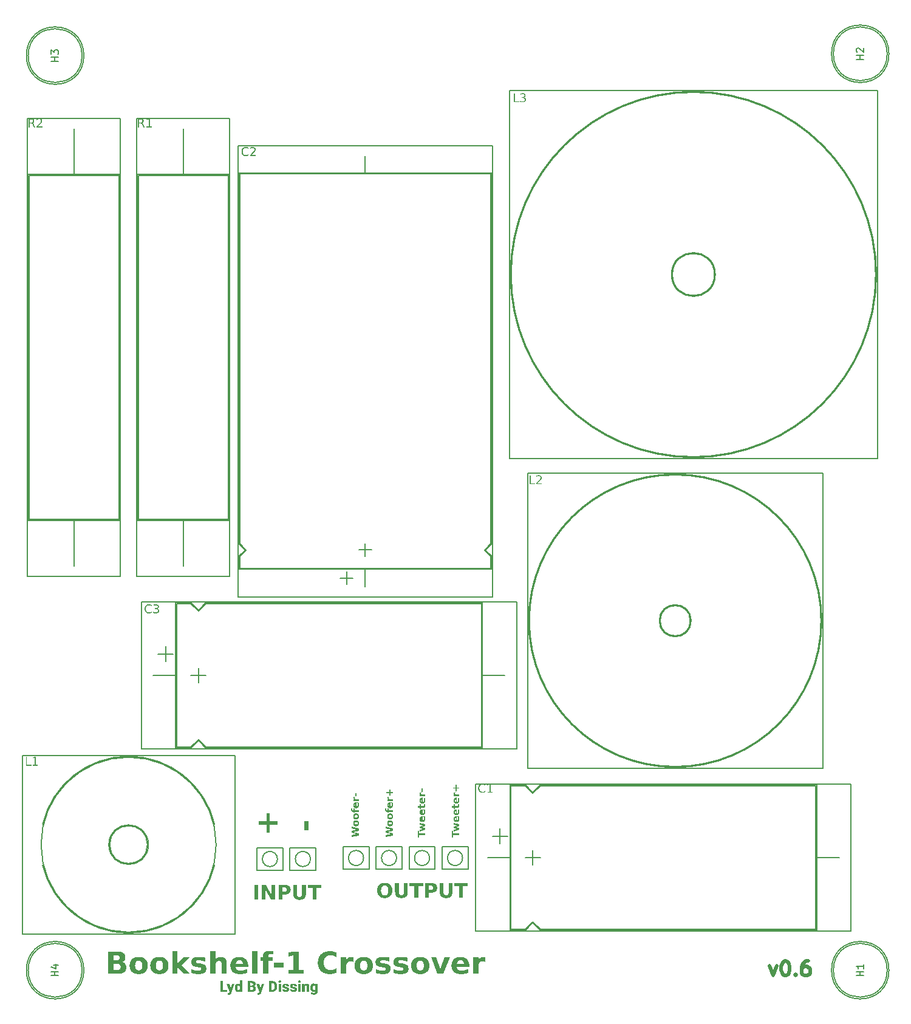
<source format=gbr>
%TF.GenerationSoftware,KiCad,Pcbnew,7.0.8-7.0.8~ubuntu20.04.1*%
%TF.CreationDate,2023-10-09T21:02:50+02:00*%
%TF.ProjectId,X-over for bookshelf-1,582d6f76-6572-4206-966f-7220626f6f6b,rev?*%
%TF.SameCoordinates,Original*%
%TF.FileFunction,Legend,Top*%
%TF.FilePolarity,Positive*%
%FSLAX46Y46*%
G04 Gerber Fmt 4.6, Leading zero omitted, Abs format (unit mm)*
G04 Created by KiCad (PCBNEW 7.0.8-7.0.8~ubuntu20.04.1) date 2023-10-09 21:02:50*
%MOMM*%
%LPD*%
G01*
G04 APERTURE LIST*
%ADD10C,0.500000*%
%ADD11C,0.250000*%
%ADD12C,0.187500*%
%ADD13C,0.150000*%
%ADD14C,0.200000*%
G04 APERTURE END LIST*
D10*
G36*
X75958408Y-163036636D02*
G01*
X76487438Y-163036636D01*
X76487438Y-165100000D01*
X75958408Y-165100000D01*
X75958408Y-163036636D01*
G37*
G36*
X76999860Y-163036636D02*
G01*
X77590439Y-163036636D01*
X78336357Y-164451779D01*
X78336357Y-163036636D01*
X78838032Y-163036636D01*
X78838032Y-165100000D01*
X78247452Y-165100000D01*
X77501046Y-163684856D01*
X77501046Y-165100000D01*
X76999860Y-165100000D01*
X76999860Y-163036636D01*
G37*
G36*
X80244723Y-163036806D02*
G01*
X80268646Y-163037317D01*
X80292213Y-163038169D01*
X80315426Y-163039361D01*
X80338284Y-163040893D01*
X80360787Y-163042767D01*
X80382934Y-163044981D01*
X80404727Y-163047535D01*
X80426165Y-163050430D01*
X80447248Y-163053666D01*
X80467977Y-163057242D01*
X80488350Y-163061159D01*
X80508368Y-163065417D01*
X80528032Y-163070015D01*
X80547340Y-163074954D01*
X80566294Y-163080233D01*
X80603136Y-163091814D01*
X80638559Y-163104757D01*
X80672563Y-163119062D01*
X80705146Y-163134730D01*
X80736310Y-163151760D01*
X80766054Y-163170153D01*
X80794379Y-163189908D01*
X80821284Y-163211025D01*
X80846660Y-163233404D01*
X80870399Y-163256943D01*
X80892501Y-163281642D01*
X80912966Y-163307501D01*
X80931794Y-163334521D01*
X80948984Y-163362700D01*
X80964538Y-163392040D01*
X80978454Y-163422540D01*
X80990733Y-163454200D01*
X81001374Y-163487020D01*
X81010379Y-163521000D01*
X81017746Y-163556140D01*
X81023477Y-163592441D01*
X81027570Y-163629902D01*
X81030025Y-163668523D01*
X81030639Y-163688268D01*
X81030844Y-163708304D01*
X81030639Y-163728399D01*
X81030025Y-163748203D01*
X81027570Y-163786935D01*
X81023477Y-163824498D01*
X81017746Y-163860894D01*
X81010379Y-163896123D01*
X81001374Y-163930183D01*
X80990733Y-163963076D01*
X80978454Y-163994801D01*
X80964538Y-164025358D01*
X80948984Y-164054747D01*
X80931794Y-164082968D01*
X80912966Y-164110022D01*
X80892501Y-164135908D01*
X80870399Y-164160626D01*
X80846660Y-164184177D01*
X80821284Y-164206559D01*
X80794379Y-164227677D01*
X80766054Y-164247432D01*
X80736310Y-164265824D01*
X80705146Y-164282855D01*
X80672563Y-164298522D01*
X80638559Y-164312828D01*
X80603136Y-164325771D01*
X80566294Y-164337351D01*
X80547340Y-164342631D01*
X80528032Y-164347569D01*
X80508368Y-164352167D01*
X80488350Y-164356425D01*
X80467977Y-164360342D01*
X80447248Y-164363918D01*
X80426165Y-164367154D01*
X80404727Y-164370049D01*
X80382934Y-164372604D01*
X80360787Y-164374818D01*
X80338284Y-164376691D01*
X80315426Y-164378224D01*
X80292213Y-164379416D01*
X80268646Y-164380267D01*
X80244723Y-164380778D01*
X80220446Y-164380949D01*
X79871667Y-164380949D01*
X79871667Y-165100000D01*
X79342637Y-165100000D01*
X79342637Y-163411793D01*
X79871667Y-163411793D01*
X79871667Y-164005792D01*
X80164270Y-164005792D01*
X80192503Y-164005109D01*
X80219500Y-164003061D01*
X80245260Y-163999648D01*
X80269783Y-163994869D01*
X80293070Y-163988726D01*
X80315121Y-163981217D01*
X80335935Y-163972342D01*
X80355512Y-163962103D01*
X80373854Y-163950498D01*
X80390958Y-163937528D01*
X80401674Y-163928122D01*
X80416690Y-163912993D01*
X80430228Y-163896729D01*
X80442289Y-163879333D01*
X80452874Y-163860803D01*
X80461981Y-163841139D01*
X80469612Y-163820343D01*
X80475766Y-163798412D01*
X80480443Y-163775348D01*
X80483643Y-163751151D01*
X80485366Y-163725821D01*
X80485694Y-163708304D01*
X80484955Y-163682139D01*
X80482740Y-163657133D01*
X80479048Y-163633286D01*
X80473879Y-163610599D01*
X80467233Y-163589071D01*
X80459110Y-163568702D01*
X80449510Y-163549492D01*
X80438433Y-163531441D01*
X80425879Y-163514550D01*
X80411849Y-163498818D01*
X80401674Y-163488974D01*
X80385394Y-163475181D01*
X80367877Y-163462744D01*
X80349124Y-163451665D01*
X80329134Y-163441942D01*
X80307908Y-163433575D01*
X80285445Y-163426566D01*
X80261746Y-163420913D01*
X80236810Y-163416617D01*
X80210638Y-163413677D01*
X80183230Y-163412094D01*
X80164270Y-163411793D01*
X79871667Y-163411793D01*
X79342637Y-163411793D01*
X79342637Y-163036636D01*
X80220446Y-163036636D01*
X80244723Y-163036806D01*
G37*
G36*
X81394277Y-163036636D02*
G01*
X81923307Y-163036636D01*
X81923307Y-164255896D01*
X81923632Y-164286843D01*
X81924605Y-164316667D01*
X81926227Y-164345369D01*
X81928497Y-164372950D01*
X81931417Y-164399408D01*
X81934985Y-164424744D01*
X81939202Y-164448959D01*
X81944068Y-164472051D01*
X81949582Y-164494022D01*
X81955746Y-164514870D01*
X81962558Y-164534596D01*
X81970019Y-164553201D01*
X81982426Y-164579004D01*
X81996294Y-164602282D01*
X82006350Y-164616399D01*
X82022848Y-164635779D01*
X82041200Y-164653253D01*
X82061407Y-164668820D01*
X82083469Y-164682482D01*
X82107386Y-164694237D01*
X82133158Y-164704086D01*
X82160784Y-164712028D01*
X82180232Y-164716264D01*
X82200504Y-164719653D01*
X82221600Y-164722195D01*
X82243521Y-164723889D01*
X82266266Y-164724737D01*
X82277948Y-164724842D01*
X82301223Y-164724419D01*
X82323667Y-164723148D01*
X82345279Y-164721030D01*
X82366058Y-164718065D01*
X82386006Y-164714252D01*
X82405122Y-164709593D01*
X82432236Y-164701014D01*
X82457478Y-164690530D01*
X82480848Y-164678140D01*
X82502346Y-164663843D01*
X82521972Y-164647640D01*
X82539727Y-164629531D01*
X82550523Y-164616399D01*
X82565363Y-164594803D01*
X82578744Y-164570683D01*
X82590666Y-164544039D01*
X82597802Y-164524873D01*
X82604290Y-164504586D01*
X82610129Y-164483177D01*
X82615319Y-164460645D01*
X82619860Y-164436992D01*
X82623753Y-164412216D01*
X82626997Y-164386319D01*
X82629592Y-164359300D01*
X82631538Y-164331158D01*
X82632836Y-164301895D01*
X82633484Y-164271510D01*
X82633565Y-164255896D01*
X82633565Y-163036636D01*
X83162107Y-163036636D01*
X83162107Y-164255896D01*
X83161894Y-164283336D01*
X83161254Y-164310334D01*
X83160188Y-164336890D01*
X83158695Y-164363004D01*
X83156776Y-164388677D01*
X83154430Y-164413908D01*
X83151658Y-164438697D01*
X83148460Y-164463045D01*
X83144835Y-164486950D01*
X83140783Y-164510414D01*
X83136305Y-164533437D01*
X83131401Y-164556017D01*
X83126070Y-164578156D01*
X83120313Y-164599853D01*
X83114129Y-164621108D01*
X83107519Y-164641922D01*
X83100482Y-164662294D01*
X83093019Y-164682224D01*
X83085129Y-164701712D01*
X83076813Y-164720759D01*
X83068070Y-164739364D01*
X83058901Y-164757527D01*
X83049305Y-164775249D01*
X83039283Y-164792528D01*
X83028835Y-164809366D01*
X83017960Y-164825762D01*
X83006658Y-164841717D01*
X82982776Y-164872301D01*
X82957188Y-164901118D01*
X82943754Y-164914863D01*
X82915563Y-164941068D01*
X82885578Y-164965582D01*
X82853800Y-164988405D01*
X82837238Y-164999183D01*
X82820228Y-165009538D01*
X82802769Y-165019470D01*
X82784862Y-165028980D01*
X82766507Y-165038067D01*
X82747703Y-165046732D01*
X82728451Y-165054973D01*
X82708750Y-165062793D01*
X82688601Y-165070189D01*
X82668004Y-165077163D01*
X82646958Y-165083714D01*
X82625463Y-165089842D01*
X82603521Y-165095548D01*
X82581130Y-165100831D01*
X82558290Y-165105692D01*
X82535002Y-165110130D01*
X82511266Y-165114145D01*
X82487081Y-165117738D01*
X82462448Y-165120908D01*
X82437366Y-165123655D01*
X82411836Y-165125979D01*
X82385857Y-165127881D01*
X82359431Y-165129361D01*
X82332555Y-165130417D01*
X82305232Y-165131051D01*
X82277459Y-165131263D01*
X82249777Y-165131051D01*
X82222541Y-165130417D01*
X82195750Y-165129361D01*
X82169405Y-165127881D01*
X82143505Y-165125979D01*
X82118051Y-165123655D01*
X82093042Y-165120908D01*
X82068479Y-165117738D01*
X82044362Y-165114145D01*
X82020690Y-165110130D01*
X81997463Y-165105692D01*
X81974682Y-165100831D01*
X81952347Y-165095548D01*
X81930457Y-165089842D01*
X81909013Y-165083714D01*
X81888014Y-165077163D01*
X81867461Y-165070189D01*
X81847353Y-165062793D01*
X81827691Y-165054973D01*
X81808475Y-165046732D01*
X81789704Y-165038067D01*
X81771379Y-165028980D01*
X81753499Y-165019470D01*
X81736065Y-165009538D01*
X81719076Y-164999183D01*
X81702533Y-164988405D01*
X81686435Y-164977205D01*
X81655577Y-164953536D01*
X81626500Y-164928177D01*
X81612630Y-164914863D01*
X81586189Y-164886930D01*
X81561454Y-164857230D01*
X81538424Y-164825762D01*
X81527549Y-164809366D01*
X81517101Y-164792528D01*
X81507079Y-164775249D01*
X81497483Y-164757527D01*
X81488314Y-164739364D01*
X81479571Y-164720759D01*
X81471255Y-164701712D01*
X81463366Y-164682224D01*
X81455902Y-164662294D01*
X81448866Y-164641922D01*
X81442255Y-164621108D01*
X81436071Y-164599853D01*
X81430314Y-164578156D01*
X81424983Y-164556017D01*
X81420079Y-164533437D01*
X81415601Y-164510414D01*
X81411549Y-164486950D01*
X81407924Y-164463045D01*
X81404726Y-164438697D01*
X81401954Y-164413908D01*
X81399608Y-164388677D01*
X81397689Y-164363004D01*
X81396196Y-164336890D01*
X81395130Y-164310334D01*
X81394490Y-164283336D01*
X81394277Y-164255896D01*
X81394277Y-163036636D01*
G37*
G36*
X83421981Y-163036636D02*
G01*
X85312421Y-163036636D01*
X85312421Y-163443056D01*
X84632449Y-163443056D01*
X84632449Y-165100000D01*
X84103419Y-165100000D01*
X84103419Y-163443056D01*
X83421981Y-163443056D01*
X83421981Y-163036636D01*
G37*
D11*
G36*
X82939371Y-155461388D02*
G01*
X82939371Y-154167390D01*
X83549002Y-154167390D01*
X83549002Y-155461388D01*
X82939371Y-155461388D01*
G37*
D10*
X147814661Y-174335904D02*
X148290851Y-175669238D01*
X148290851Y-175669238D02*
X148767042Y-174335904D01*
X149909899Y-173669238D02*
X150100376Y-173669238D01*
X150100376Y-173669238D02*
X150290852Y-173764476D01*
X150290852Y-173764476D02*
X150386090Y-173859714D01*
X150386090Y-173859714D02*
X150481328Y-174050190D01*
X150481328Y-174050190D02*
X150576566Y-174431142D01*
X150576566Y-174431142D02*
X150576566Y-174907333D01*
X150576566Y-174907333D02*
X150481328Y-175288285D01*
X150481328Y-175288285D02*
X150386090Y-175478761D01*
X150386090Y-175478761D02*
X150290852Y-175574000D01*
X150290852Y-175574000D02*
X150100376Y-175669238D01*
X150100376Y-175669238D02*
X149909899Y-175669238D01*
X149909899Y-175669238D02*
X149719423Y-175574000D01*
X149719423Y-175574000D02*
X149624185Y-175478761D01*
X149624185Y-175478761D02*
X149528947Y-175288285D01*
X149528947Y-175288285D02*
X149433709Y-174907333D01*
X149433709Y-174907333D02*
X149433709Y-174431142D01*
X149433709Y-174431142D02*
X149528947Y-174050190D01*
X149528947Y-174050190D02*
X149624185Y-173859714D01*
X149624185Y-173859714D02*
X149719423Y-173764476D01*
X149719423Y-173764476D02*
X149909899Y-173669238D01*
X151433709Y-175478761D02*
X151528947Y-175574000D01*
X151528947Y-175574000D02*
X151433709Y-175669238D01*
X151433709Y-175669238D02*
X151338471Y-175574000D01*
X151338471Y-175574000D02*
X151433709Y-175478761D01*
X151433709Y-175478761D02*
X151433709Y-175669238D01*
X153243233Y-173669238D02*
X152862280Y-173669238D01*
X152862280Y-173669238D02*
X152671804Y-173764476D01*
X152671804Y-173764476D02*
X152576566Y-173859714D01*
X152576566Y-173859714D02*
X152386090Y-174145428D01*
X152386090Y-174145428D02*
X152290852Y-174526380D01*
X152290852Y-174526380D02*
X152290852Y-175288285D01*
X152290852Y-175288285D02*
X152386090Y-175478761D01*
X152386090Y-175478761D02*
X152481328Y-175574000D01*
X152481328Y-175574000D02*
X152671804Y-175669238D01*
X152671804Y-175669238D02*
X153052757Y-175669238D01*
X153052757Y-175669238D02*
X153243233Y-175574000D01*
X153243233Y-175574000D02*
X153338471Y-175478761D01*
X153338471Y-175478761D02*
X153433709Y-175288285D01*
X153433709Y-175288285D02*
X153433709Y-174812095D01*
X153433709Y-174812095D02*
X153338471Y-174621619D01*
X153338471Y-174621619D02*
X153243233Y-174526380D01*
X153243233Y-174526380D02*
X153052757Y-174431142D01*
X153052757Y-174431142D02*
X152671804Y-174431142D01*
X152671804Y-174431142D02*
X152481328Y-174526380D01*
X152481328Y-174526380D02*
X152386090Y-174621619D01*
X152386090Y-174621619D02*
X152290852Y-174812095D01*
D12*
G36*
X72222023Y-177669385D02*
G01*
X72222023Y-177935000D01*
X71237236Y-177935000D01*
X71237236Y-176446095D01*
X71588946Y-176446095D01*
X71588946Y-177669385D01*
X72222023Y-177669385D01*
G37*
G36*
X72781461Y-178076050D02*
G01*
X72776584Y-178090206D01*
X72771112Y-178104649D01*
X72765044Y-178119378D01*
X72758381Y-178134393D01*
X72751122Y-178149695D01*
X72743268Y-178165282D01*
X72734819Y-178181156D01*
X72725774Y-178197316D01*
X72715871Y-178213339D01*
X72704846Y-178228801D01*
X72692698Y-178243701D01*
X72679429Y-178258041D01*
X72668741Y-178268428D01*
X72657421Y-178278499D01*
X72645471Y-178288254D01*
X72632889Y-178297694D01*
X72619677Y-178306819D01*
X72615132Y-178309790D01*
X72600927Y-178318236D01*
X72585787Y-178325852D01*
X72569714Y-178332636D01*
X72552707Y-178338590D01*
X72534766Y-178343713D01*
X72515892Y-178348005D01*
X72496083Y-178351467D01*
X72475341Y-178354097D01*
X72453665Y-178355897D01*
X72438696Y-178356636D01*
X72423311Y-178357005D01*
X72415464Y-178357051D01*
X72349884Y-178357051D01*
X72271849Y-178337634D01*
X72271849Y-178091437D01*
X72317278Y-178091437D01*
X72332381Y-178091221D01*
X72351206Y-178090262D01*
X72368531Y-178088537D01*
X72384356Y-178086044D01*
X72398681Y-178082783D01*
X72414479Y-178077630D01*
X72427933Y-178071277D01*
X72434881Y-178066891D01*
X72447374Y-178056913D01*
X72458477Y-178045390D01*
X72468189Y-178032321D01*
X72476509Y-178017706D01*
X72483438Y-178001546D01*
X72485439Y-177995816D01*
X72514016Y-177923276D01*
X72126402Y-176809528D01*
X72496430Y-176809528D01*
X72673018Y-177431981D01*
X72856566Y-176809528D01*
X73227693Y-176809528D01*
X72781461Y-178076050D01*
G37*
G36*
X74276594Y-177935000D02*
G01*
X73967749Y-177935000D01*
X73951629Y-177818129D01*
X73937820Y-177835121D01*
X73923596Y-177851016D01*
X73908958Y-177865815D01*
X73893904Y-177879518D01*
X73878435Y-177892125D01*
X73862551Y-177903635D01*
X73846252Y-177914049D01*
X73829538Y-177923367D01*
X73812409Y-177931589D01*
X73794865Y-177938715D01*
X73776906Y-177944744D01*
X73758532Y-177949677D01*
X73739743Y-177953514D01*
X73720539Y-177956254D01*
X73700920Y-177957899D01*
X73680886Y-177958447D01*
X73654994Y-177957829D01*
X73629892Y-177955974D01*
X73605581Y-177952883D01*
X73582059Y-177948555D01*
X73559327Y-177942991D01*
X73537385Y-177936190D01*
X73516234Y-177928153D01*
X73495872Y-177918879D01*
X73476300Y-177908369D01*
X73457518Y-177896623D01*
X73439526Y-177883640D01*
X73422324Y-177869420D01*
X73405912Y-177853964D01*
X73390290Y-177837272D01*
X73375458Y-177819343D01*
X73361416Y-177800177D01*
X73348196Y-177780072D01*
X73335828Y-177759322D01*
X73324313Y-177737928D01*
X73313651Y-177715891D01*
X73303843Y-177693209D01*
X73294887Y-177669883D01*
X73286784Y-177645914D01*
X73279534Y-177621300D01*
X73273137Y-177596042D01*
X73267593Y-177570141D01*
X73262901Y-177543595D01*
X73259063Y-177516405D01*
X73256078Y-177488572D01*
X73253945Y-177460094D01*
X73252666Y-177430972D01*
X73252346Y-177416170D01*
X73252240Y-177401207D01*
X73252240Y-177397177D01*
X73596622Y-177397177D01*
X73596764Y-177412683D01*
X73597189Y-177427877D01*
X73597897Y-177442759D01*
X73599491Y-177464497D01*
X73601722Y-177485534D01*
X73604591Y-177505868D01*
X73608098Y-177525500D01*
X73612242Y-177544431D01*
X73617024Y-177562659D01*
X73622443Y-177580185D01*
X73628500Y-177597010D01*
X73632892Y-177607836D01*
X73640253Y-177623026D01*
X73648734Y-177636722D01*
X73658336Y-177648923D01*
X73669059Y-177659631D01*
X73680902Y-177668844D01*
X73693866Y-177676564D01*
X73707950Y-177682789D01*
X73723155Y-177687520D01*
X73739480Y-177690758D01*
X73756926Y-177692501D01*
X73769180Y-177692833D01*
X73790098Y-177691996D01*
X73809850Y-177689484D01*
X73828437Y-177685298D01*
X73845858Y-177679438D01*
X73862114Y-177671903D01*
X73877204Y-177662694D01*
X73891128Y-177651810D01*
X73903887Y-177639252D01*
X73915480Y-177625020D01*
X73925908Y-177609113D01*
X73932212Y-177597578D01*
X73932212Y-177171496D01*
X73922951Y-177154277D01*
X73912479Y-177138751D01*
X73900797Y-177124919D01*
X73887904Y-177112781D01*
X73873801Y-177102336D01*
X73858487Y-177093585D01*
X73841962Y-177086528D01*
X73824226Y-177081165D01*
X73805279Y-177077495D01*
X73785122Y-177075519D01*
X73771011Y-177075143D01*
X73753385Y-177075890D01*
X73736776Y-177078131D01*
X73721185Y-177081866D01*
X73706611Y-177087095D01*
X73693055Y-177093819D01*
X73680517Y-177102036D01*
X73668995Y-177111747D01*
X73658492Y-177122953D01*
X73649006Y-177135653D01*
X73640537Y-177149847D01*
X73635457Y-177160139D01*
X73628516Y-177176665D01*
X73622259Y-177194370D01*
X73616684Y-177213253D01*
X73611792Y-177233315D01*
X73607582Y-177254555D01*
X73605155Y-177269370D01*
X73603031Y-177284708D01*
X73601211Y-177300571D01*
X73599694Y-177316957D01*
X73598480Y-177333867D01*
X73597570Y-177351301D01*
X73596963Y-177369258D01*
X73596660Y-177387740D01*
X73596622Y-177397177D01*
X73252240Y-177397177D01*
X73252240Y-177375561D01*
X73252347Y-177359856D01*
X73252667Y-177344339D01*
X73253202Y-177329010D01*
X73253951Y-177313869D01*
X73254914Y-177298916D01*
X73256091Y-177284152D01*
X73259086Y-177255188D01*
X73262937Y-177226976D01*
X73267644Y-177199518D01*
X73273207Y-177172812D01*
X73279625Y-177146858D01*
X73286900Y-177121658D01*
X73295030Y-177097210D01*
X73304016Y-177073515D01*
X73313857Y-177050573D01*
X73324555Y-177028384D01*
X73336108Y-177006947D01*
X73348518Y-176986263D01*
X73361782Y-176966332D01*
X73375876Y-176947344D01*
X73390771Y-176929581D01*
X73406467Y-176913044D01*
X73422965Y-176897731D01*
X73440265Y-176883643D01*
X73458365Y-176870780D01*
X73477267Y-176859142D01*
X73496971Y-176848729D01*
X73517476Y-176839542D01*
X73538782Y-176831579D01*
X73560890Y-176824841D01*
X73583799Y-176819329D01*
X73607510Y-176815041D01*
X73632022Y-176811979D01*
X73657335Y-176810141D01*
X73683450Y-176809528D01*
X73701767Y-176809979D01*
X73719715Y-176811332D01*
X73737293Y-176813586D01*
X73754502Y-176816741D01*
X73771342Y-176820798D01*
X73787813Y-176825757D01*
X73803914Y-176831618D01*
X73819646Y-176838380D01*
X73835009Y-176846043D01*
X73850003Y-176854608D01*
X73864627Y-176864075D01*
X73878883Y-176874444D01*
X73892769Y-176885714D01*
X73906286Y-176897885D01*
X73919433Y-176910958D01*
X73932212Y-176924933D01*
X73932212Y-176364030D01*
X74276594Y-176364030D01*
X74276594Y-177935000D01*
G37*
G36*
X75578925Y-176457916D02*
G01*
X75595817Y-176458208D01*
X75612476Y-176458695D01*
X75628902Y-176459376D01*
X75645094Y-176460252D01*
X75661053Y-176461322D01*
X75676779Y-176462587D01*
X75692271Y-176464047D01*
X75707531Y-176465701D01*
X75722557Y-176467550D01*
X75737349Y-176469594D01*
X75751909Y-176471832D01*
X75780328Y-176476893D01*
X75807814Y-176482732D01*
X75834366Y-176489349D01*
X75859986Y-176496745D01*
X75884673Y-176504919D01*
X75908426Y-176513872D01*
X75931247Y-176523604D01*
X75953134Y-176534114D01*
X75974089Y-176545403D01*
X75994110Y-176557470D01*
X76013098Y-176570293D01*
X76030861Y-176583940D01*
X76047399Y-176598411D01*
X76062711Y-176613707D01*
X76076799Y-176629827D01*
X76089662Y-176646771D01*
X76101300Y-176664540D01*
X76111713Y-176683133D01*
X76120900Y-176702550D01*
X76128863Y-176722792D01*
X76135601Y-176743858D01*
X76141113Y-176765748D01*
X76145401Y-176788463D01*
X76148464Y-176812001D01*
X76150301Y-176836365D01*
X76150914Y-176861552D01*
X76150505Y-176880108D01*
X76149278Y-176898406D01*
X76147233Y-176916447D01*
X76144371Y-176934230D01*
X76140690Y-176951755D01*
X76136192Y-176969023D01*
X76130876Y-176986033D01*
X76124742Y-177002786D01*
X76117790Y-177019281D01*
X76110020Y-177035518D01*
X76104385Y-177046200D01*
X76095138Y-177061704D01*
X76084705Y-177076481D01*
X76073087Y-177090529D01*
X76060284Y-177103851D01*
X76046297Y-177116444D01*
X76031124Y-177128310D01*
X76014766Y-177139448D01*
X75997224Y-177149858D01*
X75978496Y-177159541D01*
X75958584Y-177168495D01*
X75944651Y-177174061D01*
X75960114Y-177178546D01*
X75974996Y-177183483D01*
X75989297Y-177188873D01*
X76003017Y-177194715D01*
X76022508Y-177204325D01*
X76040691Y-177214953D01*
X76057567Y-177226599D01*
X76073136Y-177239262D01*
X76087397Y-177252943D01*
X76100351Y-177267641D01*
X76111998Y-177283357D01*
X76122337Y-177300090D01*
X76131634Y-177317360D01*
X76140017Y-177334823D01*
X76147485Y-177352480D01*
X76154039Y-177370329D01*
X76159679Y-177388372D01*
X76164403Y-177406608D01*
X76168214Y-177425037D01*
X76171109Y-177443659D01*
X76173091Y-177462475D01*
X76174158Y-177481483D01*
X76174361Y-177494263D01*
X76173824Y-177521357D01*
X76172214Y-177547592D01*
X76169531Y-177572969D01*
X76165774Y-177597486D01*
X76160944Y-177621146D01*
X76155041Y-177643946D01*
X76148064Y-177665888D01*
X76140014Y-177686971D01*
X76130891Y-177707195D01*
X76120694Y-177726561D01*
X76109424Y-177745068D01*
X76097081Y-177762717D01*
X76083664Y-177779506D01*
X76069174Y-177795438D01*
X76053611Y-177810510D01*
X76036974Y-177824724D01*
X76019316Y-177838078D01*
X76000596Y-177850570D01*
X75980813Y-177862200D01*
X75959969Y-177872969D01*
X75938063Y-177882877D01*
X75915095Y-177891923D01*
X75891066Y-177900108D01*
X75865974Y-177907431D01*
X75839820Y-177913892D01*
X75812605Y-177919492D01*
X75784328Y-177924230D01*
X75769791Y-177926277D01*
X75754988Y-177928107D01*
X75739921Y-177929723D01*
X75724587Y-177931123D01*
X75708989Y-177932307D01*
X75693124Y-177933276D01*
X75676995Y-177934030D01*
X75660599Y-177934569D01*
X75643939Y-177934892D01*
X75627013Y-177935000D01*
X75025443Y-177935000D01*
X75025443Y-177301922D01*
X75377152Y-177301922D01*
X75377152Y-177669385D01*
X75620052Y-177669385D01*
X75640708Y-177668931D01*
X75660225Y-177667569D01*
X75678601Y-177665299D01*
X75695838Y-177662121D01*
X75711934Y-177658035D01*
X75726891Y-177653041D01*
X75740708Y-177647138D01*
X75757358Y-177637856D01*
X75771981Y-177626960D01*
X75781618Y-177617728D01*
X75792953Y-177604465D01*
X75802776Y-177590503D01*
X75811088Y-177575842D01*
X75817889Y-177560484D01*
X75823178Y-177544427D01*
X75826956Y-177527671D01*
X75829223Y-177510217D01*
X75829979Y-177492065D01*
X75829267Y-177469040D01*
X75827134Y-177447500D01*
X75823577Y-177427446D01*
X75818598Y-177408878D01*
X75812197Y-177391794D01*
X75804373Y-177376197D01*
X75795127Y-177362084D01*
X75784458Y-177349458D01*
X75772366Y-177338317D01*
X75758852Y-177328661D01*
X75743916Y-177320491D01*
X75727557Y-177313806D01*
X75709775Y-177308607D01*
X75690571Y-177304893D01*
X75669945Y-177302665D01*
X75647896Y-177301922D01*
X75377152Y-177301922D01*
X75025443Y-177301922D01*
X75025443Y-176723433D01*
X75377152Y-176723433D01*
X75377152Y-177067449D01*
X75558869Y-177067449D01*
X75574833Y-177067283D01*
X75590210Y-177066785D01*
X75605001Y-177065955D01*
X75626086Y-177064087D01*
X75645852Y-177061473D01*
X75664297Y-177058111D01*
X75681422Y-177054002D01*
X75697227Y-177049146D01*
X75711712Y-177043544D01*
X75728971Y-177034911D01*
X75743883Y-177024951D01*
X75756849Y-177013685D01*
X75768086Y-177001137D01*
X75777594Y-176987307D01*
X75785374Y-176972194D01*
X75791424Y-176955799D01*
X75795746Y-176938122D01*
X75798340Y-176919163D01*
X75799150Y-176904102D01*
X75799204Y-176898921D01*
X75798314Y-176877671D01*
X75795643Y-176857791D01*
X75791193Y-176839283D01*
X75784962Y-176822145D01*
X75776950Y-176806379D01*
X75767159Y-176791983D01*
X75755587Y-176778959D01*
X75742234Y-176767305D01*
X75727102Y-176757022D01*
X75710189Y-176748111D01*
X75691496Y-176740570D01*
X75671022Y-176734401D01*
X75648768Y-176729602D01*
X75624734Y-176726175D01*
X75598920Y-176724118D01*
X75571325Y-176723433D01*
X75377152Y-176723433D01*
X75025443Y-176723433D01*
X75025443Y-176457819D01*
X75561800Y-176457819D01*
X75578925Y-176457916D01*
G37*
G36*
X76914050Y-178076050D02*
G01*
X76909173Y-178090206D01*
X76903701Y-178104649D01*
X76897633Y-178119378D01*
X76890969Y-178134393D01*
X76883711Y-178149695D01*
X76875857Y-178165282D01*
X76867408Y-178181156D01*
X76858363Y-178197316D01*
X76848460Y-178213339D01*
X76837435Y-178228801D01*
X76825287Y-178243701D01*
X76812018Y-178258041D01*
X76801330Y-178268428D01*
X76790010Y-178278499D01*
X76778060Y-178288254D01*
X76765478Y-178297694D01*
X76752266Y-178306819D01*
X76747721Y-178309790D01*
X76733516Y-178318236D01*
X76718376Y-178325852D01*
X76702303Y-178332636D01*
X76685296Y-178338590D01*
X76667355Y-178343713D01*
X76648481Y-178348005D01*
X76628672Y-178351467D01*
X76607930Y-178354097D01*
X76586254Y-178355897D01*
X76571285Y-178356636D01*
X76555900Y-178357005D01*
X76548053Y-178357051D01*
X76482473Y-178357051D01*
X76404438Y-178337634D01*
X76404438Y-178091437D01*
X76449867Y-178091437D01*
X76464970Y-178091221D01*
X76483795Y-178090262D01*
X76501120Y-178088537D01*
X76516945Y-178086044D01*
X76531270Y-178082783D01*
X76547068Y-178077630D01*
X76560522Y-178071277D01*
X76567470Y-178066891D01*
X76579963Y-178056913D01*
X76591066Y-178045390D01*
X76600778Y-178032321D01*
X76609098Y-178017706D01*
X76616027Y-178001546D01*
X76618028Y-177995816D01*
X76646605Y-177923276D01*
X76258991Y-176809528D01*
X76629019Y-176809528D01*
X76805607Y-177431981D01*
X76989155Y-176809528D01*
X77360282Y-176809528D01*
X76914050Y-178076050D01*
G37*
G36*
X78495100Y-176458169D02*
G01*
X78519842Y-176459221D01*
X78544227Y-176460974D01*
X78568254Y-176463429D01*
X78591923Y-176466584D01*
X78615234Y-176470441D01*
X78638188Y-176474999D01*
X78660784Y-176480259D01*
X78683022Y-176486219D01*
X78704902Y-176492881D01*
X78726424Y-176500244D01*
X78747589Y-176508308D01*
X78768396Y-176517074D01*
X78788845Y-176526541D01*
X78808937Y-176536709D01*
X78828670Y-176547578D01*
X78847960Y-176559073D01*
X78866720Y-176571117D01*
X78884951Y-176583711D01*
X78902653Y-176596854D01*
X78919825Y-176610547D01*
X78936467Y-176624789D01*
X78952580Y-176639581D01*
X78968163Y-176654923D01*
X78983217Y-176670814D01*
X78997742Y-176687254D01*
X79011736Y-176704245D01*
X79025202Y-176721784D01*
X79038137Y-176739873D01*
X79050544Y-176758512D01*
X79062421Y-176777701D01*
X79073768Y-176797438D01*
X79084504Y-176817598D01*
X79094548Y-176838145D01*
X79103898Y-176859078D01*
X79112557Y-176880397D01*
X79120522Y-176902103D01*
X79127795Y-176924195D01*
X79134375Y-176946673D01*
X79140263Y-176969538D01*
X79145458Y-176992789D01*
X79149960Y-177016427D01*
X79153770Y-177040451D01*
X79156887Y-177064861D01*
X79159311Y-177089658D01*
X79161043Y-177114842D01*
X79162082Y-177140411D01*
X79162428Y-177166367D01*
X79162428Y-177228283D01*
X79162240Y-177247657D01*
X79161677Y-177266808D01*
X79160737Y-177285736D01*
X79159423Y-177304441D01*
X79157732Y-177322922D01*
X79155666Y-177341180D01*
X79153224Y-177359215D01*
X79150407Y-177377027D01*
X79147213Y-177394615D01*
X79143645Y-177411980D01*
X79139700Y-177429122D01*
X79135380Y-177446041D01*
X79130684Y-177462736D01*
X79125613Y-177479208D01*
X79120165Y-177495457D01*
X79114343Y-177511482D01*
X79108144Y-177527285D01*
X79101570Y-177542864D01*
X79094620Y-177558220D01*
X79087295Y-177573352D01*
X79079594Y-177588261D01*
X79071517Y-177602948D01*
X79063064Y-177617410D01*
X79054236Y-177631650D01*
X79045032Y-177645666D01*
X79035453Y-177659459D01*
X79025498Y-177673029D01*
X79015167Y-177686376D01*
X79004460Y-177699499D01*
X78993378Y-177712399D01*
X78981920Y-177725076D01*
X78970087Y-177737529D01*
X78957959Y-177749678D01*
X78945620Y-177761442D01*
X78933070Y-177772819D01*
X78920307Y-177783811D01*
X78907333Y-177794418D01*
X78894146Y-177804638D01*
X78880748Y-177814473D01*
X78867138Y-177823922D01*
X78853317Y-177832986D01*
X78839283Y-177841664D01*
X78825038Y-177849956D01*
X78810581Y-177857863D01*
X78795912Y-177865383D01*
X78781031Y-177872519D01*
X78765939Y-177879268D01*
X78750635Y-177885632D01*
X78735118Y-177891610D01*
X78719391Y-177897202D01*
X78703451Y-177902409D01*
X78687299Y-177907230D01*
X78670936Y-177911666D01*
X78654361Y-177915715D01*
X78637574Y-177919379D01*
X78620575Y-177922658D01*
X78603365Y-177925550D01*
X78585942Y-177928057D01*
X78568308Y-177930178D01*
X78550462Y-177931914D01*
X78532405Y-177933264D01*
X78514135Y-177934228D01*
X78495654Y-177934807D01*
X78476960Y-177935000D01*
X77990062Y-177935000D01*
X77990062Y-176739187D01*
X78341772Y-176739187D01*
X78341772Y-177669385D01*
X78472564Y-177669385D01*
X78491926Y-177669006D01*
X78510673Y-177667867D01*
X78528806Y-177665969D01*
X78546323Y-177663312D01*
X78563227Y-177659895D01*
X78579515Y-177655720D01*
X78595189Y-177650785D01*
X78610248Y-177645091D01*
X78624693Y-177638638D01*
X78638523Y-177631425D01*
X78651738Y-177623454D01*
X78664339Y-177614723D01*
X78676324Y-177605233D01*
X78687696Y-177594983D01*
X78698452Y-177583975D01*
X78708594Y-177572207D01*
X78718121Y-177559680D01*
X78727034Y-177546394D01*
X78735332Y-177532349D01*
X78743015Y-177517545D01*
X78750084Y-177501981D01*
X78756538Y-177485658D01*
X78762377Y-177468576D01*
X78767602Y-177450735D01*
X78772212Y-177432134D01*
X78776207Y-177412774D01*
X78779588Y-177392656D01*
X78782354Y-177371777D01*
X78784505Y-177350140D01*
X78786042Y-177327744D01*
X78786964Y-177304588D01*
X78787271Y-177280673D01*
X78787271Y-177166367D01*
X78786966Y-177140086D01*
X78786052Y-177114638D01*
X78784528Y-177090025D01*
X78782394Y-177066247D01*
X78779650Y-177043302D01*
X78776297Y-177021193D01*
X78772334Y-176999917D01*
X78767762Y-176979476D01*
X78762580Y-176959869D01*
X78756788Y-176941096D01*
X78750387Y-176923158D01*
X78743376Y-176906054D01*
X78735755Y-176889784D01*
X78727525Y-176874349D01*
X78718685Y-176859748D01*
X78709235Y-176845982D01*
X78699176Y-176833049D01*
X78688507Y-176820952D01*
X78677229Y-176809688D01*
X78665340Y-176799259D01*
X78652842Y-176789664D01*
X78639735Y-176780903D01*
X78626018Y-176772977D01*
X78611691Y-176765885D01*
X78596754Y-176759628D01*
X78581208Y-176754205D01*
X78565052Y-176749616D01*
X78548287Y-176745861D01*
X78530912Y-176742941D01*
X78512927Y-176740855D01*
X78494333Y-176739604D01*
X78475129Y-176739187D01*
X78341772Y-176739187D01*
X77990062Y-176739187D01*
X77990062Y-176457819D01*
X78470000Y-176457819D01*
X78495100Y-176458169D01*
G37*
G36*
X79325094Y-176528161D02*
G01*
X79325907Y-176510610D01*
X79328345Y-176493860D01*
X79332410Y-176477912D01*
X79338100Y-176462765D01*
X79345415Y-176448419D01*
X79354357Y-176434875D01*
X79364924Y-176422133D01*
X79377117Y-176410191D01*
X79390696Y-176399372D01*
X79405236Y-176389996D01*
X79420738Y-176382061D01*
X79437201Y-176375570D01*
X79454626Y-176370521D01*
X79473013Y-176366915D01*
X79492362Y-176364751D01*
X79507504Y-176364075D01*
X79512672Y-176364030D01*
X79527992Y-176364435D01*
X79542764Y-176365652D01*
X79561609Y-176368538D01*
X79579481Y-176372865D01*
X79596379Y-176378635D01*
X79612305Y-176385848D01*
X79627257Y-176394504D01*
X79641236Y-176404601D01*
X79647861Y-176410191D01*
X79660140Y-176422133D01*
X79670781Y-176434875D01*
X79679786Y-176448419D01*
X79687153Y-176462765D01*
X79692883Y-176477912D01*
X79696976Y-176493860D01*
X79699432Y-176510610D01*
X79700251Y-176528161D01*
X79699432Y-176545712D01*
X79696976Y-176562462D01*
X79692883Y-176578410D01*
X79687153Y-176593557D01*
X79679786Y-176607902D01*
X79670781Y-176621446D01*
X79660140Y-176634189D01*
X79647861Y-176646130D01*
X79634368Y-176656949D01*
X79619902Y-176666326D01*
X79604464Y-176674260D01*
X79588052Y-176680751D01*
X79570667Y-176685800D01*
X79552308Y-176689407D01*
X79532977Y-176691571D01*
X79517840Y-176692247D01*
X79512672Y-176692292D01*
X79497349Y-176691886D01*
X79482567Y-176690669D01*
X79463700Y-176687784D01*
X79445794Y-176683456D01*
X79428849Y-176677686D01*
X79412867Y-176670473D01*
X79397846Y-176661818D01*
X79383786Y-176651720D01*
X79377117Y-176646130D01*
X79364924Y-176634189D01*
X79354357Y-176621446D01*
X79345415Y-176607902D01*
X79338100Y-176593557D01*
X79332410Y-176578410D01*
X79328345Y-176562462D01*
X79325907Y-176545712D01*
X79325094Y-176528161D01*
G37*
G36*
X79692923Y-176809528D02*
G01*
X79692923Y-177911552D01*
X79348541Y-177911552D01*
X79348541Y-176809528D01*
X79692923Y-176809528D01*
G37*
G36*
X80488667Y-177621025D02*
G01*
X80486941Y-177605380D01*
X80481763Y-177590869D01*
X80473133Y-177577491D01*
X80461052Y-177565246D01*
X80448347Y-177555908D01*
X80439574Y-177550683D01*
X80426196Y-177543900D01*
X80410425Y-177537105D01*
X80392261Y-177530299D01*
X80377068Y-177525186D01*
X80360529Y-177520068D01*
X80342644Y-177514942D01*
X80323413Y-177509811D01*
X80302837Y-177504673D01*
X80288371Y-177501244D01*
X80273307Y-177497812D01*
X80265551Y-177496095D01*
X80245415Y-177491480D01*
X80225674Y-177486518D01*
X80206329Y-177481210D01*
X80187378Y-177475556D01*
X80168822Y-177469555D01*
X80150661Y-177463208D01*
X80132895Y-177456515D01*
X80115525Y-177449475D01*
X80098549Y-177442089D01*
X80081968Y-177434357D01*
X80065782Y-177426278D01*
X80049991Y-177417853D01*
X80034595Y-177409082D01*
X80019594Y-177399965D01*
X80004989Y-177390501D01*
X79990778Y-177380690D01*
X79977246Y-177370458D01*
X79964588Y-177359727D01*
X79952803Y-177348499D01*
X79941891Y-177336772D01*
X79931852Y-177324548D01*
X79922685Y-177311825D01*
X79914392Y-177298605D01*
X79906972Y-177284886D01*
X79900424Y-177270669D01*
X79894750Y-177255955D01*
X79889949Y-177240742D01*
X79886020Y-177225031D01*
X79882965Y-177208823D01*
X79880782Y-177192116D01*
X79879473Y-177174911D01*
X79879036Y-177157208D01*
X79879509Y-177139943D01*
X79880926Y-177122953D01*
X79883287Y-177106238D01*
X79886593Y-177089797D01*
X79890843Y-177073631D01*
X79896038Y-177057740D01*
X79902178Y-177042124D01*
X79909262Y-177026782D01*
X79917290Y-177011716D01*
X79926263Y-176996924D01*
X79936181Y-176982407D01*
X79947043Y-176968164D01*
X79958850Y-176954197D01*
X79971601Y-176940504D01*
X79985296Y-176927086D01*
X79999937Y-176913942D01*
X80015441Y-176901298D01*
X80031730Y-176889470D01*
X80048803Y-176878458D01*
X80066661Y-176868261D01*
X80085302Y-176858880D01*
X80104728Y-176850315D01*
X80124938Y-176842566D01*
X80145933Y-176835632D01*
X80167711Y-176829514D01*
X80190274Y-176824212D01*
X80213622Y-176819725D01*
X80237753Y-176816054D01*
X80262669Y-176813199D01*
X80288368Y-176811160D01*
X80314853Y-176809936D01*
X80342121Y-176809528D01*
X80370055Y-176809925D01*
X80397253Y-176811114D01*
X80423716Y-176813096D01*
X80449443Y-176815871D01*
X80474434Y-176819439D01*
X80498690Y-176823799D01*
X80522210Y-176828953D01*
X80544995Y-176834899D01*
X80567044Y-176841638D01*
X80588358Y-176849170D01*
X80608936Y-176857495D01*
X80628778Y-176866613D01*
X80647885Y-176876523D01*
X80666256Y-176887226D01*
X80683892Y-176898722D01*
X80700792Y-176911011D01*
X80716807Y-176923933D01*
X80731789Y-176937327D01*
X80745738Y-176951193D01*
X80758654Y-176965531D01*
X80770537Y-176980342D01*
X80781386Y-176995624D01*
X80791202Y-177011379D01*
X80799985Y-177027607D01*
X80807734Y-177044306D01*
X80814450Y-177061478D01*
X80820133Y-177079122D01*
X80824783Y-177097239D01*
X80828399Y-177115828D01*
X80830983Y-177134889D01*
X80832532Y-177154422D01*
X80833049Y-177174427D01*
X80488667Y-177174427D01*
X80488094Y-177158634D01*
X80486377Y-177143859D01*
X80481654Y-177123607D01*
X80474356Y-177105648D01*
X80464481Y-177089982D01*
X80452030Y-177076608D01*
X80437004Y-177065527D01*
X80419401Y-177056738D01*
X80399222Y-177050243D01*
X80384339Y-177047186D01*
X80368310Y-177045148D01*
X80351137Y-177044129D01*
X80342121Y-177044002D01*
X80325112Y-177044699D01*
X80308891Y-177046792D01*
X80293456Y-177050281D01*
X80278809Y-177055164D01*
X80264948Y-177061443D01*
X80251875Y-177069118D01*
X80246866Y-177072578D01*
X80235467Y-177081877D01*
X80224339Y-177094310D01*
X80215993Y-177108135D01*
X80210429Y-177123350D01*
X80207647Y-177139957D01*
X80207299Y-177148782D01*
X80208948Y-177164277D01*
X80213893Y-177178891D01*
X80222137Y-177192622D01*
X80233677Y-177205471D01*
X80248515Y-177217438D01*
X80266650Y-177228522D01*
X80280572Y-177235421D01*
X80295959Y-177241928D01*
X80312812Y-177248044D01*
X80331130Y-177253767D01*
X80350914Y-177259097D01*
X80372163Y-177264036D01*
X80394877Y-177268583D01*
X80418081Y-177273039D01*
X80440799Y-177277799D01*
X80463030Y-177282863D01*
X80484774Y-177288229D01*
X80506032Y-177293899D01*
X80526803Y-177299873D01*
X80547087Y-177306150D01*
X80566885Y-177312730D01*
X80586197Y-177319613D01*
X80605022Y-177326800D01*
X80623360Y-177334291D01*
X80641212Y-177342085D01*
X80658577Y-177350182D01*
X80675455Y-177358583D01*
X80691847Y-177367287D01*
X80707752Y-177376294D01*
X80722925Y-177385787D01*
X80737119Y-177396038D01*
X80750334Y-177407047D01*
X80762570Y-177418815D01*
X80773827Y-177431342D01*
X80784105Y-177444627D01*
X80793404Y-177458670D01*
X80801725Y-177473472D01*
X80809066Y-177489033D01*
X80815429Y-177505352D01*
X80820813Y-177522429D01*
X80825218Y-177540265D01*
X80828644Y-177558859D01*
X80831091Y-177578212D01*
X80832560Y-177598324D01*
X80833049Y-177619193D01*
X80832537Y-177637141D01*
X80831000Y-177654714D01*
X80828438Y-177671911D01*
X80824852Y-177688734D01*
X80820241Y-177705182D01*
X80814605Y-177721255D01*
X80807945Y-177736952D01*
X80800259Y-177752275D01*
X80791550Y-177767223D01*
X80781815Y-177781796D01*
X80771056Y-177795994D01*
X80759272Y-177809817D01*
X80746464Y-177823266D01*
X80732631Y-177836339D01*
X80717773Y-177849037D01*
X80701891Y-177861360D01*
X80685178Y-177873117D01*
X80667739Y-177884115D01*
X80649572Y-177894355D01*
X80630679Y-177903836D01*
X80611058Y-177912558D01*
X80590711Y-177920522D01*
X80569636Y-177927728D01*
X80547834Y-177934175D01*
X80525306Y-177939864D01*
X80502050Y-177944794D01*
X80478068Y-177948966D01*
X80453358Y-177952379D01*
X80427922Y-177955034D01*
X80401758Y-177956930D01*
X80374868Y-177958068D01*
X80347250Y-177958447D01*
X80332363Y-177958328D01*
X80317699Y-177957972D01*
X80289038Y-177956546D01*
X80261267Y-177954171D01*
X80234387Y-177950845D01*
X80208397Y-177946569D01*
X80183296Y-177941342D01*
X80159086Y-177935166D01*
X80135766Y-177928039D01*
X80113336Y-177919961D01*
X80091797Y-177910934D01*
X80071147Y-177900956D01*
X80051388Y-177890028D01*
X80032519Y-177878150D01*
X80014540Y-177865322D01*
X79997451Y-177851543D01*
X79981252Y-177836814D01*
X79966035Y-177821512D01*
X79951800Y-177806108D01*
X79938546Y-177790600D01*
X79926275Y-177774990D01*
X79914985Y-177759276D01*
X79904676Y-177743460D01*
X79895350Y-177727540D01*
X79887005Y-177711517D01*
X79879642Y-177695392D01*
X79873261Y-177679163D01*
X79867861Y-177662831D01*
X79863443Y-177646396D01*
X79860007Y-177629858D01*
X79857553Y-177613217D01*
X79856080Y-177596473D01*
X79855589Y-177579626D01*
X80183852Y-177579626D01*
X80184584Y-177597773D01*
X80186782Y-177614660D01*
X80190446Y-177630287D01*
X80195575Y-177644656D01*
X80202170Y-177657765D01*
X80212474Y-177672380D01*
X80225068Y-177685027D01*
X80230746Y-177689535D01*
X80246063Y-177699457D01*
X80259269Y-177706183D01*
X80273322Y-177711833D01*
X80288223Y-177716407D01*
X80303971Y-177719904D01*
X80320566Y-177722326D01*
X80338009Y-177723671D01*
X80351646Y-177723974D01*
X80368239Y-177723572D01*
X80383761Y-177722365D01*
X80405036Y-177719047D01*
X80423903Y-177713920D01*
X80440362Y-177706983D01*
X80454412Y-177698237D01*
X80466053Y-177687680D01*
X80475286Y-177675314D01*
X80482110Y-177661139D01*
X80486526Y-177645154D01*
X80488533Y-177627359D01*
X80488667Y-177621025D01*
G37*
G36*
X81564312Y-177621025D02*
G01*
X81562586Y-177605380D01*
X81557408Y-177590869D01*
X81548779Y-177577491D01*
X81536697Y-177565246D01*
X81523993Y-177555908D01*
X81515219Y-177550683D01*
X81501841Y-177543900D01*
X81486070Y-177537105D01*
X81467907Y-177530299D01*
X81452714Y-177525186D01*
X81436175Y-177520068D01*
X81418290Y-177514942D01*
X81399059Y-177509811D01*
X81378482Y-177504673D01*
X81364016Y-177501244D01*
X81348953Y-177497812D01*
X81341196Y-177496095D01*
X81321061Y-177491480D01*
X81301320Y-177486518D01*
X81281974Y-177481210D01*
X81263023Y-177475556D01*
X81244468Y-177469555D01*
X81226307Y-177463208D01*
X81208541Y-177456515D01*
X81191170Y-177449475D01*
X81174194Y-177442089D01*
X81157613Y-177434357D01*
X81141428Y-177426278D01*
X81125637Y-177417853D01*
X81110241Y-177409082D01*
X81095240Y-177399965D01*
X81080634Y-177390501D01*
X81066423Y-177380690D01*
X81052892Y-177370458D01*
X81040234Y-177359727D01*
X81028449Y-177348499D01*
X81017536Y-177336772D01*
X81007497Y-177324548D01*
X80998331Y-177311825D01*
X80990038Y-177298605D01*
X80982617Y-177284886D01*
X80976070Y-177270669D01*
X80970396Y-177255955D01*
X80965594Y-177240742D01*
X80961666Y-177225031D01*
X80958610Y-177208823D01*
X80956428Y-177192116D01*
X80955118Y-177174911D01*
X80954682Y-177157208D01*
X80955154Y-177139943D01*
X80956571Y-177122953D01*
X80958932Y-177106238D01*
X80962238Y-177089797D01*
X80966489Y-177073631D01*
X80971684Y-177057740D01*
X80977823Y-177042124D01*
X80984907Y-177026782D01*
X80992936Y-177011716D01*
X81001909Y-176996924D01*
X81011826Y-176982407D01*
X81022688Y-176968164D01*
X81034495Y-176954197D01*
X81047246Y-176940504D01*
X81060942Y-176927086D01*
X81075582Y-176913942D01*
X81091087Y-176901298D01*
X81107376Y-176889470D01*
X81124449Y-176878458D01*
X81142306Y-176868261D01*
X81160948Y-176858880D01*
X81180374Y-176850315D01*
X81200584Y-176842566D01*
X81221578Y-176835632D01*
X81243357Y-176829514D01*
X81265920Y-176824212D01*
X81289267Y-176819725D01*
X81313398Y-176816054D01*
X81338314Y-176813199D01*
X81364014Y-176811160D01*
X81390498Y-176809936D01*
X81417766Y-176809528D01*
X81445700Y-176809925D01*
X81472899Y-176811114D01*
X81499361Y-176813096D01*
X81525088Y-176815871D01*
X81550080Y-176819439D01*
X81574336Y-176823799D01*
X81597856Y-176828953D01*
X81620641Y-176834899D01*
X81642690Y-176841638D01*
X81664003Y-176849170D01*
X81684581Y-176857495D01*
X81704424Y-176866613D01*
X81723530Y-176876523D01*
X81741901Y-176887226D01*
X81759537Y-176898722D01*
X81776437Y-176911011D01*
X81792453Y-176923933D01*
X81807435Y-176937327D01*
X81821384Y-176951193D01*
X81834300Y-176965531D01*
X81846182Y-176980342D01*
X81857031Y-176995624D01*
X81866847Y-177011379D01*
X81875630Y-177027607D01*
X81883380Y-177044306D01*
X81890096Y-177061478D01*
X81895779Y-177079122D01*
X81900428Y-177097239D01*
X81904045Y-177115828D01*
X81906628Y-177134889D01*
X81908178Y-177154422D01*
X81908695Y-177174427D01*
X81564312Y-177174427D01*
X81563740Y-177158634D01*
X81562022Y-177143859D01*
X81557300Y-177123607D01*
X81550001Y-177105648D01*
X81540126Y-177089982D01*
X81527676Y-177076608D01*
X81512649Y-177065527D01*
X81495046Y-177056738D01*
X81474868Y-177050243D01*
X81459984Y-177047186D01*
X81443956Y-177045148D01*
X81426782Y-177044129D01*
X81417766Y-177044002D01*
X81400758Y-177044699D01*
X81384536Y-177046792D01*
X81369102Y-177050281D01*
X81354454Y-177055164D01*
X81340594Y-177061443D01*
X81327521Y-177069118D01*
X81322512Y-177072578D01*
X81311113Y-177081877D01*
X81299985Y-177094310D01*
X81291638Y-177108135D01*
X81286074Y-177123350D01*
X81283292Y-177139957D01*
X81282944Y-177148782D01*
X81284593Y-177164277D01*
X81289539Y-177178891D01*
X81297782Y-177192622D01*
X81309323Y-177205471D01*
X81324160Y-177217438D01*
X81342295Y-177228522D01*
X81356217Y-177235421D01*
X81371605Y-177241928D01*
X81388457Y-177248044D01*
X81406775Y-177253767D01*
X81426559Y-177259097D01*
X81447808Y-177264036D01*
X81470523Y-177268583D01*
X81493727Y-177273039D01*
X81516444Y-177277799D01*
X81538675Y-177282863D01*
X81560420Y-177288229D01*
X81581677Y-177293899D01*
X81602448Y-177299873D01*
X81622733Y-177306150D01*
X81642531Y-177312730D01*
X81661842Y-177319613D01*
X81680667Y-177326800D01*
X81699005Y-177334291D01*
X81716857Y-177342085D01*
X81734222Y-177350182D01*
X81751101Y-177358583D01*
X81767493Y-177367287D01*
X81783398Y-177376294D01*
X81798571Y-177385787D01*
X81812764Y-177396038D01*
X81825979Y-177407047D01*
X81838215Y-177418815D01*
X81849472Y-177431342D01*
X81859751Y-177444627D01*
X81869050Y-177458670D01*
X81877370Y-177473472D01*
X81884712Y-177489033D01*
X81891075Y-177505352D01*
X81896459Y-177522429D01*
X81900864Y-177540265D01*
X81904290Y-177558859D01*
X81906737Y-177578212D01*
X81908205Y-177598324D01*
X81908695Y-177619193D01*
X81908182Y-177637141D01*
X81906645Y-177654714D01*
X81904084Y-177671911D01*
X81900497Y-177688734D01*
X81895886Y-177705182D01*
X81890250Y-177721255D01*
X81883590Y-177736952D01*
X81875905Y-177752275D01*
X81867195Y-177767223D01*
X81857461Y-177781796D01*
X81846702Y-177795994D01*
X81834918Y-177809817D01*
X81822110Y-177823266D01*
X81808276Y-177836339D01*
X81793419Y-177849037D01*
X81777536Y-177861360D01*
X81760824Y-177873117D01*
X81743384Y-177884115D01*
X81725218Y-177894355D01*
X81706324Y-177903836D01*
X81686704Y-177912558D01*
X81666356Y-177920522D01*
X81645281Y-177927728D01*
X81623480Y-177934175D01*
X81600951Y-177939864D01*
X81577696Y-177944794D01*
X81553713Y-177948966D01*
X81529004Y-177952379D01*
X81503567Y-177955034D01*
X81477404Y-177956930D01*
X81450513Y-177958068D01*
X81422896Y-177958447D01*
X81408009Y-177958328D01*
X81393345Y-177957972D01*
X81364684Y-177956546D01*
X81336913Y-177954171D01*
X81310032Y-177950845D01*
X81284042Y-177946569D01*
X81258942Y-177941342D01*
X81234732Y-177935166D01*
X81211412Y-177928039D01*
X81188982Y-177919961D01*
X81167442Y-177910934D01*
X81146793Y-177900956D01*
X81127033Y-177890028D01*
X81108164Y-177878150D01*
X81090185Y-177865322D01*
X81073096Y-177851543D01*
X81056898Y-177836814D01*
X81041681Y-177821512D01*
X81027445Y-177806108D01*
X81014192Y-177790600D01*
X81001920Y-177774990D01*
X80990630Y-177759276D01*
X80980322Y-177743460D01*
X80970995Y-177727540D01*
X80962650Y-177711517D01*
X80955287Y-177695392D01*
X80948906Y-177679163D01*
X80943506Y-177662831D01*
X80939089Y-177646396D01*
X80935653Y-177629858D01*
X80933198Y-177613217D01*
X80931726Y-177596473D01*
X80931235Y-177579626D01*
X81259497Y-177579626D01*
X81260230Y-177597773D01*
X81262428Y-177614660D01*
X81266092Y-177630287D01*
X81271221Y-177644656D01*
X81277815Y-177657765D01*
X81288119Y-177672380D01*
X81300713Y-177685027D01*
X81306392Y-177689535D01*
X81321708Y-177699457D01*
X81334914Y-177706183D01*
X81348968Y-177711833D01*
X81363869Y-177716407D01*
X81379617Y-177719904D01*
X81396212Y-177722326D01*
X81413654Y-177723671D01*
X81427292Y-177723974D01*
X81443884Y-177723572D01*
X81459406Y-177722365D01*
X81480682Y-177719047D01*
X81499549Y-177713920D01*
X81516007Y-177706983D01*
X81530057Y-177698237D01*
X81541698Y-177687680D01*
X81550931Y-177675314D01*
X81557755Y-177661139D01*
X81562171Y-177645154D01*
X81564178Y-177627359D01*
X81564312Y-177621025D01*
G37*
G36*
X82053775Y-176528161D02*
G01*
X82054588Y-176510610D01*
X82057026Y-176493860D01*
X82061091Y-176477912D01*
X82066781Y-176462765D01*
X82074097Y-176448419D01*
X82083038Y-176434875D01*
X82093605Y-176422133D01*
X82105799Y-176410191D01*
X82119377Y-176399372D01*
X82133917Y-176389996D01*
X82149419Y-176382061D01*
X82165882Y-176375570D01*
X82183307Y-176370521D01*
X82201694Y-176366915D01*
X82221043Y-176364751D01*
X82236186Y-176364075D01*
X82241353Y-176364030D01*
X82256673Y-176364435D01*
X82271445Y-176365652D01*
X82290290Y-176368538D01*
X82308162Y-176372865D01*
X82325060Y-176378635D01*
X82340986Y-176385848D01*
X82355938Y-176394504D01*
X82369917Y-176404601D01*
X82376542Y-176410191D01*
X82388821Y-176422133D01*
X82399462Y-176434875D01*
X82408467Y-176448419D01*
X82415834Y-176462765D01*
X82421564Y-176477912D01*
X82425657Y-176493860D01*
X82428113Y-176510610D01*
X82428932Y-176528161D01*
X82428113Y-176545712D01*
X82425657Y-176562462D01*
X82421564Y-176578410D01*
X82415834Y-176593557D01*
X82408467Y-176607902D01*
X82399462Y-176621446D01*
X82388821Y-176634189D01*
X82376542Y-176646130D01*
X82363049Y-176656949D01*
X82348584Y-176666326D01*
X82333145Y-176674260D01*
X82316733Y-176680751D01*
X82299348Y-176685800D01*
X82280989Y-176689407D01*
X82261658Y-176691571D01*
X82246521Y-176692247D01*
X82241353Y-176692292D01*
X82226030Y-176691886D01*
X82211248Y-176690669D01*
X82192381Y-176687784D01*
X82174475Y-176683456D01*
X82157530Y-176677686D01*
X82141548Y-176670473D01*
X82126527Y-176661818D01*
X82112467Y-176651720D01*
X82105799Y-176646130D01*
X82093605Y-176634189D01*
X82083038Y-176621446D01*
X82074097Y-176607902D01*
X82066781Y-176593557D01*
X82061091Y-176578410D01*
X82057026Y-176562462D01*
X82054588Y-176545712D01*
X82053775Y-176528161D01*
G37*
G36*
X82421605Y-176809528D02*
G01*
X82421605Y-177911552D01*
X82077222Y-177911552D01*
X82077222Y-176809528D01*
X82421605Y-176809528D01*
G37*
G36*
X83127955Y-177075143D02*
G01*
X83109060Y-177075835D01*
X83091118Y-177077912D01*
X83074129Y-177081373D01*
X83058094Y-177086219D01*
X83043011Y-177092450D01*
X83028882Y-177100065D01*
X83015706Y-177109065D01*
X83003483Y-177119450D01*
X82992213Y-177131219D01*
X82981896Y-177144373D01*
X82975547Y-177153911D01*
X82975547Y-177935000D01*
X82631165Y-177935000D01*
X82631165Y-176832976D01*
X82953932Y-176832976D01*
X82965289Y-176960104D01*
X82980224Y-176941870D01*
X82995812Y-176924813D01*
X83012052Y-176908932D01*
X83028945Y-176894227D01*
X83046490Y-176880699D01*
X83064688Y-176868347D01*
X83083539Y-176857172D01*
X83103042Y-176847172D01*
X83123198Y-176838350D01*
X83144006Y-176830703D01*
X83165467Y-176824233D01*
X83187581Y-176818939D01*
X83210347Y-176814822D01*
X83233765Y-176811881D01*
X83257837Y-176810117D01*
X83282561Y-176809528D01*
X83301663Y-176809896D01*
X83320319Y-176811000D01*
X83338528Y-176812839D01*
X83356291Y-176815413D01*
X83373608Y-176818723D01*
X83390478Y-176822769D01*
X83406901Y-176827550D01*
X83422878Y-176833067D01*
X83438408Y-176839320D01*
X83453492Y-176846308D01*
X83468130Y-176854032D01*
X83482321Y-176862491D01*
X83496065Y-176871686D01*
X83509363Y-176881616D01*
X83522214Y-176892282D01*
X83534619Y-176903684D01*
X83546420Y-176915966D01*
X83557460Y-176929364D01*
X83567738Y-176943878D01*
X83577255Y-176959509D01*
X83586010Y-176976256D01*
X83594005Y-176994119D01*
X83601237Y-177013098D01*
X83607709Y-177033194D01*
X83613419Y-177054406D01*
X83618368Y-177076734D01*
X83622555Y-177100178D01*
X83625981Y-177124739D01*
X83628646Y-177150416D01*
X83630549Y-177177209D01*
X83631691Y-177205119D01*
X83632072Y-177234145D01*
X83632072Y-177935000D01*
X83287690Y-177935000D01*
X83287690Y-177238541D01*
X83287323Y-177220324D01*
X83286221Y-177203319D01*
X83284386Y-177187523D01*
X83281816Y-177172939D01*
X83277248Y-177155376D01*
X83271375Y-177139966D01*
X83264197Y-177126708D01*
X83253388Y-177113163D01*
X83245924Y-177106650D01*
X83232032Y-177097573D01*
X83216458Y-177090035D01*
X83199202Y-177084035D01*
X83184187Y-177080342D01*
X83168095Y-177077635D01*
X83150928Y-177075912D01*
X83132684Y-177075173D01*
X83127955Y-177075143D01*
G37*
G36*
X84244513Y-176802286D02*
G01*
X84265401Y-176803638D01*
X84285683Y-176805892D01*
X84305358Y-176809048D01*
X84324426Y-176813105D01*
X84342887Y-176818064D01*
X84360742Y-176823924D01*
X84377990Y-176830686D01*
X84394631Y-176838350D01*
X84410665Y-176846915D01*
X84426092Y-176856382D01*
X84440913Y-176866750D01*
X84455127Y-176878020D01*
X84468734Y-176890192D01*
X84481734Y-176903265D01*
X84494127Y-176917240D01*
X84506217Y-176821985D01*
X84816161Y-176821985D01*
X84816161Y-177880778D01*
X84815556Y-177908945D01*
X84813740Y-177936293D01*
X84810713Y-177962823D01*
X84806476Y-177988534D01*
X84801027Y-178013427D01*
X84794368Y-178037501D01*
X84786499Y-178060757D01*
X84777418Y-178083194D01*
X84767127Y-178104812D01*
X84755625Y-178125612D01*
X84742913Y-178145593D01*
X84728990Y-178164756D01*
X84713856Y-178183100D01*
X84697511Y-178200625D01*
X84679955Y-178217332D01*
X84661189Y-178233220D01*
X84641437Y-178248215D01*
X84620924Y-178262243D01*
X84599649Y-178275303D01*
X84577612Y-178287396D01*
X84554815Y-178298522D01*
X84531256Y-178308680D01*
X84506936Y-178317870D01*
X84481854Y-178326093D01*
X84456011Y-178333349D01*
X84429407Y-178339637D01*
X84402041Y-178344958D01*
X84373914Y-178349312D01*
X84345026Y-178352698D01*
X84330296Y-178354028D01*
X84315376Y-178355116D01*
X84300265Y-178355963D01*
X84284965Y-178356567D01*
X84269474Y-178356930D01*
X84253792Y-178357051D01*
X84232874Y-178356665D01*
X84211885Y-178355506D01*
X84190825Y-178353574D01*
X84169694Y-178350869D01*
X84148493Y-178347391D01*
X84127221Y-178343141D01*
X84105877Y-178338118D01*
X84091609Y-178334339D01*
X84077309Y-178330218D01*
X84062978Y-178325753D01*
X84048616Y-178320944D01*
X84034222Y-178315792D01*
X84027013Y-178313087D01*
X84012770Y-178307475D01*
X83998894Y-178301536D01*
X83985385Y-178295270D01*
X83972241Y-178288678D01*
X83953213Y-178278179D01*
X83935010Y-178266946D01*
X83917630Y-178254978D01*
X83901075Y-178242276D01*
X83885344Y-178228840D01*
X83870438Y-178214670D01*
X83856356Y-178199766D01*
X83843098Y-178184127D01*
X83987079Y-177986290D01*
X83999803Y-177999023D01*
X84012971Y-178010934D01*
X84026582Y-178022024D01*
X84040637Y-178032292D01*
X84055136Y-178041739D01*
X84070078Y-178050364D01*
X84085464Y-178058168D01*
X84101293Y-178065150D01*
X84117566Y-178071311D01*
X84134283Y-178076651D01*
X84151444Y-178081169D01*
X84169048Y-178084865D01*
X84187095Y-178087740D01*
X84205587Y-178089794D01*
X84224522Y-178091026D01*
X84243900Y-178091437D01*
X84271495Y-178090616D01*
X84297309Y-178088151D01*
X84321344Y-178084044D01*
X84343597Y-178078294D01*
X84364071Y-178070901D01*
X84382764Y-178061865D01*
X84399677Y-178051186D01*
X84414809Y-178038864D01*
X84428162Y-178024899D01*
X84439734Y-178009291D01*
X84449525Y-177992041D01*
X84457537Y-177973147D01*
X84463768Y-177952611D01*
X84468218Y-177930431D01*
X84470889Y-177906609D01*
X84471779Y-177881144D01*
X84471779Y-177832418D01*
X84459374Y-177845771D01*
X84446523Y-177858263D01*
X84433225Y-177869894D01*
X84419480Y-177880663D01*
X84405290Y-177890571D01*
X84390652Y-177899617D01*
X84375568Y-177907801D01*
X84360038Y-177915124D01*
X84344061Y-177921586D01*
X84327638Y-177927186D01*
X84310768Y-177931924D01*
X84293451Y-177935801D01*
X84275688Y-177938816D01*
X84257479Y-177940970D01*
X84238823Y-177942262D01*
X84219720Y-177942693D01*
X84193827Y-177942073D01*
X84168630Y-177940214D01*
X84144128Y-177937116D01*
X84120321Y-177932778D01*
X84097210Y-177927201D01*
X84074795Y-177920385D01*
X84053075Y-177912329D01*
X84032050Y-177903034D01*
X84011721Y-177892500D01*
X83992088Y-177880726D01*
X83973150Y-177867713D01*
X83954908Y-177853461D01*
X83937361Y-177837969D01*
X83920510Y-177821238D01*
X83904354Y-177803267D01*
X83888893Y-177784057D01*
X83874298Y-177763910D01*
X83860643Y-177743128D01*
X83847931Y-177721710D01*
X83836160Y-177699656D01*
X83825331Y-177676967D01*
X83815443Y-177653643D01*
X83806497Y-177629684D01*
X83798493Y-177605088D01*
X83791431Y-177579858D01*
X83785310Y-177553992D01*
X83780130Y-177527491D01*
X83775893Y-177500354D01*
X83772597Y-177472582D01*
X83770243Y-177444174D01*
X83768830Y-177415131D01*
X83768477Y-177400372D01*
X83768360Y-177385453D01*
X84112742Y-177385453D01*
X84112929Y-177400733D01*
X84113492Y-177415707D01*
X84114429Y-177430374D01*
X84116538Y-177451801D01*
X84119491Y-177472539D01*
X84123287Y-177492588D01*
X84127928Y-177511948D01*
X84133411Y-177530618D01*
X84139738Y-177548600D01*
X84146909Y-177565892D01*
X84154924Y-177582496D01*
X84160736Y-177593182D01*
X84170244Y-177608175D01*
X84180635Y-177621694D01*
X84191909Y-177633738D01*
X84204064Y-177644307D01*
X84217102Y-177653401D01*
X84231022Y-177661021D01*
X84245824Y-177667165D01*
X84261509Y-177671835D01*
X84278076Y-177675031D01*
X84295525Y-177676751D01*
X84307648Y-177677079D01*
X84328264Y-177676419D01*
X84347799Y-177674439D01*
X84366252Y-177671138D01*
X84383623Y-177666517D01*
X84399911Y-177660577D01*
X84415118Y-177653315D01*
X84429244Y-177644734D01*
X84442287Y-177634833D01*
X84454248Y-177623611D01*
X84465127Y-177611069D01*
X84471779Y-177601974D01*
X84471779Y-177142554D01*
X84461948Y-177129132D01*
X84451004Y-177117030D01*
X84438945Y-177106248D01*
X84425772Y-177096787D01*
X84411485Y-177088645D01*
X84396083Y-177081824D01*
X84379568Y-177076324D01*
X84361938Y-177072143D01*
X84343195Y-177069283D01*
X84323337Y-177067742D01*
X84309480Y-177067449D01*
X84291626Y-177068186D01*
X84274609Y-177070398D01*
X84258430Y-177074085D01*
X84243088Y-177079247D01*
X84228583Y-177085883D01*
X84214915Y-177093995D01*
X84202084Y-177103581D01*
X84190091Y-177114641D01*
X84178934Y-177127177D01*
X84168615Y-177141187D01*
X84162201Y-177151346D01*
X84153362Y-177167660D01*
X84145393Y-177185139D01*
X84138293Y-177203784D01*
X84132062Y-177223595D01*
X84126701Y-177244571D01*
X84123609Y-177259202D01*
X84120905Y-177274352D01*
X84118586Y-177290020D01*
X84116654Y-177306206D01*
X84115109Y-177322910D01*
X84113949Y-177340132D01*
X84113177Y-177357872D01*
X84112790Y-177376130D01*
X84112742Y-177385453D01*
X83768360Y-177385453D01*
X83768360Y-177363838D01*
X83768478Y-177348246D01*
X83768835Y-177332841D01*
X83769429Y-177317623D01*
X83770260Y-177302592D01*
X83771329Y-177287747D01*
X83772636Y-177273089D01*
X83775962Y-177244334D01*
X83780238Y-177216326D01*
X83785464Y-177189065D01*
X83791641Y-177162550D01*
X83798768Y-177136783D01*
X83806845Y-177111763D01*
X83815872Y-177087490D01*
X83825850Y-177063964D01*
X83836778Y-177041185D01*
X83848656Y-177019153D01*
X83861485Y-176997868D01*
X83875264Y-176977330D01*
X83889993Y-176957540D01*
X83905547Y-176938685D01*
X83921803Y-176921046D01*
X83938760Y-176904624D01*
X83956419Y-176889419D01*
X83974779Y-176875430D01*
X83993840Y-176862657D01*
X84013602Y-176851101D01*
X84034065Y-176840761D01*
X84055230Y-176831638D01*
X84077096Y-176823731D01*
X84099663Y-176817040D01*
X84122932Y-176811566D01*
X84146901Y-176807309D01*
X84171572Y-176804268D01*
X84196944Y-176802443D01*
X84223018Y-176801835D01*
X84244513Y-176802286D01*
G37*
D11*
G36*
X98748318Y-156433161D02*
G01*
X98748318Y-155487941D01*
X98951528Y-155487941D01*
X98951528Y-155827927D01*
X99780000Y-155827927D01*
X99780000Y-156092442D01*
X98951528Y-156092442D01*
X98951528Y-156433161D01*
X98748318Y-156433161D01*
G37*
G36*
X99014054Y-155589302D02*
G01*
X99014054Y-155350432D01*
X99542107Y-155221228D01*
X99014054Y-155091290D01*
X99014054Y-154885882D01*
X99536489Y-154756922D01*
X99014054Y-154626985D01*
X99014054Y-154387871D01*
X99780000Y-154590593D01*
X99780000Y-154859260D01*
X99253412Y-154988953D01*
X99780000Y-155118157D01*
X99780000Y-155386824D01*
X99014054Y-155589302D01*
G37*
G36*
X99467369Y-154035184D02*
G01*
X99477947Y-154033881D01*
X99488190Y-154032231D01*
X99498097Y-154030233D01*
X99507669Y-154027888D01*
X99521396Y-154023719D01*
X99534368Y-154018769D01*
X99546583Y-154013037D01*
X99558044Y-154006524D01*
X99568749Y-153999230D01*
X99578698Y-153991154D01*
X99587891Y-153982297D01*
X99596329Y-153972658D01*
X99604011Y-153962253D01*
X99610938Y-153951097D01*
X99617109Y-153939190D01*
X99622524Y-153926531D01*
X99627184Y-153913120D01*
X99631088Y-153898959D01*
X99633271Y-153889100D01*
X99635118Y-153878908D01*
X99636629Y-153868382D01*
X99637804Y-153857522D01*
X99638644Y-153846327D01*
X99639148Y-153834799D01*
X99639316Y-153822937D01*
X99639112Y-153808342D01*
X99638749Y-153798576D01*
X99638205Y-153788782D01*
X99637480Y-153778959D01*
X99636574Y-153769107D01*
X99635486Y-153759227D01*
X99634217Y-153749317D01*
X99632767Y-153739380D01*
X99631136Y-153729414D01*
X99629323Y-153719419D01*
X99627329Y-153709395D01*
X99625154Y-153699343D01*
X99622797Y-153689262D01*
X99620259Y-153679153D01*
X99617540Y-153669015D01*
X99616113Y-153663935D01*
X99613089Y-153653751D01*
X99609881Y-153643530D01*
X99606487Y-153633272D01*
X99602908Y-153622979D01*
X99599144Y-153612649D01*
X99595195Y-153602283D01*
X99591061Y-153591881D01*
X99586742Y-153581442D01*
X99582238Y-153570968D01*
X99577549Y-153560456D01*
X99572675Y-153549909D01*
X99567615Y-153539326D01*
X99562371Y-153528706D01*
X99556941Y-153518050D01*
X99551326Y-153507358D01*
X99545526Y-153496629D01*
X99733105Y-153496629D01*
X99736923Y-153507528D01*
X99740623Y-153518428D01*
X99744205Y-153529327D01*
X99747668Y-153540226D01*
X99751013Y-153551126D01*
X99754240Y-153562025D01*
X99757348Y-153572924D01*
X99760338Y-153583824D01*
X99763210Y-153594723D01*
X99765963Y-153605622D01*
X99768598Y-153616522D01*
X99771115Y-153627421D01*
X99773514Y-153638320D01*
X99775794Y-153649220D01*
X99777956Y-153660119D01*
X99780000Y-153671018D01*
X99781892Y-153681919D01*
X99783663Y-153692821D01*
X99785312Y-153703725D01*
X99786838Y-153714631D01*
X99788243Y-153725539D01*
X99789525Y-153736449D01*
X99790685Y-153747360D01*
X99791723Y-153758274D01*
X99792639Y-153769190D01*
X99793433Y-153780107D01*
X99794105Y-153791026D01*
X99794654Y-153801948D01*
X99795081Y-153812871D01*
X99795387Y-153823796D01*
X99795570Y-153834723D01*
X99795631Y-153845652D01*
X99795529Y-153858598D01*
X99795222Y-153871362D01*
X99794710Y-153883946D01*
X99793994Y-153896348D01*
X99793073Y-153908568D01*
X99791947Y-153920608D01*
X99790617Y-153932466D01*
X99789082Y-153944143D01*
X99787343Y-153955639D01*
X99785399Y-153966953D01*
X99783250Y-153978086D01*
X99780896Y-153989038D01*
X99778338Y-153999808D01*
X99775575Y-154010398D01*
X99772608Y-154020806D01*
X99769436Y-154031032D01*
X99766059Y-154041078D01*
X99762478Y-154050942D01*
X99758692Y-154060625D01*
X99754701Y-154070126D01*
X99750506Y-154079447D01*
X99746106Y-154088586D01*
X99741501Y-154097544D01*
X99736692Y-154106320D01*
X99731678Y-154114915D01*
X99726460Y-154123329D01*
X99721037Y-154131562D01*
X99715409Y-154139614D01*
X99709576Y-154147484D01*
X99703539Y-154155173D01*
X99690851Y-154170006D01*
X99677424Y-154184026D01*
X99663339Y-154197140D01*
X99648596Y-154209351D01*
X99633194Y-154220656D01*
X99617134Y-154231058D01*
X99600416Y-154240554D01*
X99583040Y-154249147D01*
X99574104Y-154253104D01*
X99565005Y-154256835D01*
X99555740Y-154260340D01*
X99546312Y-154263618D01*
X99536718Y-154266671D01*
X99526960Y-154269497D01*
X99517037Y-154272098D01*
X99506950Y-154274472D01*
X99496699Y-154276620D01*
X99486282Y-154278542D01*
X99475701Y-154280238D01*
X99464956Y-154281708D01*
X99454046Y-154282951D01*
X99442971Y-154283969D01*
X99431732Y-154284760D01*
X99420328Y-154285325D01*
X99408760Y-154285665D01*
X99397027Y-154285778D01*
X99385502Y-154285667D01*
X99374133Y-154285334D01*
X99362918Y-154284779D01*
X99351857Y-154284003D01*
X99340951Y-154283005D01*
X99330200Y-154281785D01*
X99319603Y-154280343D01*
X99309160Y-154278679D01*
X99298873Y-154276794D01*
X99288739Y-154274686D01*
X99278761Y-154272357D01*
X99268937Y-154269806D01*
X99259267Y-154267034D01*
X99249752Y-154264039D01*
X99240392Y-154260823D01*
X99231186Y-154257384D01*
X99213238Y-154249842D01*
X99195908Y-154241413D01*
X99179196Y-154232097D01*
X99163103Y-154221893D01*
X99147628Y-154210802D01*
X99132771Y-154198823D01*
X99118533Y-154185958D01*
X99104912Y-154172205D01*
X99092017Y-154157645D01*
X99079954Y-154142418D01*
X99068722Y-154126526D01*
X99058323Y-154109969D01*
X99053435Y-154101440D01*
X99048755Y-154092745D01*
X99044284Y-154083883D01*
X99040020Y-154074855D01*
X99035964Y-154065660D01*
X99032116Y-154056299D01*
X99028477Y-154046771D01*
X99025045Y-154037077D01*
X99021821Y-154027217D01*
X99018805Y-154017190D01*
X99015997Y-154006996D01*
X99013398Y-153996636D01*
X99011006Y-153986110D01*
X99008822Y-153975416D01*
X99006846Y-153964557D01*
X99005078Y-153953531D01*
X99003518Y-153942339D01*
X99002166Y-153930980D01*
X99001022Y-153919454D01*
X99000086Y-153907762D01*
X98999358Y-153895904D01*
X98998838Y-153883879D01*
X98998526Y-153871687D01*
X98998434Y-153860795D01*
X99154738Y-153860795D01*
X99155092Y-153873933D01*
X99156155Y-153886604D01*
X99157926Y-153898806D01*
X99160405Y-153910540D01*
X99163593Y-153921807D01*
X99167489Y-153932605D01*
X99172094Y-153942936D01*
X99177407Y-153952798D01*
X99183428Y-153962193D01*
X99190158Y-153971119D01*
X99195038Y-153976810D01*
X99202905Y-153984895D01*
X99211395Y-153992387D01*
X99220508Y-153999286D01*
X99230243Y-154005593D01*
X99240601Y-154011307D01*
X99251581Y-154016429D01*
X99263184Y-154020959D01*
X99275409Y-154024896D01*
X99288257Y-154028240D01*
X99301727Y-154030992D01*
X99311053Y-154032498D01*
X99311053Y-153713028D01*
X99298105Y-153713389D01*
X99285637Y-153714471D01*
X99273650Y-153716274D01*
X99262144Y-153718798D01*
X99251118Y-153722044D01*
X99240574Y-153726011D01*
X99230510Y-153730699D01*
X99220928Y-153736109D01*
X99211826Y-153742240D01*
X99203205Y-153749092D01*
X99197725Y-153754061D01*
X99190042Y-153761930D01*
X99183116Y-153770241D01*
X99176945Y-153778994D01*
X99171530Y-153788190D01*
X99166870Y-153797828D01*
X99162966Y-153807908D01*
X99159817Y-153818430D01*
X99157424Y-153829395D01*
X99155787Y-153840801D01*
X99154906Y-153852650D01*
X99154738Y-153860795D01*
X98998434Y-153860795D01*
X98998422Y-153859330D01*
X98998528Y-153848059D01*
X98998845Y-153836930D01*
X98999373Y-153825943D01*
X99000113Y-153815099D01*
X99001064Y-153804396D01*
X99002226Y-153793836D01*
X99003600Y-153783418D01*
X99005185Y-153773142D01*
X99006981Y-153763009D01*
X99008989Y-153753017D01*
X99011208Y-153743168D01*
X99013638Y-153733461D01*
X99016280Y-153723895D01*
X99019132Y-153714473D01*
X99022197Y-153705192D01*
X99028959Y-153687057D01*
X99036567Y-153669490D01*
X99045020Y-153652493D01*
X99054318Y-153636063D01*
X99064462Y-153620203D01*
X99075451Y-153604911D01*
X99087286Y-153590188D01*
X99099965Y-153576033D01*
X99106622Y-153569169D01*
X99120401Y-153555978D01*
X99134748Y-153543638D01*
X99149664Y-153532149D01*
X99165149Y-153521511D01*
X99181202Y-153511724D01*
X99197824Y-153502788D01*
X99215014Y-153494704D01*
X99232773Y-153487470D01*
X99251101Y-153481087D01*
X99260478Y-153478215D01*
X99269998Y-153475555D01*
X99279659Y-153473109D01*
X99289463Y-153470875D01*
X99299408Y-153468853D01*
X99309496Y-153467045D01*
X99319726Y-153465449D01*
X99330098Y-153464066D01*
X99340613Y-153462896D01*
X99351269Y-153461939D01*
X99362068Y-153461194D01*
X99373009Y-153460662D01*
X99384092Y-153460343D01*
X99395317Y-153460237D01*
X99467369Y-153460237D01*
X99467369Y-154035184D01*
G37*
G36*
X99467369Y-153085568D02*
G01*
X99477947Y-153084265D01*
X99488190Y-153082614D01*
X99498097Y-153080617D01*
X99507669Y-153078271D01*
X99521396Y-153074103D01*
X99534368Y-153069152D01*
X99546583Y-153063421D01*
X99558044Y-153056908D01*
X99568749Y-153049613D01*
X99578698Y-153041538D01*
X99587891Y-153032681D01*
X99596329Y-153023042D01*
X99604011Y-153012637D01*
X99610938Y-153001481D01*
X99617109Y-152989573D01*
X99622524Y-152976915D01*
X99627184Y-152963504D01*
X99631088Y-152949343D01*
X99633271Y-152939484D01*
X99635118Y-152929292D01*
X99636629Y-152918766D01*
X99637804Y-152907905D01*
X99638644Y-152896711D01*
X99639148Y-152885183D01*
X99639316Y-152873321D01*
X99639112Y-152858726D01*
X99638749Y-152848960D01*
X99638205Y-152839166D01*
X99637480Y-152829342D01*
X99636574Y-152819491D01*
X99635486Y-152809610D01*
X99634217Y-152799701D01*
X99632767Y-152789764D01*
X99631136Y-152779797D01*
X99629323Y-152769803D01*
X99627329Y-152759779D01*
X99625154Y-152749727D01*
X99622797Y-152739646D01*
X99620259Y-152729537D01*
X99617540Y-152719399D01*
X99616113Y-152714319D01*
X99613089Y-152704134D01*
X99609881Y-152693913D01*
X99606487Y-152683656D01*
X99602908Y-152673363D01*
X99599144Y-152663033D01*
X99595195Y-152652667D01*
X99591061Y-152642265D01*
X99586742Y-152631826D01*
X99582238Y-152621351D01*
X99577549Y-152610840D01*
X99572675Y-152600293D01*
X99567615Y-152589709D01*
X99562371Y-152579090D01*
X99556941Y-152568434D01*
X99551326Y-152557741D01*
X99545526Y-152547013D01*
X99733105Y-152547013D01*
X99736923Y-152557912D01*
X99740623Y-152568811D01*
X99744205Y-152579711D01*
X99747668Y-152590610D01*
X99751013Y-152601509D01*
X99754240Y-152612409D01*
X99757348Y-152623308D01*
X99760338Y-152634207D01*
X99763210Y-152645107D01*
X99765963Y-152656006D01*
X99768598Y-152666905D01*
X99771115Y-152677805D01*
X99773514Y-152688704D01*
X99775794Y-152699603D01*
X99777956Y-152710503D01*
X99780000Y-152721402D01*
X99781892Y-152732302D01*
X99783663Y-152743205D01*
X99785312Y-152754109D01*
X99786838Y-152765015D01*
X99788243Y-152775923D01*
X99789525Y-152786833D01*
X99790685Y-152797744D01*
X99791723Y-152808658D01*
X99792639Y-152819573D01*
X99793433Y-152830491D01*
X99794105Y-152841410D01*
X99794654Y-152852332D01*
X99795081Y-152863255D01*
X99795387Y-152874180D01*
X99795570Y-152885107D01*
X99795631Y-152896036D01*
X99795529Y-152908982D01*
X99795222Y-152921746D01*
X99794710Y-152934329D01*
X99793994Y-152946731D01*
X99793073Y-152958952D01*
X99791947Y-152970992D01*
X99790617Y-152982850D01*
X99789082Y-152994527D01*
X99787343Y-153006022D01*
X99785399Y-153017337D01*
X99783250Y-153028470D01*
X99780896Y-153039422D01*
X99778338Y-153050192D01*
X99775575Y-153060781D01*
X99772608Y-153071189D01*
X99769436Y-153081416D01*
X99766059Y-153091462D01*
X99762478Y-153101326D01*
X99758692Y-153111009D01*
X99754701Y-153120510D01*
X99750506Y-153129831D01*
X99746106Y-153138970D01*
X99741501Y-153147927D01*
X99736692Y-153156704D01*
X99731678Y-153165299D01*
X99726460Y-153173713D01*
X99721037Y-153181946D01*
X99715409Y-153189997D01*
X99709576Y-153197867D01*
X99703539Y-153205556D01*
X99690851Y-153220390D01*
X99677424Y-153234409D01*
X99663339Y-153247524D01*
X99648596Y-153259734D01*
X99633194Y-153271040D01*
X99617134Y-153281441D01*
X99600416Y-153290938D01*
X99583040Y-153299531D01*
X99574104Y-153303488D01*
X99565005Y-153307219D01*
X99555740Y-153310723D01*
X99546312Y-153314002D01*
X99536718Y-153317055D01*
X99526960Y-153319881D01*
X99517037Y-153322481D01*
X99506950Y-153324856D01*
X99496699Y-153327004D01*
X99486282Y-153328926D01*
X99475701Y-153330622D01*
X99464956Y-153332091D01*
X99454046Y-153333335D01*
X99442971Y-153334352D01*
X99431732Y-153335144D01*
X99420328Y-153335709D01*
X99408760Y-153336048D01*
X99397027Y-153336161D01*
X99385502Y-153336050D01*
X99374133Y-153335718D01*
X99362918Y-153335163D01*
X99351857Y-153334387D01*
X99340951Y-153333389D01*
X99330200Y-153332169D01*
X99319603Y-153330727D01*
X99309160Y-153329063D01*
X99298873Y-153327178D01*
X99288739Y-153325070D01*
X99278761Y-153322741D01*
X99268937Y-153320190D01*
X99259267Y-153317417D01*
X99249752Y-153314423D01*
X99240392Y-153311206D01*
X99231186Y-153307768D01*
X99213238Y-153300226D01*
X99195908Y-153291797D01*
X99179196Y-153282480D01*
X99163103Y-153272277D01*
X99147628Y-153261186D01*
X99132771Y-153249207D01*
X99118533Y-153236341D01*
X99104912Y-153222588D01*
X99092017Y-153208028D01*
X99079954Y-153192802D01*
X99068722Y-153176910D01*
X99058323Y-153160352D01*
X99053435Y-153151824D01*
X99048755Y-153143128D01*
X99044284Y-153134267D01*
X99040020Y-153125239D01*
X99035964Y-153116044D01*
X99032116Y-153106683D01*
X99028477Y-153097155D01*
X99025045Y-153087461D01*
X99021821Y-153077601D01*
X99018805Y-153067573D01*
X99015997Y-153057380D01*
X99013398Y-153047020D01*
X99011006Y-153036493D01*
X99008822Y-153025800D01*
X99006846Y-153014941D01*
X99005078Y-153003915D01*
X99003518Y-152992722D01*
X99002166Y-152981363D01*
X99001022Y-152969838D01*
X99000086Y-152958146D01*
X98999358Y-152946288D01*
X98998838Y-152934263D01*
X98998526Y-152922071D01*
X98998434Y-152911179D01*
X99154738Y-152911179D01*
X99155092Y-152924317D01*
X99156155Y-152936987D01*
X99157926Y-152949190D01*
X99160405Y-152960924D01*
X99163593Y-152972191D01*
X99167489Y-152982989D01*
X99172094Y-152993320D01*
X99177407Y-153003182D01*
X99183428Y-153012577D01*
X99190158Y-153021503D01*
X99195038Y-153027194D01*
X99202905Y-153035279D01*
X99211395Y-153042770D01*
X99220508Y-153049670D01*
X99230243Y-153055977D01*
X99240601Y-153061691D01*
X99251581Y-153066813D01*
X99263184Y-153071343D01*
X99275409Y-153075280D01*
X99288257Y-153078624D01*
X99301727Y-153081376D01*
X99311053Y-153082882D01*
X99311053Y-152763412D01*
X99298105Y-152763773D01*
X99285637Y-152764854D01*
X99273650Y-152766658D01*
X99262144Y-152769182D01*
X99251118Y-152772428D01*
X99240574Y-152776395D01*
X99230510Y-152781083D01*
X99220928Y-152786493D01*
X99211826Y-152792624D01*
X99203205Y-152799476D01*
X99197725Y-152804445D01*
X99190042Y-152812314D01*
X99183116Y-152820625D01*
X99176945Y-152829378D01*
X99171530Y-152838574D01*
X99166870Y-152848212D01*
X99162966Y-152858292D01*
X99159817Y-152868814D01*
X99157424Y-152879778D01*
X99155787Y-152891185D01*
X99154906Y-152903034D01*
X99154738Y-152911179D01*
X98998434Y-152911179D01*
X98998422Y-152909713D01*
X98998528Y-152898442D01*
X98998845Y-152887314D01*
X98999373Y-152876327D01*
X99000113Y-152865483D01*
X99001064Y-152854780D01*
X99002226Y-152844220D01*
X99003600Y-152833802D01*
X99005185Y-152823526D01*
X99006981Y-152813392D01*
X99008989Y-152803401D01*
X99011208Y-152793552D01*
X99013638Y-152783844D01*
X99016280Y-152774279D01*
X99019132Y-152764856D01*
X99022197Y-152755576D01*
X99028959Y-152737441D01*
X99036567Y-152719874D01*
X99045020Y-152702876D01*
X99054318Y-152686447D01*
X99064462Y-152670587D01*
X99075451Y-152655295D01*
X99087286Y-152640572D01*
X99099965Y-152626417D01*
X99106622Y-152619553D01*
X99120401Y-152606362D01*
X99134748Y-152594022D01*
X99149664Y-152582533D01*
X99165149Y-152571895D01*
X99181202Y-152562108D01*
X99197824Y-152553172D01*
X99215014Y-152545087D01*
X99232773Y-152537854D01*
X99251101Y-152531471D01*
X99260478Y-152528599D01*
X99269998Y-152525939D01*
X99279659Y-152523492D01*
X99289463Y-152521258D01*
X99299408Y-152519237D01*
X99309496Y-152517429D01*
X99319726Y-152515833D01*
X99330098Y-152514450D01*
X99340613Y-152513280D01*
X99351269Y-152512323D01*
X99362068Y-152511578D01*
X99373009Y-152511046D01*
X99384092Y-152510727D01*
X99395317Y-152510621D01*
X99467369Y-152510621D01*
X99467369Y-153085568D01*
G37*
G36*
X98795212Y-152060481D02*
G01*
X99014054Y-152060481D01*
X99014054Y-151806957D01*
X99186001Y-151806957D01*
X99186001Y-152060481D01*
X99515729Y-152060481D01*
X99525586Y-152060294D01*
X99537768Y-152059464D01*
X99548850Y-152057970D01*
X99558834Y-152055812D01*
X99569767Y-152052181D01*
X99578984Y-152047512D01*
X99587777Y-152040539D01*
X99589002Y-152039232D01*
X99595476Y-152029704D01*
X99599848Y-152019520D01*
X99602676Y-152009905D01*
X99604908Y-151998985D01*
X99606546Y-151986759D01*
X99607383Y-151976733D01*
X99607885Y-151965974D01*
X99608053Y-151954480D01*
X99608053Y-151828206D01*
X99780000Y-151828206D01*
X99780000Y-152038988D01*
X99779765Y-152056853D01*
X99779061Y-152074056D01*
X99777887Y-152090596D01*
X99776244Y-152106475D01*
X99774132Y-152121692D01*
X99771550Y-152136246D01*
X99768499Y-152150138D01*
X99764979Y-152163368D01*
X99760989Y-152175936D01*
X99756529Y-152187842D01*
X99751601Y-152199086D01*
X99746202Y-152209668D01*
X99740335Y-152219587D01*
X99733998Y-152228844D01*
X99727192Y-152237440D01*
X99719916Y-152245373D01*
X99712077Y-152252737D01*
X99703582Y-152259627D01*
X99694431Y-152266041D01*
X99684623Y-152271980D01*
X99674158Y-152277444D01*
X99663038Y-152282433D01*
X99651261Y-152286947D01*
X99638827Y-152290985D01*
X99625737Y-152294549D01*
X99611991Y-152297637D01*
X99597588Y-152300250D01*
X99582529Y-152302388D01*
X99566814Y-152304051D01*
X99550442Y-152305239D01*
X99533413Y-152305952D01*
X99515729Y-152306189D01*
X99186001Y-152306189D01*
X99186001Y-152428555D01*
X99014054Y-152428555D01*
X99014054Y-152306189D01*
X98795212Y-152306189D01*
X98795212Y-152060481D01*
G37*
G36*
X99467369Y-151466727D02*
G01*
X99477947Y-151465423D01*
X99488190Y-151463773D01*
X99498097Y-151461775D01*
X99507669Y-151459430D01*
X99521396Y-151455261D01*
X99534368Y-151450311D01*
X99546583Y-151444579D01*
X99558044Y-151438066D01*
X99568749Y-151430772D01*
X99578698Y-151422696D01*
X99587891Y-151413839D01*
X99596329Y-151404200D01*
X99604011Y-151393796D01*
X99610938Y-151382639D01*
X99617109Y-151370732D01*
X99622524Y-151358073D01*
X99627184Y-151344663D01*
X99631088Y-151330501D01*
X99633271Y-151320643D01*
X99635118Y-151310450D01*
X99636629Y-151299924D01*
X99637804Y-151289064D01*
X99638644Y-151277870D01*
X99639148Y-151266342D01*
X99639316Y-151254480D01*
X99639112Y-151239884D01*
X99638749Y-151230119D01*
X99638205Y-151220324D01*
X99637480Y-151210501D01*
X99636574Y-151200649D01*
X99635486Y-151190769D01*
X99634217Y-151180860D01*
X99632767Y-151170922D01*
X99631136Y-151160956D01*
X99629323Y-151150961D01*
X99627329Y-151140937D01*
X99625154Y-151130885D01*
X99622797Y-151120805D01*
X99620259Y-151110695D01*
X99617540Y-151100557D01*
X99616113Y-151095478D01*
X99613089Y-151085293D01*
X99609881Y-151075072D01*
X99606487Y-151064815D01*
X99602908Y-151054521D01*
X99599144Y-151044191D01*
X99595195Y-151033825D01*
X99591061Y-151023423D01*
X99586742Y-151012984D01*
X99582238Y-151002510D01*
X99577549Y-150991999D01*
X99572675Y-150981451D01*
X99567615Y-150970868D01*
X99562371Y-150960248D01*
X99556941Y-150949592D01*
X99551326Y-150938900D01*
X99545526Y-150928171D01*
X99733105Y-150928171D01*
X99736923Y-150939071D01*
X99740623Y-150949970D01*
X99744205Y-150960869D01*
X99747668Y-150971769D01*
X99751013Y-150982668D01*
X99754240Y-150993567D01*
X99757348Y-151004467D01*
X99760338Y-151015366D01*
X99763210Y-151026265D01*
X99765963Y-151037165D01*
X99768598Y-151048064D01*
X99771115Y-151058963D01*
X99773514Y-151069863D01*
X99775794Y-151080762D01*
X99777956Y-151091661D01*
X99780000Y-151102561D01*
X99781892Y-151113461D01*
X99783663Y-151124363D01*
X99785312Y-151135267D01*
X99786838Y-151146173D01*
X99788243Y-151157081D01*
X99789525Y-151167991D01*
X99790685Y-151178903D01*
X99791723Y-151189816D01*
X99792639Y-151200732D01*
X99793433Y-151211649D01*
X99794105Y-151222569D01*
X99794654Y-151233490D01*
X99795081Y-151244413D01*
X99795387Y-151255338D01*
X99795570Y-151266265D01*
X99795631Y-151277194D01*
X99795529Y-151290140D01*
X99795222Y-151302905D01*
X99794710Y-151315488D01*
X99793994Y-151327890D01*
X99793073Y-151340111D01*
X99791947Y-151352150D01*
X99790617Y-151364008D01*
X99789082Y-151375685D01*
X99787343Y-151387181D01*
X99785399Y-151398495D01*
X99783250Y-151409628D01*
X99780896Y-151420580D01*
X99778338Y-151431351D01*
X99775575Y-151441940D01*
X99772608Y-151452348D01*
X99769436Y-151462575D01*
X99766059Y-151472620D01*
X99762478Y-151482484D01*
X99758692Y-151492167D01*
X99754701Y-151501669D01*
X99750506Y-151510989D01*
X99746106Y-151520128D01*
X99741501Y-151529086D01*
X99736692Y-151537862D01*
X99731678Y-151546458D01*
X99726460Y-151554872D01*
X99721037Y-151563104D01*
X99715409Y-151571156D01*
X99709576Y-151579026D01*
X99703539Y-151586715D01*
X99690851Y-151601549D01*
X99677424Y-151615568D01*
X99663339Y-151628683D01*
X99648596Y-151640893D01*
X99633194Y-151652199D01*
X99617134Y-151662600D01*
X99600416Y-151672097D01*
X99583040Y-151680689D01*
X99574104Y-151684646D01*
X99565005Y-151688377D01*
X99555740Y-151691882D01*
X99546312Y-151695160D01*
X99536718Y-151698213D01*
X99526960Y-151701039D01*
X99517037Y-151703640D01*
X99506950Y-151706014D01*
X99496699Y-151708162D01*
X99486282Y-151710084D01*
X99475701Y-151711780D01*
X99464956Y-151713250D01*
X99454046Y-151714493D01*
X99442971Y-151715511D01*
X99431732Y-151716302D01*
X99420328Y-151716868D01*
X99408760Y-151717207D01*
X99397027Y-151717320D01*
X99385502Y-151717209D01*
X99374133Y-151716876D01*
X99362918Y-151716322D01*
X99351857Y-151715545D01*
X99340951Y-151714547D01*
X99330200Y-151713327D01*
X99319603Y-151711885D01*
X99309160Y-151710221D01*
X99298873Y-151708336D01*
X99288739Y-151706229D01*
X99278761Y-151703900D01*
X99268937Y-151701349D01*
X99259267Y-151698576D01*
X99249752Y-151695581D01*
X99240392Y-151692365D01*
X99231186Y-151688927D01*
X99213238Y-151681385D01*
X99195908Y-151672955D01*
X99179196Y-151663639D01*
X99163103Y-151653435D01*
X99147628Y-151642344D01*
X99132771Y-151630366D01*
X99118533Y-151617500D01*
X99104912Y-151603747D01*
X99092017Y-151589187D01*
X99079954Y-151573961D01*
X99068722Y-151558069D01*
X99058323Y-151541511D01*
X99053435Y-151532982D01*
X99048755Y-151524287D01*
X99044284Y-151515425D01*
X99040020Y-151506397D01*
X99035964Y-151497202D01*
X99032116Y-151487841D01*
X99028477Y-151478314D01*
X99025045Y-151468620D01*
X99021821Y-151458759D01*
X99018805Y-151448732D01*
X99015997Y-151438538D01*
X99013398Y-151428178D01*
X99011006Y-151417652D01*
X99008822Y-151406959D01*
X99006846Y-151396099D01*
X99005078Y-151385073D01*
X99003518Y-151373881D01*
X99002166Y-151362522D01*
X99001022Y-151350996D01*
X99000086Y-151339304D01*
X98999358Y-151327446D01*
X98998838Y-151315421D01*
X98998526Y-151303230D01*
X98998434Y-151292337D01*
X99154738Y-151292337D01*
X99155092Y-151305476D01*
X99156155Y-151318146D01*
X99157926Y-151330348D01*
X99160405Y-151342083D01*
X99163593Y-151353349D01*
X99167489Y-151364148D01*
X99172094Y-151374478D01*
X99177407Y-151384340D01*
X99183428Y-151393735D01*
X99190158Y-151402662D01*
X99195038Y-151408353D01*
X99202905Y-151416437D01*
X99211395Y-151423929D01*
X99220508Y-151430828D01*
X99230243Y-151437135D01*
X99240601Y-151442850D01*
X99251581Y-151447971D01*
X99263184Y-151452501D01*
X99275409Y-151456438D01*
X99288257Y-151459782D01*
X99301727Y-151462534D01*
X99311053Y-151464040D01*
X99311053Y-151144570D01*
X99298105Y-151144931D01*
X99285637Y-151146013D01*
X99273650Y-151147816D01*
X99262144Y-151150341D01*
X99251118Y-151153586D01*
X99240574Y-151157553D01*
X99230510Y-151162242D01*
X99220928Y-151167651D01*
X99211826Y-151173782D01*
X99203205Y-151180634D01*
X99197725Y-151185603D01*
X99190042Y-151193472D01*
X99183116Y-151201783D01*
X99176945Y-151210537D01*
X99171530Y-151219732D01*
X99166870Y-151229370D01*
X99162966Y-151239450D01*
X99159817Y-151249972D01*
X99157424Y-151260937D01*
X99155787Y-151272343D01*
X99154906Y-151284192D01*
X99154738Y-151292337D01*
X98998434Y-151292337D01*
X98998422Y-151290872D01*
X98998528Y-151279601D01*
X98998845Y-151268472D01*
X98999373Y-151257485D01*
X99000113Y-151246641D01*
X99001064Y-151235939D01*
X99002226Y-151225378D01*
X99003600Y-151214960D01*
X99005185Y-151204685D01*
X99006981Y-151194551D01*
X99008989Y-151184559D01*
X99011208Y-151174710D01*
X99013638Y-151165003D01*
X99016280Y-151155438D01*
X99019132Y-151146015D01*
X99022197Y-151136734D01*
X99028959Y-151118599D01*
X99036567Y-151101033D01*
X99045020Y-151084035D01*
X99054318Y-151067606D01*
X99064462Y-151051745D01*
X99075451Y-151036453D01*
X99087286Y-151021730D01*
X99099965Y-151007575D01*
X99106622Y-151000711D01*
X99120401Y-150987520D01*
X99134748Y-150975180D01*
X99149664Y-150963691D01*
X99165149Y-150953053D01*
X99181202Y-150943267D01*
X99197824Y-150934331D01*
X99215014Y-150926246D01*
X99232773Y-150919012D01*
X99251101Y-150912629D01*
X99260478Y-150909757D01*
X99269998Y-150907098D01*
X99279659Y-150904651D01*
X99289463Y-150902417D01*
X99299408Y-150900396D01*
X99309496Y-150898587D01*
X99319726Y-150896992D01*
X99330098Y-150895609D01*
X99340613Y-150894438D01*
X99351269Y-150893481D01*
X99362068Y-150892736D01*
X99373009Y-150892205D01*
X99384092Y-150891885D01*
X99395317Y-150891779D01*
X99467369Y-150891779D01*
X99467369Y-151466727D01*
G37*
G36*
X99232896Y-150138534D02*
G01*
X99228137Y-150148603D01*
X99223784Y-150158660D01*
X99219837Y-150168705D01*
X99216295Y-150178739D01*
X99213158Y-150188760D01*
X99210427Y-150198769D01*
X99209448Y-150202770D01*
X99207197Y-150212775D01*
X99205327Y-150222791D01*
X99203838Y-150232820D01*
X99202732Y-150242860D01*
X99202006Y-150252912D01*
X99201663Y-150262977D01*
X99201632Y-150267006D01*
X99201867Y-150278682D01*
X99202571Y-150290018D01*
X99203745Y-150301015D01*
X99205388Y-150311672D01*
X99207500Y-150321989D01*
X99210082Y-150331967D01*
X99213133Y-150341605D01*
X99216653Y-150350903D01*
X99220643Y-150359862D01*
X99227508Y-150372663D01*
X99235430Y-150384700D01*
X99244407Y-150395973D01*
X99254440Y-150406482D01*
X99261716Y-150413063D01*
X99269429Y-150419244D01*
X99277546Y-150425027D01*
X99286068Y-150430411D01*
X99294994Y-150435396D01*
X99304325Y-150439982D01*
X99314060Y-150444170D01*
X99324200Y-150447958D01*
X99334745Y-150451348D01*
X99345694Y-150454339D01*
X99357047Y-150456931D01*
X99368805Y-150459125D01*
X99380968Y-150460919D01*
X99393535Y-150462315D01*
X99406506Y-150463312D01*
X99419883Y-150463910D01*
X99433663Y-150464110D01*
X99780000Y-150464110D01*
X99780000Y-150710062D01*
X99014054Y-150710062D01*
X99014054Y-150464110D01*
X99139106Y-150464110D01*
X99130102Y-150458132D01*
X99121406Y-150452046D01*
X99113020Y-150445852D01*
X99104943Y-150439548D01*
X99097175Y-150433136D01*
X99089716Y-150426615D01*
X99079107Y-150416629D01*
X99069194Y-150406399D01*
X99059976Y-150395924D01*
X99051454Y-150385204D01*
X99043627Y-150374240D01*
X99036496Y-150363030D01*
X99032128Y-150355422D01*
X99026104Y-150343667D01*
X99020673Y-150331482D01*
X99015835Y-150318868D01*
X99011589Y-150305825D01*
X99007935Y-150292353D01*
X99004874Y-150278451D01*
X99002405Y-150264120D01*
X99001089Y-150254327D01*
X99000035Y-150244344D01*
X98999245Y-150234169D01*
X98998719Y-150223804D01*
X98998455Y-150213249D01*
X98998422Y-150207899D01*
X98998584Y-150197456D01*
X98999019Y-150187243D01*
X98999399Y-150181032D01*
X99000072Y-150170762D01*
X99000919Y-150160725D01*
X99001886Y-150150615D01*
X99003063Y-150139267D01*
X99232896Y-150138534D01*
G37*
G36*
X99279790Y-150062330D02*
G01*
X99279790Y-149630997D01*
X99483000Y-149630997D01*
X99483000Y-150062330D01*
X99279790Y-150062330D01*
G37*
G36*
X103498318Y-156433161D02*
G01*
X103498318Y-155487941D01*
X103701528Y-155487941D01*
X103701528Y-155827927D01*
X104530000Y-155827927D01*
X104530000Y-156092442D01*
X103701528Y-156092442D01*
X103701528Y-156433161D01*
X103498318Y-156433161D01*
G37*
G36*
X103764054Y-155589302D02*
G01*
X103764054Y-155350432D01*
X104292107Y-155221228D01*
X103764054Y-155091290D01*
X103764054Y-154885882D01*
X104286489Y-154756922D01*
X103764054Y-154626985D01*
X103764054Y-154387871D01*
X104530000Y-154590593D01*
X104530000Y-154859260D01*
X104003412Y-154988953D01*
X104530000Y-155118157D01*
X104530000Y-155386824D01*
X103764054Y-155589302D01*
G37*
G36*
X104217369Y-154035184D02*
G01*
X104227947Y-154033881D01*
X104238190Y-154032231D01*
X104248097Y-154030233D01*
X104257669Y-154027888D01*
X104271396Y-154023719D01*
X104284368Y-154018769D01*
X104296583Y-154013037D01*
X104308044Y-154006524D01*
X104318749Y-153999230D01*
X104328698Y-153991154D01*
X104337891Y-153982297D01*
X104346329Y-153972658D01*
X104354011Y-153962253D01*
X104360938Y-153951097D01*
X104367109Y-153939190D01*
X104372524Y-153926531D01*
X104377184Y-153913120D01*
X104381088Y-153898959D01*
X104383271Y-153889100D01*
X104385118Y-153878908D01*
X104386629Y-153868382D01*
X104387804Y-153857522D01*
X104388644Y-153846327D01*
X104389148Y-153834799D01*
X104389316Y-153822937D01*
X104389112Y-153808342D01*
X104388749Y-153798576D01*
X104388205Y-153788782D01*
X104387480Y-153778959D01*
X104386574Y-153769107D01*
X104385486Y-153759227D01*
X104384217Y-153749317D01*
X104382767Y-153739380D01*
X104381136Y-153729414D01*
X104379323Y-153719419D01*
X104377329Y-153709395D01*
X104375154Y-153699343D01*
X104372797Y-153689262D01*
X104370259Y-153679153D01*
X104367540Y-153669015D01*
X104366113Y-153663935D01*
X104363089Y-153653751D01*
X104359881Y-153643530D01*
X104356487Y-153633272D01*
X104352908Y-153622979D01*
X104349144Y-153612649D01*
X104345195Y-153602283D01*
X104341061Y-153591881D01*
X104336742Y-153581442D01*
X104332238Y-153570968D01*
X104327549Y-153560456D01*
X104322675Y-153549909D01*
X104317615Y-153539326D01*
X104312371Y-153528706D01*
X104306941Y-153518050D01*
X104301326Y-153507358D01*
X104295526Y-153496629D01*
X104483105Y-153496629D01*
X104486923Y-153507528D01*
X104490623Y-153518428D01*
X104494205Y-153529327D01*
X104497668Y-153540226D01*
X104501013Y-153551126D01*
X104504240Y-153562025D01*
X104507348Y-153572924D01*
X104510338Y-153583824D01*
X104513210Y-153594723D01*
X104515963Y-153605622D01*
X104518598Y-153616522D01*
X104521115Y-153627421D01*
X104523514Y-153638320D01*
X104525794Y-153649220D01*
X104527956Y-153660119D01*
X104530000Y-153671018D01*
X104531892Y-153681919D01*
X104533663Y-153692821D01*
X104535312Y-153703725D01*
X104536838Y-153714631D01*
X104538243Y-153725539D01*
X104539525Y-153736449D01*
X104540685Y-153747360D01*
X104541723Y-153758274D01*
X104542639Y-153769190D01*
X104543433Y-153780107D01*
X104544105Y-153791026D01*
X104544654Y-153801948D01*
X104545081Y-153812871D01*
X104545387Y-153823796D01*
X104545570Y-153834723D01*
X104545631Y-153845652D01*
X104545529Y-153858598D01*
X104545222Y-153871362D01*
X104544710Y-153883946D01*
X104543994Y-153896348D01*
X104543073Y-153908568D01*
X104541947Y-153920608D01*
X104540617Y-153932466D01*
X104539082Y-153944143D01*
X104537343Y-153955639D01*
X104535399Y-153966953D01*
X104533250Y-153978086D01*
X104530896Y-153989038D01*
X104528338Y-153999808D01*
X104525575Y-154010398D01*
X104522608Y-154020806D01*
X104519436Y-154031032D01*
X104516059Y-154041078D01*
X104512478Y-154050942D01*
X104508692Y-154060625D01*
X104504701Y-154070126D01*
X104500506Y-154079447D01*
X104496106Y-154088586D01*
X104491501Y-154097544D01*
X104486692Y-154106320D01*
X104481678Y-154114915D01*
X104476460Y-154123329D01*
X104471037Y-154131562D01*
X104465409Y-154139614D01*
X104459576Y-154147484D01*
X104453539Y-154155173D01*
X104440851Y-154170006D01*
X104427424Y-154184026D01*
X104413339Y-154197140D01*
X104398596Y-154209351D01*
X104383194Y-154220656D01*
X104367134Y-154231058D01*
X104350416Y-154240554D01*
X104333040Y-154249147D01*
X104324104Y-154253104D01*
X104315005Y-154256835D01*
X104305740Y-154260340D01*
X104296312Y-154263618D01*
X104286718Y-154266671D01*
X104276960Y-154269497D01*
X104267037Y-154272098D01*
X104256950Y-154274472D01*
X104246699Y-154276620D01*
X104236282Y-154278542D01*
X104225701Y-154280238D01*
X104214956Y-154281708D01*
X104204046Y-154282951D01*
X104192971Y-154283969D01*
X104181732Y-154284760D01*
X104170328Y-154285325D01*
X104158760Y-154285665D01*
X104147027Y-154285778D01*
X104135502Y-154285667D01*
X104124133Y-154285334D01*
X104112918Y-154284779D01*
X104101857Y-154284003D01*
X104090951Y-154283005D01*
X104080200Y-154281785D01*
X104069603Y-154280343D01*
X104059160Y-154278679D01*
X104048873Y-154276794D01*
X104038739Y-154274686D01*
X104028761Y-154272357D01*
X104018937Y-154269806D01*
X104009267Y-154267034D01*
X103999752Y-154264039D01*
X103990392Y-154260823D01*
X103981186Y-154257384D01*
X103963238Y-154249842D01*
X103945908Y-154241413D01*
X103929196Y-154232097D01*
X103913103Y-154221893D01*
X103897628Y-154210802D01*
X103882771Y-154198823D01*
X103868533Y-154185958D01*
X103854912Y-154172205D01*
X103842017Y-154157645D01*
X103829954Y-154142418D01*
X103818722Y-154126526D01*
X103808323Y-154109969D01*
X103803435Y-154101440D01*
X103798755Y-154092745D01*
X103794284Y-154083883D01*
X103790020Y-154074855D01*
X103785964Y-154065660D01*
X103782116Y-154056299D01*
X103778477Y-154046771D01*
X103775045Y-154037077D01*
X103771821Y-154027217D01*
X103768805Y-154017190D01*
X103765997Y-154006996D01*
X103763398Y-153996636D01*
X103761006Y-153986110D01*
X103758822Y-153975416D01*
X103756846Y-153964557D01*
X103755078Y-153953531D01*
X103753518Y-153942339D01*
X103752166Y-153930980D01*
X103751022Y-153919454D01*
X103750086Y-153907762D01*
X103749358Y-153895904D01*
X103748838Y-153883879D01*
X103748526Y-153871687D01*
X103748434Y-153860795D01*
X103904738Y-153860795D01*
X103905092Y-153873933D01*
X103906155Y-153886604D01*
X103907926Y-153898806D01*
X103910405Y-153910540D01*
X103913593Y-153921807D01*
X103917489Y-153932605D01*
X103922094Y-153942936D01*
X103927407Y-153952798D01*
X103933428Y-153962193D01*
X103940158Y-153971119D01*
X103945038Y-153976810D01*
X103952905Y-153984895D01*
X103961395Y-153992387D01*
X103970508Y-153999286D01*
X103980243Y-154005593D01*
X103990601Y-154011307D01*
X104001581Y-154016429D01*
X104013184Y-154020959D01*
X104025409Y-154024896D01*
X104038257Y-154028240D01*
X104051727Y-154030992D01*
X104061053Y-154032498D01*
X104061053Y-153713028D01*
X104048105Y-153713389D01*
X104035637Y-153714471D01*
X104023650Y-153716274D01*
X104012144Y-153718798D01*
X104001118Y-153722044D01*
X103990574Y-153726011D01*
X103980510Y-153730699D01*
X103970928Y-153736109D01*
X103961826Y-153742240D01*
X103953205Y-153749092D01*
X103947725Y-153754061D01*
X103940042Y-153761930D01*
X103933116Y-153770241D01*
X103926945Y-153778994D01*
X103921530Y-153788190D01*
X103916870Y-153797828D01*
X103912966Y-153807908D01*
X103909817Y-153818430D01*
X103907424Y-153829395D01*
X103905787Y-153840801D01*
X103904906Y-153852650D01*
X103904738Y-153860795D01*
X103748434Y-153860795D01*
X103748422Y-153859330D01*
X103748528Y-153848059D01*
X103748845Y-153836930D01*
X103749373Y-153825943D01*
X103750113Y-153815099D01*
X103751064Y-153804396D01*
X103752226Y-153793836D01*
X103753600Y-153783418D01*
X103755185Y-153773142D01*
X103756981Y-153763009D01*
X103758989Y-153753017D01*
X103761208Y-153743168D01*
X103763638Y-153733461D01*
X103766280Y-153723895D01*
X103769132Y-153714473D01*
X103772197Y-153705192D01*
X103778959Y-153687057D01*
X103786567Y-153669490D01*
X103795020Y-153652493D01*
X103804318Y-153636063D01*
X103814462Y-153620203D01*
X103825451Y-153604911D01*
X103837286Y-153590188D01*
X103849965Y-153576033D01*
X103856622Y-153569169D01*
X103870401Y-153555978D01*
X103884748Y-153543638D01*
X103899664Y-153532149D01*
X103915149Y-153521511D01*
X103931202Y-153511724D01*
X103947824Y-153502788D01*
X103965014Y-153494704D01*
X103982773Y-153487470D01*
X104001101Y-153481087D01*
X104010478Y-153478215D01*
X104019998Y-153475555D01*
X104029659Y-153473109D01*
X104039463Y-153470875D01*
X104049408Y-153468853D01*
X104059496Y-153467045D01*
X104069726Y-153465449D01*
X104080098Y-153464066D01*
X104090613Y-153462896D01*
X104101269Y-153461939D01*
X104112068Y-153461194D01*
X104123009Y-153460662D01*
X104134092Y-153460343D01*
X104145317Y-153460237D01*
X104217369Y-153460237D01*
X104217369Y-154035184D01*
G37*
G36*
X104217369Y-153085568D02*
G01*
X104227947Y-153084265D01*
X104238190Y-153082614D01*
X104248097Y-153080617D01*
X104257669Y-153078271D01*
X104271396Y-153074103D01*
X104284368Y-153069152D01*
X104296583Y-153063421D01*
X104308044Y-153056908D01*
X104318749Y-153049613D01*
X104328698Y-153041538D01*
X104337891Y-153032681D01*
X104346329Y-153023042D01*
X104354011Y-153012637D01*
X104360938Y-153001481D01*
X104367109Y-152989573D01*
X104372524Y-152976915D01*
X104377184Y-152963504D01*
X104381088Y-152949343D01*
X104383271Y-152939484D01*
X104385118Y-152929292D01*
X104386629Y-152918766D01*
X104387804Y-152907905D01*
X104388644Y-152896711D01*
X104389148Y-152885183D01*
X104389316Y-152873321D01*
X104389112Y-152858726D01*
X104388749Y-152848960D01*
X104388205Y-152839166D01*
X104387480Y-152829342D01*
X104386574Y-152819491D01*
X104385486Y-152809610D01*
X104384217Y-152799701D01*
X104382767Y-152789764D01*
X104381136Y-152779797D01*
X104379323Y-152769803D01*
X104377329Y-152759779D01*
X104375154Y-152749727D01*
X104372797Y-152739646D01*
X104370259Y-152729537D01*
X104367540Y-152719399D01*
X104366113Y-152714319D01*
X104363089Y-152704134D01*
X104359881Y-152693913D01*
X104356487Y-152683656D01*
X104352908Y-152673363D01*
X104349144Y-152663033D01*
X104345195Y-152652667D01*
X104341061Y-152642265D01*
X104336742Y-152631826D01*
X104332238Y-152621351D01*
X104327549Y-152610840D01*
X104322675Y-152600293D01*
X104317615Y-152589709D01*
X104312371Y-152579090D01*
X104306941Y-152568434D01*
X104301326Y-152557741D01*
X104295526Y-152547013D01*
X104483105Y-152547013D01*
X104486923Y-152557912D01*
X104490623Y-152568811D01*
X104494205Y-152579711D01*
X104497668Y-152590610D01*
X104501013Y-152601509D01*
X104504240Y-152612409D01*
X104507348Y-152623308D01*
X104510338Y-152634207D01*
X104513210Y-152645107D01*
X104515963Y-152656006D01*
X104518598Y-152666905D01*
X104521115Y-152677805D01*
X104523514Y-152688704D01*
X104525794Y-152699603D01*
X104527956Y-152710503D01*
X104530000Y-152721402D01*
X104531892Y-152732302D01*
X104533663Y-152743205D01*
X104535312Y-152754109D01*
X104536838Y-152765015D01*
X104538243Y-152775923D01*
X104539525Y-152786833D01*
X104540685Y-152797744D01*
X104541723Y-152808658D01*
X104542639Y-152819573D01*
X104543433Y-152830491D01*
X104544105Y-152841410D01*
X104544654Y-152852332D01*
X104545081Y-152863255D01*
X104545387Y-152874180D01*
X104545570Y-152885107D01*
X104545631Y-152896036D01*
X104545529Y-152908982D01*
X104545222Y-152921746D01*
X104544710Y-152934329D01*
X104543994Y-152946731D01*
X104543073Y-152958952D01*
X104541947Y-152970992D01*
X104540617Y-152982850D01*
X104539082Y-152994527D01*
X104537343Y-153006022D01*
X104535399Y-153017337D01*
X104533250Y-153028470D01*
X104530896Y-153039422D01*
X104528338Y-153050192D01*
X104525575Y-153060781D01*
X104522608Y-153071189D01*
X104519436Y-153081416D01*
X104516059Y-153091462D01*
X104512478Y-153101326D01*
X104508692Y-153111009D01*
X104504701Y-153120510D01*
X104500506Y-153129831D01*
X104496106Y-153138970D01*
X104491501Y-153147927D01*
X104486692Y-153156704D01*
X104481678Y-153165299D01*
X104476460Y-153173713D01*
X104471037Y-153181946D01*
X104465409Y-153189997D01*
X104459576Y-153197867D01*
X104453539Y-153205556D01*
X104440851Y-153220390D01*
X104427424Y-153234409D01*
X104413339Y-153247524D01*
X104398596Y-153259734D01*
X104383194Y-153271040D01*
X104367134Y-153281441D01*
X104350416Y-153290938D01*
X104333040Y-153299531D01*
X104324104Y-153303488D01*
X104315005Y-153307219D01*
X104305740Y-153310723D01*
X104296312Y-153314002D01*
X104286718Y-153317055D01*
X104276960Y-153319881D01*
X104267037Y-153322481D01*
X104256950Y-153324856D01*
X104246699Y-153327004D01*
X104236282Y-153328926D01*
X104225701Y-153330622D01*
X104214956Y-153332091D01*
X104204046Y-153333335D01*
X104192971Y-153334352D01*
X104181732Y-153335144D01*
X104170328Y-153335709D01*
X104158760Y-153336048D01*
X104147027Y-153336161D01*
X104135502Y-153336050D01*
X104124133Y-153335718D01*
X104112918Y-153335163D01*
X104101857Y-153334387D01*
X104090951Y-153333389D01*
X104080200Y-153332169D01*
X104069603Y-153330727D01*
X104059160Y-153329063D01*
X104048873Y-153327178D01*
X104038739Y-153325070D01*
X104028761Y-153322741D01*
X104018937Y-153320190D01*
X104009267Y-153317417D01*
X103999752Y-153314423D01*
X103990392Y-153311206D01*
X103981186Y-153307768D01*
X103963238Y-153300226D01*
X103945908Y-153291797D01*
X103929196Y-153282480D01*
X103913103Y-153272277D01*
X103897628Y-153261186D01*
X103882771Y-153249207D01*
X103868533Y-153236341D01*
X103854912Y-153222588D01*
X103842017Y-153208028D01*
X103829954Y-153192802D01*
X103818722Y-153176910D01*
X103808323Y-153160352D01*
X103803435Y-153151824D01*
X103798755Y-153143128D01*
X103794284Y-153134267D01*
X103790020Y-153125239D01*
X103785964Y-153116044D01*
X103782116Y-153106683D01*
X103778477Y-153097155D01*
X103775045Y-153087461D01*
X103771821Y-153077601D01*
X103768805Y-153067573D01*
X103765997Y-153057380D01*
X103763398Y-153047020D01*
X103761006Y-153036493D01*
X103758822Y-153025800D01*
X103756846Y-153014941D01*
X103755078Y-153003915D01*
X103753518Y-152992722D01*
X103752166Y-152981363D01*
X103751022Y-152969838D01*
X103750086Y-152958146D01*
X103749358Y-152946288D01*
X103748838Y-152934263D01*
X103748526Y-152922071D01*
X103748434Y-152911179D01*
X103904738Y-152911179D01*
X103905092Y-152924317D01*
X103906155Y-152936987D01*
X103907926Y-152949190D01*
X103910405Y-152960924D01*
X103913593Y-152972191D01*
X103917489Y-152982989D01*
X103922094Y-152993320D01*
X103927407Y-153003182D01*
X103933428Y-153012577D01*
X103940158Y-153021503D01*
X103945038Y-153027194D01*
X103952905Y-153035279D01*
X103961395Y-153042770D01*
X103970508Y-153049670D01*
X103980243Y-153055977D01*
X103990601Y-153061691D01*
X104001581Y-153066813D01*
X104013184Y-153071343D01*
X104025409Y-153075280D01*
X104038257Y-153078624D01*
X104051727Y-153081376D01*
X104061053Y-153082882D01*
X104061053Y-152763412D01*
X104048105Y-152763773D01*
X104035637Y-152764854D01*
X104023650Y-152766658D01*
X104012144Y-152769182D01*
X104001118Y-152772428D01*
X103990574Y-152776395D01*
X103980510Y-152781083D01*
X103970928Y-152786493D01*
X103961826Y-152792624D01*
X103953205Y-152799476D01*
X103947725Y-152804445D01*
X103940042Y-152812314D01*
X103933116Y-152820625D01*
X103926945Y-152829378D01*
X103921530Y-152838574D01*
X103916870Y-152848212D01*
X103912966Y-152858292D01*
X103909817Y-152868814D01*
X103907424Y-152879778D01*
X103905787Y-152891185D01*
X103904906Y-152903034D01*
X103904738Y-152911179D01*
X103748434Y-152911179D01*
X103748422Y-152909713D01*
X103748528Y-152898442D01*
X103748845Y-152887314D01*
X103749373Y-152876327D01*
X103750113Y-152865483D01*
X103751064Y-152854780D01*
X103752226Y-152844220D01*
X103753600Y-152833802D01*
X103755185Y-152823526D01*
X103756981Y-152813392D01*
X103758989Y-152803401D01*
X103761208Y-152793552D01*
X103763638Y-152783844D01*
X103766280Y-152774279D01*
X103769132Y-152764856D01*
X103772197Y-152755576D01*
X103778959Y-152737441D01*
X103786567Y-152719874D01*
X103795020Y-152702876D01*
X103804318Y-152686447D01*
X103814462Y-152670587D01*
X103825451Y-152655295D01*
X103837286Y-152640572D01*
X103849965Y-152626417D01*
X103856622Y-152619553D01*
X103870401Y-152606362D01*
X103884748Y-152594022D01*
X103899664Y-152582533D01*
X103915149Y-152571895D01*
X103931202Y-152562108D01*
X103947824Y-152553172D01*
X103965014Y-152545087D01*
X103982773Y-152537854D01*
X104001101Y-152531471D01*
X104010478Y-152528599D01*
X104019998Y-152525939D01*
X104029659Y-152523492D01*
X104039463Y-152521258D01*
X104049408Y-152519237D01*
X104059496Y-152517429D01*
X104069726Y-152515833D01*
X104080098Y-152514450D01*
X104090613Y-152513280D01*
X104101269Y-152512323D01*
X104112068Y-152511578D01*
X104123009Y-152511046D01*
X104134092Y-152510727D01*
X104145317Y-152510621D01*
X104217369Y-152510621D01*
X104217369Y-153085568D01*
G37*
G36*
X103545212Y-152060481D02*
G01*
X103764054Y-152060481D01*
X103764054Y-151806957D01*
X103936001Y-151806957D01*
X103936001Y-152060481D01*
X104265729Y-152060481D01*
X104275586Y-152060294D01*
X104287768Y-152059464D01*
X104298850Y-152057970D01*
X104308834Y-152055812D01*
X104319767Y-152052181D01*
X104328984Y-152047512D01*
X104337777Y-152040539D01*
X104339002Y-152039232D01*
X104345476Y-152029704D01*
X104349848Y-152019520D01*
X104352676Y-152009905D01*
X104354908Y-151998985D01*
X104356546Y-151986759D01*
X104357383Y-151976733D01*
X104357885Y-151965974D01*
X104358053Y-151954480D01*
X104358053Y-151828206D01*
X104530000Y-151828206D01*
X104530000Y-152038988D01*
X104529765Y-152056853D01*
X104529061Y-152074056D01*
X104527887Y-152090596D01*
X104526244Y-152106475D01*
X104524132Y-152121692D01*
X104521550Y-152136246D01*
X104518499Y-152150138D01*
X104514979Y-152163368D01*
X104510989Y-152175936D01*
X104506529Y-152187842D01*
X104501601Y-152199086D01*
X104496202Y-152209668D01*
X104490335Y-152219587D01*
X104483998Y-152228844D01*
X104477192Y-152237440D01*
X104469916Y-152245373D01*
X104462077Y-152252737D01*
X104453582Y-152259627D01*
X104444431Y-152266041D01*
X104434623Y-152271980D01*
X104424158Y-152277444D01*
X104413038Y-152282433D01*
X104401261Y-152286947D01*
X104388827Y-152290985D01*
X104375737Y-152294549D01*
X104361991Y-152297637D01*
X104347588Y-152300250D01*
X104332529Y-152302388D01*
X104316814Y-152304051D01*
X104300442Y-152305239D01*
X104283413Y-152305952D01*
X104265729Y-152306189D01*
X103936001Y-152306189D01*
X103936001Y-152428555D01*
X103764054Y-152428555D01*
X103764054Y-152306189D01*
X103545212Y-152306189D01*
X103545212Y-152060481D01*
G37*
G36*
X104217369Y-151466727D02*
G01*
X104227947Y-151465423D01*
X104238190Y-151463773D01*
X104248097Y-151461775D01*
X104257669Y-151459430D01*
X104271396Y-151455261D01*
X104284368Y-151450311D01*
X104296583Y-151444579D01*
X104308044Y-151438066D01*
X104318749Y-151430772D01*
X104328698Y-151422696D01*
X104337891Y-151413839D01*
X104346329Y-151404200D01*
X104354011Y-151393796D01*
X104360938Y-151382639D01*
X104367109Y-151370732D01*
X104372524Y-151358073D01*
X104377184Y-151344663D01*
X104381088Y-151330501D01*
X104383271Y-151320643D01*
X104385118Y-151310450D01*
X104386629Y-151299924D01*
X104387804Y-151289064D01*
X104388644Y-151277870D01*
X104389148Y-151266342D01*
X104389316Y-151254480D01*
X104389112Y-151239884D01*
X104388749Y-151230119D01*
X104388205Y-151220324D01*
X104387480Y-151210501D01*
X104386574Y-151200649D01*
X104385486Y-151190769D01*
X104384217Y-151180860D01*
X104382767Y-151170922D01*
X104381136Y-151160956D01*
X104379323Y-151150961D01*
X104377329Y-151140937D01*
X104375154Y-151130885D01*
X104372797Y-151120805D01*
X104370259Y-151110695D01*
X104367540Y-151100557D01*
X104366113Y-151095478D01*
X104363089Y-151085293D01*
X104359881Y-151075072D01*
X104356487Y-151064815D01*
X104352908Y-151054521D01*
X104349144Y-151044191D01*
X104345195Y-151033825D01*
X104341061Y-151023423D01*
X104336742Y-151012984D01*
X104332238Y-151002510D01*
X104327549Y-150991999D01*
X104322675Y-150981451D01*
X104317615Y-150970868D01*
X104312371Y-150960248D01*
X104306941Y-150949592D01*
X104301326Y-150938900D01*
X104295526Y-150928171D01*
X104483105Y-150928171D01*
X104486923Y-150939071D01*
X104490623Y-150949970D01*
X104494205Y-150960869D01*
X104497668Y-150971769D01*
X104501013Y-150982668D01*
X104504240Y-150993567D01*
X104507348Y-151004467D01*
X104510338Y-151015366D01*
X104513210Y-151026265D01*
X104515963Y-151037165D01*
X104518598Y-151048064D01*
X104521115Y-151058963D01*
X104523514Y-151069863D01*
X104525794Y-151080762D01*
X104527956Y-151091661D01*
X104530000Y-151102561D01*
X104531892Y-151113461D01*
X104533663Y-151124363D01*
X104535312Y-151135267D01*
X104536838Y-151146173D01*
X104538243Y-151157081D01*
X104539525Y-151167991D01*
X104540685Y-151178903D01*
X104541723Y-151189816D01*
X104542639Y-151200732D01*
X104543433Y-151211649D01*
X104544105Y-151222569D01*
X104544654Y-151233490D01*
X104545081Y-151244413D01*
X104545387Y-151255338D01*
X104545570Y-151266265D01*
X104545631Y-151277194D01*
X104545529Y-151290140D01*
X104545222Y-151302905D01*
X104544710Y-151315488D01*
X104543994Y-151327890D01*
X104543073Y-151340111D01*
X104541947Y-151352150D01*
X104540617Y-151364008D01*
X104539082Y-151375685D01*
X104537343Y-151387181D01*
X104535399Y-151398495D01*
X104533250Y-151409628D01*
X104530896Y-151420580D01*
X104528338Y-151431351D01*
X104525575Y-151441940D01*
X104522608Y-151452348D01*
X104519436Y-151462575D01*
X104516059Y-151472620D01*
X104512478Y-151482484D01*
X104508692Y-151492167D01*
X104504701Y-151501669D01*
X104500506Y-151510989D01*
X104496106Y-151520128D01*
X104491501Y-151529086D01*
X104486692Y-151537862D01*
X104481678Y-151546458D01*
X104476460Y-151554872D01*
X104471037Y-151563104D01*
X104465409Y-151571156D01*
X104459576Y-151579026D01*
X104453539Y-151586715D01*
X104440851Y-151601549D01*
X104427424Y-151615568D01*
X104413339Y-151628683D01*
X104398596Y-151640893D01*
X104383194Y-151652199D01*
X104367134Y-151662600D01*
X104350416Y-151672097D01*
X104333040Y-151680689D01*
X104324104Y-151684646D01*
X104315005Y-151688377D01*
X104305740Y-151691882D01*
X104296312Y-151695160D01*
X104286718Y-151698213D01*
X104276960Y-151701039D01*
X104267037Y-151703640D01*
X104256950Y-151706014D01*
X104246699Y-151708162D01*
X104236282Y-151710084D01*
X104225701Y-151711780D01*
X104214956Y-151713250D01*
X104204046Y-151714493D01*
X104192971Y-151715511D01*
X104181732Y-151716302D01*
X104170328Y-151716868D01*
X104158760Y-151717207D01*
X104147027Y-151717320D01*
X104135502Y-151717209D01*
X104124133Y-151716876D01*
X104112918Y-151716322D01*
X104101857Y-151715545D01*
X104090951Y-151714547D01*
X104080200Y-151713327D01*
X104069603Y-151711885D01*
X104059160Y-151710221D01*
X104048873Y-151708336D01*
X104038739Y-151706229D01*
X104028761Y-151703900D01*
X104018937Y-151701349D01*
X104009267Y-151698576D01*
X103999752Y-151695581D01*
X103990392Y-151692365D01*
X103981186Y-151688927D01*
X103963238Y-151681385D01*
X103945908Y-151672955D01*
X103929196Y-151663639D01*
X103913103Y-151653435D01*
X103897628Y-151642344D01*
X103882771Y-151630366D01*
X103868533Y-151617500D01*
X103854912Y-151603747D01*
X103842017Y-151589187D01*
X103829954Y-151573961D01*
X103818722Y-151558069D01*
X103808323Y-151541511D01*
X103803435Y-151532982D01*
X103798755Y-151524287D01*
X103794284Y-151515425D01*
X103790020Y-151506397D01*
X103785964Y-151497202D01*
X103782116Y-151487841D01*
X103778477Y-151478314D01*
X103775045Y-151468620D01*
X103771821Y-151458759D01*
X103768805Y-151448732D01*
X103765997Y-151438538D01*
X103763398Y-151428178D01*
X103761006Y-151417652D01*
X103758822Y-151406959D01*
X103756846Y-151396099D01*
X103755078Y-151385073D01*
X103753518Y-151373881D01*
X103752166Y-151362522D01*
X103751022Y-151350996D01*
X103750086Y-151339304D01*
X103749358Y-151327446D01*
X103748838Y-151315421D01*
X103748526Y-151303230D01*
X103748434Y-151292337D01*
X103904738Y-151292337D01*
X103905092Y-151305476D01*
X103906155Y-151318146D01*
X103907926Y-151330348D01*
X103910405Y-151342083D01*
X103913593Y-151353349D01*
X103917489Y-151364148D01*
X103922094Y-151374478D01*
X103927407Y-151384340D01*
X103933428Y-151393735D01*
X103940158Y-151402662D01*
X103945038Y-151408353D01*
X103952905Y-151416437D01*
X103961395Y-151423929D01*
X103970508Y-151430828D01*
X103980243Y-151437135D01*
X103990601Y-151442850D01*
X104001581Y-151447971D01*
X104013184Y-151452501D01*
X104025409Y-151456438D01*
X104038257Y-151459782D01*
X104051727Y-151462534D01*
X104061053Y-151464040D01*
X104061053Y-151144570D01*
X104048105Y-151144931D01*
X104035637Y-151146013D01*
X104023650Y-151147816D01*
X104012144Y-151150341D01*
X104001118Y-151153586D01*
X103990574Y-151157553D01*
X103980510Y-151162242D01*
X103970928Y-151167651D01*
X103961826Y-151173782D01*
X103953205Y-151180634D01*
X103947725Y-151185603D01*
X103940042Y-151193472D01*
X103933116Y-151201783D01*
X103926945Y-151210537D01*
X103921530Y-151219732D01*
X103916870Y-151229370D01*
X103912966Y-151239450D01*
X103909817Y-151249972D01*
X103907424Y-151260937D01*
X103905787Y-151272343D01*
X103904906Y-151284192D01*
X103904738Y-151292337D01*
X103748434Y-151292337D01*
X103748422Y-151290872D01*
X103748528Y-151279601D01*
X103748845Y-151268472D01*
X103749373Y-151257485D01*
X103750113Y-151246641D01*
X103751064Y-151235939D01*
X103752226Y-151225378D01*
X103753600Y-151214960D01*
X103755185Y-151204685D01*
X103756981Y-151194551D01*
X103758989Y-151184559D01*
X103761208Y-151174710D01*
X103763638Y-151165003D01*
X103766280Y-151155438D01*
X103769132Y-151146015D01*
X103772197Y-151136734D01*
X103778959Y-151118599D01*
X103786567Y-151101033D01*
X103795020Y-151084035D01*
X103804318Y-151067606D01*
X103814462Y-151051745D01*
X103825451Y-151036453D01*
X103837286Y-151021730D01*
X103849965Y-151007575D01*
X103856622Y-151000711D01*
X103870401Y-150987520D01*
X103884748Y-150975180D01*
X103899664Y-150963691D01*
X103915149Y-150953053D01*
X103931202Y-150943267D01*
X103947824Y-150934331D01*
X103965014Y-150926246D01*
X103982773Y-150919012D01*
X104001101Y-150912629D01*
X104010478Y-150909757D01*
X104019998Y-150907098D01*
X104029659Y-150904651D01*
X104039463Y-150902417D01*
X104049408Y-150900396D01*
X104059496Y-150898587D01*
X104069726Y-150896992D01*
X104080098Y-150895609D01*
X104090613Y-150894438D01*
X104101269Y-150893481D01*
X104112068Y-150892736D01*
X104123009Y-150892205D01*
X104134092Y-150891885D01*
X104145317Y-150891779D01*
X104217369Y-150891779D01*
X104217369Y-151466727D01*
G37*
G36*
X103982896Y-150138534D02*
G01*
X103978137Y-150148603D01*
X103973784Y-150158660D01*
X103969837Y-150168705D01*
X103966295Y-150178739D01*
X103963158Y-150188760D01*
X103960427Y-150198769D01*
X103959448Y-150202770D01*
X103957197Y-150212775D01*
X103955327Y-150222791D01*
X103953838Y-150232820D01*
X103952732Y-150242860D01*
X103952006Y-150252912D01*
X103951663Y-150262977D01*
X103951632Y-150267006D01*
X103951867Y-150278682D01*
X103952571Y-150290018D01*
X103953745Y-150301015D01*
X103955388Y-150311672D01*
X103957500Y-150321989D01*
X103960082Y-150331967D01*
X103963133Y-150341605D01*
X103966653Y-150350903D01*
X103970643Y-150359862D01*
X103977508Y-150372663D01*
X103985430Y-150384700D01*
X103994407Y-150395973D01*
X104004440Y-150406482D01*
X104011716Y-150413063D01*
X104019429Y-150419244D01*
X104027546Y-150425027D01*
X104036068Y-150430411D01*
X104044994Y-150435396D01*
X104054325Y-150439982D01*
X104064060Y-150444170D01*
X104074200Y-150447958D01*
X104084745Y-150451348D01*
X104095694Y-150454339D01*
X104107047Y-150456931D01*
X104118805Y-150459125D01*
X104130968Y-150460919D01*
X104143535Y-150462315D01*
X104156506Y-150463312D01*
X104169883Y-150463910D01*
X104183663Y-150464110D01*
X104530000Y-150464110D01*
X104530000Y-150710062D01*
X103764054Y-150710062D01*
X103764054Y-150464110D01*
X103889106Y-150464110D01*
X103880102Y-150458132D01*
X103871406Y-150452046D01*
X103863020Y-150445852D01*
X103854943Y-150439548D01*
X103847175Y-150433136D01*
X103839716Y-150426615D01*
X103829107Y-150416629D01*
X103819194Y-150406399D01*
X103809976Y-150395924D01*
X103801454Y-150385204D01*
X103793627Y-150374240D01*
X103786496Y-150363030D01*
X103782128Y-150355422D01*
X103776104Y-150343667D01*
X103770673Y-150331482D01*
X103765835Y-150318868D01*
X103761589Y-150305825D01*
X103757935Y-150292353D01*
X103754874Y-150278451D01*
X103752405Y-150264120D01*
X103751089Y-150254327D01*
X103750035Y-150244344D01*
X103749245Y-150234169D01*
X103748719Y-150223804D01*
X103748455Y-150213249D01*
X103748422Y-150207899D01*
X103748584Y-150197456D01*
X103749019Y-150187243D01*
X103749399Y-150181032D01*
X103750072Y-150170762D01*
X103750919Y-150160725D01*
X103751886Y-150150615D01*
X103753063Y-150139267D01*
X103982896Y-150138534D01*
G37*
G36*
X103654633Y-149467355D02*
G01*
X104014159Y-149467355D01*
X104014159Y-149108806D01*
X104170474Y-149108806D01*
X104170474Y-149467355D01*
X104530000Y-149467355D01*
X104530000Y-149630997D01*
X104170474Y-149630997D01*
X104170474Y-149989546D01*
X104014159Y-149989546D01*
X104014159Y-149630997D01*
X103654633Y-149630997D01*
X103654633Y-149467355D01*
G37*
G36*
X94248318Y-156397990D02*
G01*
X94248318Y-156144710D01*
X94998143Y-155967390D01*
X94248318Y-155791535D01*
X94248318Y-155536789D01*
X94998143Y-155360935D01*
X94248318Y-155183614D01*
X94248318Y-154932288D01*
X95280000Y-155174089D01*
X95280000Y-155478904D01*
X94495736Y-155665017D01*
X95280000Y-155849176D01*
X95280000Y-156154235D01*
X94248318Y-156397990D01*
G37*
G36*
X94908640Y-154040178D02*
G01*
X94920095Y-154040505D01*
X94931391Y-154041050D01*
X94942528Y-154041813D01*
X94953507Y-154042794D01*
X94964326Y-154043993D01*
X94974987Y-154045410D01*
X94985488Y-154047045D01*
X94995831Y-154048899D01*
X95006015Y-154050970D01*
X95016040Y-154053259D01*
X95025907Y-154055766D01*
X95035614Y-154058491D01*
X95045163Y-154061434D01*
X95054553Y-154064595D01*
X95063784Y-154067974D01*
X95081769Y-154075386D01*
X95099119Y-154083670D01*
X95115833Y-154092827D01*
X95131912Y-154102855D01*
X95147356Y-154113755D01*
X95162164Y-154125528D01*
X95176337Y-154138172D01*
X95189874Y-154151688D01*
X95202680Y-154165980D01*
X95214661Y-154180952D01*
X95225815Y-154196602D01*
X95236143Y-154212932D01*
X95245644Y-154229941D01*
X95250085Y-154238701D01*
X95254320Y-154247630D01*
X95258348Y-154256729D01*
X95262169Y-154265998D01*
X95265784Y-154275436D01*
X95269192Y-154285045D01*
X95272393Y-154294823D01*
X95275388Y-154304771D01*
X95278177Y-154314889D01*
X95280759Y-154325177D01*
X95283134Y-154335635D01*
X95285303Y-154346262D01*
X95287265Y-154357059D01*
X95289021Y-154368026D01*
X95290570Y-154379163D01*
X95291913Y-154390470D01*
X95293049Y-154401947D01*
X95293979Y-154413593D01*
X95294702Y-154425409D01*
X95295218Y-154437395D01*
X95295528Y-154449551D01*
X95295631Y-154461877D01*
X95295528Y-154474233D01*
X95295218Y-154486420D01*
X95294702Y-154498438D01*
X95293979Y-154510286D01*
X95293049Y-154521965D01*
X95291913Y-154533475D01*
X95290570Y-154544815D01*
X95289021Y-154555987D01*
X95287265Y-154566988D01*
X95285303Y-154577820D01*
X95283134Y-154588483D01*
X95280759Y-154598977D01*
X95278177Y-154609301D01*
X95275388Y-154619456D01*
X95272393Y-154629442D01*
X95269192Y-154639258D01*
X95265784Y-154648905D01*
X95262169Y-154658382D01*
X95258348Y-154667691D01*
X95254320Y-154676829D01*
X95250085Y-154685799D01*
X95245644Y-154694599D01*
X95240997Y-154703230D01*
X95231082Y-154719983D01*
X95220341Y-154736060D01*
X95208774Y-154751458D01*
X95196380Y-154766180D01*
X95189874Y-154773286D01*
X95176337Y-154786891D01*
X95162164Y-154799619D01*
X95147356Y-154811468D01*
X95131912Y-154822440D01*
X95115833Y-154832534D01*
X95099119Y-154841751D01*
X95081769Y-154850089D01*
X95063784Y-154857550D01*
X95054553Y-154860951D01*
X95045163Y-154864133D01*
X95035614Y-154867096D01*
X95025907Y-154869839D01*
X95016040Y-154872362D01*
X95006015Y-154874666D01*
X94995831Y-154876751D01*
X94985488Y-154878616D01*
X94974987Y-154880262D01*
X94964326Y-154881688D01*
X94953507Y-154882895D01*
X94942528Y-154883883D01*
X94931391Y-154884651D01*
X94920095Y-154885199D01*
X94908640Y-154885528D01*
X94897027Y-154885638D01*
X94885413Y-154885528D01*
X94873958Y-154885199D01*
X94862662Y-154884651D01*
X94851525Y-154883883D01*
X94840547Y-154882895D01*
X94829727Y-154881688D01*
X94819067Y-154880262D01*
X94808565Y-154878616D01*
X94798222Y-154876751D01*
X94788038Y-154874666D01*
X94778013Y-154872362D01*
X94768147Y-154869839D01*
X94758439Y-154867096D01*
X94748891Y-154864133D01*
X94739501Y-154860951D01*
X94730270Y-154857550D01*
X94712285Y-154850089D01*
X94694935Y-154841751D01*
X94678220Y-154832534D01*
X94662141Y-154822440D01*
X94646698Y-154811468D01*
X94631890Y-154799619D01*
X94617717Y-154786891D01*
X94604180Y-154773286D01*
X94591373Y-154758904D01*
X94579393Y-154743844D01*
X94568239Y-154728106D01*
X94557911Y-154711691D01*
X94548409Y-154694599D01*
X94543968Y-154685799D01*
X94539734Y-154676829D01*
X94535706Y-154667691D01*
X94531885Y-154658382D01*
X94528270Y-154648905D01*
X94524862Y-154639258D01*
X94521660Y-154629442D01*
X94518665Y-154619456D01*
X94515876Y-154609301D01*
X94513294Y-154598977D01*
X94510919Y-154588483D01*
X94508750Y-154577820D01*
X94506788Y-154566988D01*
X94505032Y-154555987D01*
X94503483Y-154544815D01*
X94502140Y-154533475D01*
X94501004Y-154521965D01*
X94500075Y-154510286D01*
X94499352Y-154498438D01*
X94498836Y-154486420D01*
X94498526Y-154474233D01*
X94498422Y-154461877D01*
X94670369Y-154461877D01*
X94670597Y-154471923D01*
X94671795Y-154486427D01*
X94674018Y-154500253D01*
X94677267Y-154513401D01*
X94681543Y-154525870D01*
X94686844Y-154537661D01*
X94693172Y-154548774D01*
X94700525Y-154559208D01*
X94708905Y-154568964D01*
X94718311Y-154578041D01*
X94728743Y-154586441D01*
X94740141Y-154594123D01*
X94752445Y-154601049D01*
X94765655Y-154607220D01*
X94774965Y-154610914D01*
X94784678Y-154614273D01*
X94794793Y-154617295D01*
X94805310Y-154619982D01*
X94816231Y-154622333D01*
X94827554Y-154624348D01*
X94839279Y-154626027D01*
X94851407Y-154627370D01*
X94863938Y-154628378D01*
X94876872Y-154629049D01*
X94890208Y-154629385D01*
X94897027Y-154629427D01*
X94910564Y-154629259D01*
X94923699Y-154628756D01*
X94936431Y-154627916D01*
X94948760Y-154626741D01*
X94960687Y-154625229D01*
X94972212Y-154623382D01*
X94983333Y-154621199D01*
X94994052Y-154618681D01*
X95004369Y-154615826D01*
X95014282Y-154612636D01*
X95023794Y-154609109D01*
X95032902Y-154605247D01*
X95045810Y-154598824D01*
X95057812Y-154591646D01*
X95065310Y-154586441D01*
X95075742Y-154578041D01*
X95085148Y-154568964D01*
X95093528Y-154559208D01*
X95100882Y-154548774D01*
X95107209Y-154537661D01*
X95112511Y-154525870D01*
X95116786Y-154513401D01*
X95120036Y-154500253D01*
X95122259Y-154486427D01*
X95123456Y-154471923D01*
X95123684Y-154461877D01*
X95123456Y-154451980D01*
X95122259Y-154437690D01*
X95120036Y-154424065D01*
X95116786Y-154411105D01*
X95112511Y-154398811D01*
X95107209Y-154387183D01*
X95100882Y-154376220D01*
X95093528Y-154365922D01*
X95085148Y-154356290D01*
X95075742Y-154347324D01*
X95065310Y-154339023D01*
X95053912Y-154331384D01*
X95041608Y-154324497D01*
X95028398Y-154318361D01*
X95019088Y-154314688D01*
X95009376Y-154311348D01*
X94999261Y-154308343D01*
X94988743Y-154305672D01*
X94977823Y-154303334D01*
X94966500Y-154301331D01*
X94954774Y-154299661D01*
X94942646Y-154298325D01*
X94930115Y-154297324D01*
X94917182Y-154296656D01*
X94903846Y-154296322D01*
X94897027Y-154296280D01*
X94883489Y-154296447D01*
X94870355Y-154296948D01*
X94857623Y-154297783D01*
X94845293Y-154298951D01*
X94833366Y-154300454D01*
X94821842Y-154302291D01*
X94810720Y-154304461D01*
X94800001Y-154306966D01*
X94789685Y-154309804D01*
X94779771Y-154312976D01*
X94770260Y-154316483D01*
X94761151Y-154320323D01*
X94748243Y-154326709D01*
X94736241Y-154333847D01*
X94728743Y-154339023D01*
X94718311Y-154347324D01*
X94708905Y-154356290D01*
X94700525Y-154365922D01*
X94693172Y-154376220D01*
X94686844Y-154387183D01*
X94681543Y-154398811D01*
X94677267Y-154411105D01*
X94674018Y-154424065D01*
X94671795Y-154437690D01*
X94670597Y-154451980D01*
X94670369Y-154461877D01*
X94498422Y-154461877D01*
X94498526Y-154449551D01*
X94498836Y-154437395D01*
X94499352Y-154425409D01*
X94500075Y-154413593D01*
X94501004Y-154401947D01*
X94502140Y-154390470D01*
X94503483Y-154379163D01*
X94505032Y-154368026D01*
X94506788Y-154357059D01*
X94508750Y-154346262D01*
X94510919Y-154335635D01*
X94513294Y-154325177D01*
X94515876Y-154314889D01*
X94518665Y-154304771D01*
X94521660Y-154294823D01*
X94524862Y-154285045D01*
X94528270Y-154275436D01*
X94531885Y-154265998D01*
X94535706Y-154256729D01*
X94539734Y-154247630D01*
X94543968Y-154238701D01*
X94548409Y-154229941D01*
X94557911Y-154212932D01*
X94568239Y-154196602D01*
X94579393Y-154180952D01*
X94591373Y-154165980D01*
X94604180Y-154151688D01*
X94617717Y-154138172D01*
X94631890Y-154125528D01*
X94646698Y-154113755D01*
X94662141Y-154102855D01*
X94678220Y-154092827D01*
X94694935Y-154083670D01*
X94712285Y-154075386D01*
X94730270Y-154067974D01*
X94739501Y-154064595D01*
X94748891Y-154061434D01*
X94758439Y-154058491D01*
X94768147Y-154055766D01*
X94778013Y-154053259D01*
X94788038Y-154050970D01*
X94798222Y-154048899D01*
X94808565Y-154047045D01*
X94819067Y-154045410D01*
X94829727Y-154043993D01*
X94840547Y-154042794D01*
X94851525Y-154041813D01*
X94862662Y-154041050D01*
X94873958Y-154040505D01*
X94885413Y-154040178D01*
X94897027Y-154040069D01*
X94908640Y-154040178D01*
G37*
G36*
X94908640Y-153078838D02*
G01*
X94920095Y-153079165D01*
X94931391Y-153079710D01*
X94942528Y-153080473D01*
X94953507Y-153081455D01*
X94964326Y-153082654D01*
X94974987Y-153084071D01*
X94985488Y-153085706D01*
X94995831Y-153087559D01*
X95006015Y-153089630D01*
X95016040Y-153091919D01*
X95025907Y-153094426D01*
X95035614Y-153097151D01*
X95045163Y-153100094D01*
X95054553Y-153103255D01*
X95063784Y-153106634D01*
X95081769Y-153114046D01*
X95099119Y-153122331D01*
X95115833Y-153131487D01*
X95131912Y-153141515D01*
X95147356Y-153152415D01*
X95162164Y-153164188D01*
X95176337Y-153176832D01*
X95189874Y-153190348D01*
X95202680Y-153204640D01*
X95214661Y-153219612D01*
X95225815Y-153235262D01*
X95236143Y-153251592D01*
X95245644Y-153268602D01*
X95250085Y-153277361D01*
X95254320Y-153286290D01*
X95258348Y-153295389D01*
X95262169Y-153304658D01*
X95265784Y-153314097D01*
X95269192Y-153323705D01*
X95272393Y-153333483D01*
X95275388Y-153343431D01*
X95278177Y-153353549D01*
X95280759Y-153363837D01*
X95283134Y-153374295D01*
X95285303Y-153384922D01*
X95287265Y-153395719D01*
X95289021Y-153406687D01*
X95290570Y-153417823D01*
X95291913Y-153429130D01*
X95293049Y-153440607D01*
X95293979Y-153452253D01*
X95294702Y-153464069D01*
X95295218Y-153476055D01*
X95295528Y-153488211D01*
X95295631Y-153500537D01*
X95295528Y-153512893D01*
X95295218Y-153525080D01*
X95294702Y-153537098D01*
X95293979Y-153548947D01*
X95293049Y-153560626D01*
X95291913Y-153572135D01*
X95290570Y-153583476D01*
X95289021Y-153594647D01*
X95287265Y-153605648D01*
X95285303Y-153616481D01*
X95283134Y-153627144D01*
X95280759Y-153637637D01*
X95278177Y-153647961D01*
X95275388Y-153658116D01*
X95272393Y-153668102D01*
X95269192Y-153677918D01*
X95265784Y-153687565D01*
X95262169Y-153697043D01*
X95258348Y-153706351D01*
X95254320Y-153715490D01*
X95250085Y-153724459D01*
X95245644Y-153733259D01*
X95240997Y-153741890D01*
X95231082Y-153758644D01*
X95220341Y-153774720D01*
X95208774Y-153790118D01*
X95196380Y-153804840D01*
X95189874Y-153811946D01*
X95176337Y-153825552D01*
X95162164Y-153838279D01*
X95147356Y-153850128D01*
X95131912Y-153861100D01*
X95115833Y-153871194D01*
X95099119Y-153880411D01*
X95081769Y-153888749D01*
X95063784Y-153896210D01*
X95054553Y-153899612D01*
X95045163Y-153902793D01*
X95035614Y-153905756D01*
X95025907Y-153908499D01*
X95016040Y-153911022D01*
X95006015Y-153913326D01*
X94995831Y-153915411D01*
X94985488Y-153917276D01*
X94974987Y-153918922D01*
X94964326Y-153920348D01*
X94953507Y-153921555D01*
X94942528Y-153922543D01*
X94931391Y-153923311D01*
X94920095Y-153923859D01*
X94908640Y-153924188D01*
X94897027Y-153924298D01*
X94885413Y-153924188D01*
X94873958Y-153923859D01*
X94862662Y-153923311D01*
X94851525Y-153922543D01*
X94840547Y-153921555D01*
X94829727Y-153920348D01*
X94819067Y-153918922D01*
X94808565Y-153917276D01*
X94798222Y-153915411D01*
X94788038Y-153913326D01*
X94778013Y-153911022D01*
X94768147Y-153908499D01*
X94758439Y-153905756D01*
X94748891Y-153902793D01*
X94739501Y-153899612D01*
X94730270Y-153896210D01*
X94712285Y-153888749D01*
X94694935Y-153880411D01*
X94678220Y-153871194D01*
X94662141Y-153861100D01*
X94646698Y-153850128D01*
X94631890Y-153838279D01*
X94617717Y-153825552D01*
X94604180Y-153811946D01*
X94591373Y-153797564D01*
X94579393Y-153782504D01*
X94568239Y-153766766D01*
X94557911Y-153750351D01*
X94548409Y-153733259D01*
X94543968Y-153724459D01*
X94539734Y-153715490D01*
X94535706Y-153706351D01*
X94531885Y-153697043D01*
X94528270Y-153687565D01*
X94524862Y-153677918D01*
X94521660Y-153668102D01*
X94518665Y-153658116D01*
X94515876Y-153647961D01*
X94513294Y-153637637D01*
X94510919Y-153627144D01*
X94508750Y-153616481D01*
X94506788Y-153605648D01*
X94505032Y-153594647D01*
X94503483Y-153583476D01*
X94502140Y-153572135D01*
X94501004Y-153560626D01*
X94500075Y-153548947D01*
X94499352Y-153537098D01*
X94498836Y-153525080D01*
X94498526Y-153512893D01*
X94498422Y-153500537D01*
X94670369Y-153500537D01*
X94670597Y-153510583D01*
X94671795Y-153525088D01*
X94674018Y-153538913D01*
X94677267Y-153552061D01*
X94681543Y-153564530D01*
X94686844Y-153576321D01*
X94693172Y-153587434D01*
X94700525Y-153597868D01*
X94708905Y-153607624D01*
X94718311Y-153616701D01*
X94728743Y-153625101D01*
X94740141Y-153632783D01*
X94752445Y-153639709D01*
X94765655Y-153645880D01*
X94774965Y-153649575D01*
X94784678Y-153652933D01*
X94794793Y-153655955D01*
X94805310Y-153658642D01*
X94816231Y-153660993D01*
X94827554Y-153663008D01*
X94839279Y-153664687D01*
X94851407Y-153666030D01*
X94863938Y-153667038D01*
X94876872Y-153667710D01*
X94890208Y-153668045D01*
X94897027Y-153668087D01*
X94910564Y-153667920D01*
X94923699Y-153667416D01*
X94936431Y-153666576D01*
X94948760Y-153665401D01*
X94960687Y-153663890D01*
X94972212Y-153662042D01*
X94983333Y-153659859D01*
X94994052Y-153657341D01*
X95004369Y-153654486D01*
X95014282Y-153651296D01*
X95023794Y-153647769D01*
X95032902Y-153643907D01*
X95045810Y-153637485D01*
X95057812Y-153630306D01*
X95065310Y-153625101D01*
X95075742Y-153616701D01*
X95085148Y-153607624D01*
X95093528Y-153597868D01*
X95100882Y-153587434D01*
X95107209Y-153576321D01*
X95112511Y-153564530D01*
X95116786Y-153552061D01*
X95120036Y-153538913D01*
X95122259Y-153525088D01*
X95123456Y-153510583D01*
X95123684Y-153500537D01*
X95123456Y-153490640D01*
X95122259Y-153476350D01*
X95120036Y-153462725D01*
X95116786Y-153449766D01*
X95112511Y-153437472D01*
X95107209Y-153425843D01*
X95100882Y-153414880D01*
X95093528Y-153404583D01*
X95085148Y-153394950D01*
X95075742Y-153385984D01*
X95065310Y-153377683D01*
X95053912Y-153370044D01*
X95041608Y-153363157D01*
X95028398Y-153357021D01*
X95019088Y-153353348D01*
X95009376Y-153350009D01*
X94999261Y-153347003D01*
X94988743Y-153344332D01*
X94977823Y-153341994D01*
X94966500Y-153339991D01*
X94954774Y-153338321D01*
X94942646Y-153336985D01*
X94930115Y-153335984D01*
X94917182Y-153335316D01*
X94903846Y-153334982D01*
X94897027Y-153334940D01*
X94883489Y-153335107D01*
X94870355Y-153335608D01*
X94857623Y-153336443D01*
X94845293Y-153337612D01*
X94833366Y-153339114D01*
X94821842Y-153340951D01*
X94810720Y-153343121D01*
X94800001Y-153345626D01*
X94789685Y-153348464D01*
X94779771Y-153351636D01*
X94770260Y-153355143D01*
X94761151Y-153358983D01*
X94748243Y-153365369D01*
X94736241Y-153372507D01*
X94728743Y-153377683D01*
X94718311Y-153385984D01*
X94708905Y-153394950D01*
X94700525Y-153404583D01*
X94693172Y-153414880D01*
X94686844Y-153425843D01*
X94681543Y-153437472D01*
X94677267Y-153449766D01*
X94674018Y-153462725D01*
X94671795Y-153476350D01*
X94670597Y-153490640D01*
X94670369Y-153500537D01*
X94498422Y-153500537D01*
X94498526Y-153488211D01*
X94498836Y-153476055D01*
X94499352Y-153464069D01*
X94500075Y-153452253D01*
X94501004Y-153440607D01*
X94502140Y-153429130D01*
X94503483Y-153417823D01*
X94505032Y-153406687D01*
X94506788Y-153395719D01*
X94508750Y-153384922D01*
X94510919Y-153374295D01*
X94513294Y-153363837D01*
X94515876Y-153353549D01*
X94518665Y-153343431D01*
X94521660Y-153333483D01*
X94524862Y-153323705D01*
X94528270Y-153314097D01*
X94531885Y-153304658D01*
X94535706Y-153295389D01*
X94539734Y-153286290D01*
X94543968Y-153277361D01*
X94548409Y-153268602D01*
X94557911Y-153251592D01*
X94568239Y-153235262D01*
X94579393Y-153219612D01*
X94591373Y-153204640D01*
X94604180Y-153190348D01*
X94617717Y-153176832D01*
X94631890Y-153164188D01*
X94646698Y-153152415D01*
X94662141Y-153141515D01*
X94678220Y-153131487D01*
X94694935Y-153122331D01*
X94712285Y-153114046D01*
X94730270Y-153106634D01*
X94739501Y-153103255D01*
X94748891Y-153100094D01*
X94758439Y-153097151D01*
X94768147Y-153094426D01*
X94778013Y-153091919D01*
X94788038Y-153089630D01*
X94798222Y-153087559D01*
X94808565Y-153085706D01*
X94819067Y-153084071D01*
X94829727Y-153082654D01*
X94840547Y-153081455D01*
X94851525Y-153080473D01*
X94862662Y-153079710D01*
X94873958Y-153079165D01*
X94885413Y-153078838D01*
X94897027Y-153078729D01*
X94908640Y-153078838D01*
G37*
G36*
X94217055Y-152399002D02*
G01*
X94373370Y-152399002D01*
X94373370Y-152535045D01*
X94373672Y-152547620D01*
X94374576Y-152559210D01*
X94376083Y-152569815D01*
X94378194Y-152579436D01*
X94381680Y-152590077D01*
X94386108Y-152599181D01*
X94392665Y-152608073D01*
X94400814Y-152615046D01*
X94410972Y-152620576D01*
X94420972Y-152624082D01*
X94432367Y-152626586D01*
X94442488Y-152627869D01*
X94453502Y-152628510D01*
X94459344Y-152628590D01*
X94514054Y-152628590D01*
X94514054Y-152418297D01*
X94686001Y-152418297D01*
X94686001Y-152628590D01*
X95280000Y-152628590D01*
X95280000Y-152874542D01*
X94686001Y-152874542D01*
X94686001Y-152996664D01*
X94514054Y-152996664D01*
X94514054Y-152874542D01*
X94459344Y-152874542D01*
X94444117Y-152874269D01*
X94429397Y-152873447D01*
X94415182Y-152872078D01*
X94401473Y-152870161D01*
X94388270Y-152867697D01*
X94375572Y-152864685D01*
X94363380Y-152861125D01*
X94351693Y-152857018D01*
X94340513Y-152852363D01*
X94329838Y-152847161D01*
X94319668Y-152841410D01*
X94310004Y-152835112D01*
X94300846Y-152828267D01*
X94292194Y-152820874D01*
X94284047Y-152812933D01*
X94276406Y-152804445D01*
X94269219Y-152795382D01*
X94262495Y-152785718D01*
X94256236Y-152775453D01*
X94250440Y-152764587D01*
X94245107Y-152753120D01*
X94240239Y-152741052D01*
X94235834Y-152728383D01*
X94231892Y-152715113D01*
X94228415Y-152701242D01*
X94225401Y-152686769D01*
X94222851Y-152671696D01*
X94220764Y-152656021D01*
X94219141Y-152639746D01*
X94217982Y-152622869D01*
X94217286Y-152605392D01*
X94217055Y-152587313D01*
X94217055Y-152399002D01*
G37*
G36*
X94967369Y-152103712D02*
G01*
X94977947Y-152102409D01*
X94988190Y-152100758D01*
X94998097Y-152098760D01*
X95007669Y-152096415D01*
X95021396Y-152092246D01*
X95034368Y-152087296D01*
X95046583Y-152081565D01*
X95058044Y-152075052D01*
X95068749Y-152067757D01*
X95078698Y-152059681D01*
X95087891Y-152050824D01*
X95096329Y-152041186D01*
X95104011Y-152030781D01*
X95110938Y-152019625D01*
X95117109Y-152007717D01*
X95122524Y-151995058D01*
X95127184Y-151981648D01*
X95131088Y-151967486D01*
X95133271Y-151957628D01*
X95135118Y-151947436D01*
X95136629Y-151936909D01*
X95137804Y-151926049D01*
X95138644Y-151914855D01*
X95139148Y-151903327D01*
X95139316Y-151891465D01*
X95139112Y-151876870D01*
X95138749Y-151867104D01*
X95138205Y-151857309D01*
X95137480Y-151847486D01*
X95136574Y-151837634D01*
X95135486Y-151827754D01*
X95134217Y-151817845D01*
X95132767Y-151807907D01*
X95131136Y-151797941D01*
X95129323Y-151787946D01*
X95127329Y-151777923D01*
X95125154Y-151767871D01*
X95122797Y-151757790D01*
X95120259Y-151747681D01*
X95117540Y-151737543D01*
X95116113Y-151732463D01*
X95113089Y-151722278D01*
X95109881Y-151712057D01*
X95106487Y-151701800D01*
X95102908Y-151691506D01*
X95099144Y-151681177D01*
X95095195Y-151670811D01*
X95091061Y-151660408D01*
X95086742Y-151649970D01*
X95082238Y-151639495D01*
X95077549Y-151628984D01*
X95072675Y-151618437D01*
X95067615Y-151607853D01*
X95062371Y-151597233D01*
X95056941Y-151586577D01*
X95051326Y-151575885D01*
X95045526Y-151565157D01*
X95233105Y-151565157D01*
X95236923Y-151576056D01*
X95240623Y-151586955D01*
X95244205Y-151597855D01*
X95247668Y-151608754D01*
X95251013Y-151619653D01*
X95254240Y-151630553D01*
X95257348Y-151641452D01*
X95260338Y-151652351D01*
X95263210Y-151663251D01*
X95265963Y-151674150D01*
X95268598Y-151685049D01*
X95271115Y-151695949D01*
X95273514Y-151706848D01*
X95275794Y-151717747D01*
X95277956Y-151728647D01*
X95280000Y-151739546D01*
X95281892Y-151750446D01*
X95283663Y-151761348D01*
X95285312Y-151772253D01*
X95286838Y-151783159D01*
X95288243Y-151794066D01*
X95289525Y-151804976D01*
X95290685Y-151815888D01*
X95291723Y-151826802D01*
X95292639Y-151837717D01*
X95293433Y-151848635D01*
X95294105Y-151859554D01*
X95294654Y-151870475D01*
X95295081Y-151881399D01*
X95295387Y-151892324D01*
X95295570Y-151903251D01*
X95295631Y-151914180D01*
X95295529Y-151927125D01*
X95295222Y-151939890D01*
X95294710Y-151952473D01*
X95293994Y-151964875D01*
X95293073Y-151977096D01*
X95291947Y-151989135D01*
X95290617Y-152000994D01*
X95289082Y-152012670D01*
X95287343Y-152024166D01*
X95285399Y-152035480D01*
X95283250Y-152046614D01*
X95280896Y-152057565D01*
X95278338Y-152068336D01*
X95275575Y-152078925D01*
X95272608Y-152089333D01*
X95269436Y-152099560D01*
X95266059Y-152109605D01*
X95262478Y-152119469D01*
X95258692Y-152129152D01*
X95254701Y-152138654D01*
X95250506Y-152147974D01*
X95246106Y-152157113D01*
X95241501Y-152166071D01*
X95236692Y-152174848D01*
X95231678Y-152183443D01*
X95226460Y-152191857D01*
X95221037Y-152200090D01*
X95215409Y-152208141D01*
X95209576Y-152216011D01*
X95203539Y-152223700D01*
X95190851Y-152238534D01*
X95177424Y-152252553D01*
X95163339Y-152265668D01*
X95148596Y-152277878D01*
X95133194Y-152289184D01*
X95117134Y-152299585D01*
X95100416Y-152309082D01*
X95083040Y-152317674D01*
X95074104Y-152321631D01*
X95065005Y-152325362D01*
X95055740Y-152328867D01*
X95046312Y-152332146D01*
X95036718Y-152335198D01*
X95026960Y-152338025D01*
X95017037Y-152340625D01*
X95006950Y-152342999D01*
X94996699Y-152345147D01*
X94986282Y-152347069D01*
X94975701Y-152348765D01*
X94964956Y-152350235D01*
X94954046Y-152351479D01*
X94942971Y-152352496D01*
X94931732Y-152353288D01*
X94920328Y-152353853D01*
X94908760Y-152354192D01*
X94897027Y-152354305D01*
X94885502Y-152354194D01*
X94874133Y-152353862D01*
X94862918Y-152353307D01*
X94851857Y-152352531D01*
X94840951Y-152351532D01*
X94830200Y-152350312D01*
X94819603Y-152348871D01*
X94809160Y-152347207D01*
X94798873Y-152345321D01*
X94788739Y-152343214D01*
X94778761Y-152340885D01*
X94768937Y-152338334D01*
X94759267Y-152335561D01*
X94749752Y-152332567D01*
X94740392Y-152329350D01*
X94731186Y-152325912D01*
X94713238Y-152318370D01*
X94695908Y-152309941D01*
X94679196Y-152300624D01*
X94663103Y-152290420D01*
X94647628Y-152279329D01*
X94632771Y-152267351D01*
X94618533Y-152254485D01*
X94604912Y-152240732D01*
X94592017Y-152226172D01*
X94579954Y-152210946D01*
X94568722Y-152195054D01*
X94558323Y-152178496D01*
X94553435Y-152169967D01*
X94548755Y-152161272D01*
X94544284Y-152152411D01*
X94540020Y-152143382D01*
X94535964Y-152134188D01*
X94532116Y-152124827D01*
X94528477Y-152115299D01*
X94525045Y-152105605D01*
X94521821Y-152095744D01*
X94518805Y-152085717D01*
X94515997Y-152075524D01*
X94513398Y-152065164D01*
X94511006Y-152054637D01*
X94508822Y-152043944D01*
X94506846Y-152033085D01*
X94505078Y-152022059D01*
X94503518Y-152010866D01*
X94502166Y-151999507D01*
X94501022Y-151987982D01*
X94500086Y-151976290D01*
X94499358Y-151964431D01*
X94498838Y-151952406D01*
X94498526Y-151940215D01*
X94498434Y-151929323D01*
X94654738Y-151929323D01*
X94655092Y-151942461D01*
X94656155Y-151955131D01*
X94657926Y-151967334D01*
X94660405Y-151979068D01*
X94663593Y-151990334D01*
X94667489Y-152001133D01*
X94672094Y-152011463D01*
X94677407Y-152021326D01*
X94683428Y-152030720D01*
X94690158Y-152039647D01*
X94695038Y-152045338D01*
X94702905Y-152053422D01*
X94711395Y-152060914D01*
X94720508Y-152067814D01*
X94730243Y-152074120D01*
X94740601Y-152079835D01*
X94751581Y-152084957D01*
X94763184Y-152089486D01*
X94775409Y-152093423D01*
X94788257Y-152096768D01*
X94801727Y-152099520D01*
X94811053Y-152101025D01*
X94811053Y-151781556D01*
X94798105Y-151781916D01*
X94785637Y-151782998D01*
X94773650Y-151784801D01*
X94762144Y-151787326D01*
X94751118Y-151790572D01*
X94740574Y-151794539D01*
X94730510Y-151799227D01*
X94720928Y-151804637D01*
X94711826Y-151810768D01*
X94703205Y-151817620D01*
X94697725Y-151822588D01*
X94690042Y-151830457D01*
X94683116Y-151838769D01*
X94676945Y-151847522D01*
X94671530Y-151856718D01*
X94666870Y-151866355D01*
X94662966Y-151876435D01*
X94659817Y-151886958D01*
X94657424Y-151897922D01*
X94655787Y-151909329D01*
X94654906Y-151921178D01*
X94654738Y-151929323D01*
X94498434Y-151929323D01*
X94498422Y-151927857D01*
X94498528Y-151916586D01*
X94498845Y-151905457D01*
X94499373Y-151894471D01*
X94500113Y-151883626D01*
X94501064Y-151872924D01*
X94502226Y-151862364D01*
X94503600Y-151851946D01*
X94505185Y-151841670D01*
X94506981Y-151831536D01*
X94508989Y-151821545D01*
X94511208Y-151811695D01*
X94513638Y-151801988D01*
X94516280Y-151792423D01*
X94519132Y-151783000D01*
X94522197Y-151773719D01*
X94528959Y-151755584D01*
X94536567Y-151738018D01*
X94545020Y-151721020D01*
X94554318Y-151704591D01*
X94564462Y-151688731D01*
X94575451Y-151673439D01*
X94587286Y-151658715D01*
X94599965Y-151644561D01*
X94606622Y-151637697D01*
X94620401Y-151624506D01*
X94634748Y-151612166D01*
X94649664Y-151600677D01*
X94665149Y-151590039D01*
X94681202Y-151580252D01*
X94697824Y-151571316D01*
X94715014Y-151563231D01*
X94732773Y-151555997D01*
X94751101Y-151549615D01*
X94760478Y-151546742D01*
X94769998Y-151544083D01*
X94779659Y-151541636D01*
X94789463Y-151539402D01*
X94799408Y-151537381D01*
X94809496Y-151535573D01*
X94819726Y-151533977D01*
X94830098Y-151532594D01*
X94840613Y-151531424D01*
X94851269Y-151530466D01*
X94862068Y-151529722D01*
X94873009Y-151529190D01*
X94884092Y-151528871D01*
X94895317Y-151528764D01*
X94967369Y-151528764D01*
X94967369Y-152103712D01*
G37*
G36*
X94732896Y-150775519D02*
G01*
X94728137Y-150785588D01*
X94723784Y-150795646D01*
X94719837Y-150805691D01*
X94716295Y-150815724D01*
X94713158Y-150825745D01*
X94710427Y-150835755D01*
X94709448Y-150839755D01*
X94707197Y-150849760D01*
X94705327Y-150859776D01*
X94703838Y-150869805D01*
X94702732Y-150879845D01*
X94702006Y-150889898D01*
X94701663Y-150899962D01*
X94701632Y-150903991D01*
X94701867Y-150915667D01*
X94702571Y-150927003D01*
X94703745Y-150938000D01*
X94705388Y-150948657D01*
X94707500Y-150958974D01*
X94710082Y-150968952D01*
X94713133Y-150978590D01*
X94716653Y-150987889D01*
X94720643Y-150996847D01*
X94727508Y-151009649D01*
X94735430Y-151021686D01*
X94744407Y-151032959D01*
X94754440Y-151043467D01*
X94761716Y-151050048D01*
X94769429Y-151056230D01*
X94777546Y-151062012D01*
X94786068Y-151067396D01*
X94794994Y-151072381D01*
X94804325Y-151076968D01*
X94814060Y-151081155D01*
X94824200Y-151084944D01*
X94834745Y-151088333D01*
X94845694Y-151091324D01*
X94857047Y-151093917D01*
X94868805Y-151096110D01*
X94880968Y-151097905D01*
X94893535Y-151099300D01*
X94906506Y-151100297D01*
X94919883Y-151100896D01*
X94933663Y-151101095D01*
X95280000Y-151101095D01*
X95280000Y-151347048D01*
X94514054Y-151347048D01*
X94514054Y-151101095D01*
X94639106Y-151101095D01*
X94630102Y-151095118D01*
X94621406Y-151089032D01*
X94613020Y-151082837D01*
X94604943Y-151076533D01*
X94597175Y-151070121D01*
X94589716Y-151063600D01*
X94579107Y-151053614D01*
X94569194Y-151043384D01*
X94559976Y-151032909D01*
X94551454Y-151022189D01*
X94543627Y-151011225D01*
X94536496Y-151000016D01*
X94532128Y-150992407D01*
X94526104Y-150980652D01*
X94520673Y-150968467D01*
X94515835Y-150955854D01*
X94511589Y-150942810D01*
X94507935Y-150929338D01*
X94504874Y-150915436D01*
X94502405Y-150901105D01*
X94501089Y-150891312D01*
X94500035Y-150881329D01*
X94499245Y-150871155D01*
X94498719Y-150860790D01*
X94498455Y-150850234D01*
X94498422Y-150844884D01*
X94498584Y-150834441D01*
X94499019Y-150824229D01*
X94499399Y-150818018D01*
X94500072Y-150807747D01*
X94500919Y-150797710D01*
X94501886Y-150787601D01*
X94503063Y-150776252D01*
X94732896Y-150775519D01*
G37*
G36*
X94404633Y-150104340D02*
G01*
X94764159Y-150104340D01*
X94764159Y-149745792D01*
X94920474Y-149745792D01*
X94920474Y-150104340D01*
X95280000Y-150104340D01*
X95280000Y-150267983D01*
X94920474Y-150267983D01*
X94920474Y-150626531D01*
X94764159Y-150626531D01*
X94764159Y-150267983D01*
X94404633Y-150267983D01*
X94404633Y-150104340D01*
G37*
D10*
G36*
X56818022Y-172335146D02*
G01*
X56857057Y-172335721D01*
X56895400Y-172336680D01*
X56933051Y-172338022D01*
X56970012Y-172339748D01*
X57006281Y-172341858D01*
X57041859Y-172344351D01*
X57076746Y-172347227D01*
X57110942Y-172350487D01*
X57144446Y-172354131D01*
X57177260Y-172358158D01*
X57209382Y-172362569D01*
X57240812Y-172367363D01*
X57271552Y-172372541D01*
X57301600Y-172378102D01*
X57330957Y-172384047D01*
X57359623Y-172390375D01*
X57414881Y-172404183D01*
X57467374Y-172419524D01*
X57517103Y-172436400D01*
X57564066Y-172454810D01*
X57608264Y-172474754D01*
X57649698Y-172496232D01*
X57688366Y-172519244D01*
X57706664Y-172531325D01*
X57741534Y-172556705D01*
X57774155Y-172583933D01*
X57804526Y-172613010D01*
X57832647Y-172643937D01*
X57858519Y-172676712D01*
X57882141Y-172711336D01*
X57903513Y-172747809D01*
X57922636Y-172786132D01*
X57939508Y-172826303D01*
X57954131Y-172868323D01*
X57966505Y-172912193D01*
X57976629Y-172957911D01*
X57984502Y-173005478D01*
X57990127Y-173054894D01*
X57993501Y-173106160D01*
X57994626Y-173159274D01*
X57993699Y-173201271D01*
X57990917Y-173242084D01*
X57986280Y-173281711D01*
X57979788Y-173320153D01*
X57971442Y-173357411D01*
X57961241Y-173393484D01*
X57949186Y-173428371D01*
X57935275Y-173462074D01*
X57919510Y-173494592D01*
X57901890Y-173525924D01*
X57889113Y-173546154D01*
X57868630Y-173575377D01*
X57846472Y-173603144D01*
X57822640Y-173629456D01*
X57797133Y-173654312D01*
X57769952Y-173677713D01*
X57741096Y-173699658D01*
X57710566Y-173720148D01*
X57678362Y-173739183D01*
X57644484Y-173756762D01*
X57608930Y-173772885D01*
X57584298Y-173782826D01*
X57615811Y-173792569D01*
X57646420Y-173803296D01*
X57676124Y-173815009D01*
X57704924Y-173827705D01*
X57732819Y-173841387D01*
X57759810Y-173856053D01*
X57785896Y-173871703D01*
X57811078Y-173888339D01*
X57835355Y-173905958D01*
X57858728Y-173924563D01*
X57881196Y-173944152D01*
X57902760Y-173964726D01*
X57923420Y-173986284D01*
X57943175Y-174008827D01*
X57962025Y-174032354D01*
X57979972Y-174056866D01*
X57996919Y-174082225D01*
X58012773Y-174108295D01*
X58027533Y-174135074D01*
X58041200Y-174162562D01*
X58053774Y-174190761D01*
X58065254Y-174219669D01*
X58075641Y-174249288D01*
X58084935Y-174279616D01*
X58093135Y-174310654D01*
X58100242Y-174342401D01*
X58106256Y-174374859D01*
X58111176Y-174408026D01*
X58115003Y-174441904D01*
X58117736Y-174476491D01*
X58119376Y-174511788D01*
X58119923Y-174547794D01*
X58118746Y-174602594D01*
X58115217Y-174655620D01*
X58109335Y-174706871D01*
X58101101Y-174756347D01*
X58090513Y-174804049D01*
X58077573Y-174849976D01*
X58062280Y-174894129D01*
X58044635Y-174936507D01*
X58024637Y-174977110D01*
X58002285Y-175015939D01*
X57977582Y-175052993D01*
X57950525Y-175088273D01*
X57921116Y-175121778D01*
X57889354Y-175153509D01*
X57855239Y-175183465D01*
X57818771Y-175211646D01*
X57779994Y-175238088D01*
X57738767Y-175262823D01*
X57695089Y-175285852D01*
X57648961Y-175307176D01*
X57600384Y-175326794D01*
X57549356Y-175344705D01*
X57495878Y-175360911D01*
X57439951Y-175375411D01*
X57411068Y-175382022D01*
X57381573Y-175388205D01*
X57351465Y-175393963D01*
X57320745Y-175399294D01*
X57289412Y-175404198D01*
X57257467Y-175408676D01*
X57224909Y-175412727D01*
X57191739Y-175416352D01*
X57157956Y-175419551D01*
X57123561Y-175422323D01*
X57088553Y-175424669D01*
X57052933Y-175426588D01*
X57016700Y-175428080D01*
X56979854Y-175429147D01*
X56942396Y-175429786D01*
X56904326Y-175430000D01*
X55587613Y-175430000D01*
X55587613Y-174070055D01*
X56381158Y-174070055D01*
X56381158Y-174914159D01*
X56846441Y-174914159D01*
X56875924Y-174913746D01*
X56918400Y-174911583D01*
X56958777Y-174907564D01*
X56997054Y-174901691D01*
X57033232Y-174893963D01*
X57067310Y-174884380D01*
X57099289Y-174872943D01*
X57129169Y-174859650D01*
X57156949Y-174844504D01*
X57182629Y-174827502D01*
X57206210Y-174808646D01*
X57227816Y-174787784D01*
X57247297Y-174765043D01*
X57264653Y-174740420D01*
X57279884Y-174713918D01*
X57292989Y-174685534D01*
X57303969Y-174655271D01*
X57312824Y-174623127D01*
X57319554Y-174589102D01*
X57324159Y-174553197D01*
X57326638Y-174515411D01*
X57327110Y-174489176D01*
X57326054Y-174450804D01*
X57322886Y-174414275D01*
X57317605Y-174379587D01*
X57310212Y-174346740D01*
X57300706Y-174315736D01*
X57289089Y-174286574D01*
X57275359Y-174259253D01*
X57259516Y-174233774D01*
X57241562Y-174210137D01*
X57221495Y-174188342D01*
X57206943Y-174174836D01*
X57183480Y-174156110D01*
X57157879Y-174139227D01*
X57130140Y-174124185D01*
X57100262Y-174110985D01*
X57068247Y-174099627D01*
X57034093Y-174090111D01*
X56997802Y-174082437D01*
X56959372Y-174076604D01*
X56918805Y-174072613D01*
X56876099Y-174070465D01*
X56846441Y-174070055D01*
X56381158Y-174070055D01*
X55587613Y-174070055D01*
X55587613Y-172850795D01*
X56381158Y-172850795D01*
X56381158Y-173554214D01*
X56820062Y-173554214D01*
X56854435Y-173553435D01*
X56887210Y-173551097D01*
X56918388Y-173547201D01*
X56947969Y-173541747D01*
X56984926Y-173532049D01*
X57019044Y-173519582D01*
X57050322Y-173504343D01*
X57078761Y-173486334D01*
X57104361Y-173465554D01*
X57127030Y-173441889D01*
X57146676Y-173415591D01*
X57163300Y-173386660D01*
X57176901Y-173355095D01*
X57187480Y-173320898D01*
X57195036Y-173284067D01*
X57198720Y-173254715D01*
X57200703Y-173223883D01*
X57201081Y-173202505D01*
X57200231Y-173171071D01*
X57197681Y-173141067D01*
X57191636Y-173103286D01*
X57182568Y-173068046D01*
X57170478Y-173035348D01*
X57155366Y-173005192D01*
X57137231Y-172977577D01*
X57116073Y-172952504D01*
X57104361Y-172940921D01*
X57078761Y-172919797D01*
X57050322Y-172901491D01*
X57019044Y-172886000D01*
X56984926Y-172873326D01*
X56947969Y-172863469D01*
X56918388Y-172857924D01*
X56887210Y-172853964D01*
X56854435Y-172851587D01*
X56820062Y-172850795D01*
X56381158Y-172850795D01*
X55587613Y-172850795D01*
X55587613Y-172334954D01*
X56778297Y-172334954D01*
X56818022Y-172335146D01*
G37*
G36*
X59890535Y-173085578D02*
G01*
X59927003Y-173086508D01*
X59962961Y-173088057D01*
X59998410Y-173090226D01*
X60033349Y-173093014D01*
X60067779Y-173096422D01*
X60101699Y-173100450D01*
X60135109Y-173105098D01*
X60168011Y-173110365D01*
X60200402Y-173116252D01*
X60232285Y-173122758D01*
X60263657Y-173129884D01*
X60294521Y-173137630D01*
X60324875Y-173145996D01*
X60354719Y-173154981D01*
X60384054Y-173164586D01*
X60412879Y-173174811D01*
X60441195Y-173185655D01*
X60469002Y-173197119D01*
X60496299Y-173209202D01*
X60523086Y-173221906D01*
X60549364Y-173235229D01*
X60600392Y-173263733D01*
X60649382Y-173294717D01*
X60696334Y-173328179D01*
X60741248Y-173364120D01*
X60784124Y-173402540D01*
X60824673Y-173443152D01*
X60862606Y-173485670D01*
X60897923Y-173530094D01*
X60930624Y-173576425D01*
X60960708Y-173624662D01*
X60988177Y-173674806D01*
X61013030Y-173726855D01*
X61035266Y-173780811D01*
X61045404Y-173808503D01*
X61054887Y-173836673D01*
X61063716Y-173865319D01*
X61071891Y-173894441D01*
X61079413Y-173924040D01*
X61086280Y-173954115D01*
X61092493Y-173984667D01*
X61098052Y-174015696D01*
X61102957Y-174047201D01*
X61107208Y-174079183D01*
X61110805Y-174111641D01*
X61113749Y-174144576D01*
X61116038Y-174177988D01*
X61117673Y-174211876D01*
X61118654Y-174246240D01*
X61118981Y-174281081D01*
X61118654Y-174315922D01*
X61117673Y-174350287D01*
X61116038Y-174384175D01*
X61113749Y-174417586D01*
X61110805Y-174450521D01*
X61107208Y-174482979D01*
X61102957Y-174514961D01*
X61098052Y-174546466D01*
X61092493Y-174577495D01*
X61086280Y-174608047D01*
X61079413Y-174638122D01*
X61071891Y-174667721D01*
X61063716Y-174696844D01*
X61054887Y-174725490D01*
X61045404Y-174753659D01*
X61035266Y-174781352D01*
X61013030Y-174835307D01*
X60988177Y-174887357D01*
X60960708Y-174937500D01*
X60930624Y-174985737D01*
X60897923Y-175032068D01*
X60862606Y-175076492D01*
X60824673Y-175119011D01*
X60784124Y-175159623D01*
X60741248Y-175198042D01*
X60696334Y-175233983D01*
X60649382Y-175267445D01*
X60600392Y-175298429D01*
X60549364Y-175326934D01*
X60523086Y-175340257D01*
X60496299Y-175352960D01*
X60469002Y-175365044D01*
X60441195Y-175376507D01*
X60412879Y-175387352D01*
X60384054Y-175397576D01*
X60354719Y-175407181D01*
X60324875Y-175416166D01*
X60294521Y-175424532D01*
X60263657Y-175432278D01*
X60232285Y-175439404D01*
X60200402Y-175445911D01*
X60168011Y-175451797D01*
X60135109Y-175457065D01*
X60101699Y-175461712D01*
X60067779Y-175465740D01*
X60033349Y-175469148D01*
X59998410Y-175471937D01*
X59962961Y-175474106D01*
X59927003Y-175475655D01*
X59890535Y-175476584D01*
X59853558Y-175476894D01*
X59816489Y-175476584D01*
X59779928Y-175475655D01*
X59743875Y-175474106D01*
X59708329Y-175471937D01*
X59673292Y-175469148D01*
X59638763Y-175465740D01*
X59604742Y-175461712D01*
X59571229Y-175457065D01*
X59538224Y-175451797D01*
X59505727Y-175445911D01*
X59473738Y-175439404D01*
X59442257Y-175432278D01*
X59411285Y-175424532D01*
X59380820Y-175416166D01*
X59350863Y-175407181D01*
X59321414Y-175397576D01*
X59292474Y-175387352D01*
X59264041Y-175376507D01*
X59236117Y-175365044D01*
X59208700Y-175352960D01*
X59181792Y-175340257D01*
X59155391Y-175326934D01*
X59129499Y-175312991D01*
X59079238Y-175283247D01*
X59031010Y-175251024D01*
X58984814Y-175216323D01*
X58940650Y-175179142D01*
X58919330Y-175159623D01*
X58878514Y-175119011D01*
X58840332Y-175076492D01*
X58804783Y-175032068D01*
X58771868Y-174985737D01*
X58741586Y-174937500D01*
X58713937Y-174887357D01*
X58688921Y-174835307D01*
X58666538Y-174781352D01*
X58656334Y-174753659D01*
X58646789Y-174725490D01*
X58637902Y-174696844D01*
X58629673Y-174667721D01*
X58622102Y-174638122D01*
X58615190Y-174608047D01*
X58608936Y-174577495D01*
X58603340Y-174546466D01*
X58598403Y-174514961D01*
X58594124Y-174482979D01*
X58590503Y-174450521D01*
X58587541Y-174417586D01*
X58585237Y-174384175D01*
X58583591Y-174350287D01*
X58582604Y-174315922D01*
X58582274Y-174281081D01*
X59350907Y-174281081D01*
X59351410Y-174321693D01*
X59352922Y-174361097D01*
X59355440Y-174399294D01*
X59358967Y-174436282D01*
X59363500Y-174472063D01*
X59369042Y-174506636D01*
X59375590Y-174540001D01*
X59383147Y-174572158D01*
X59391711Y-174603107D01*
X59401282Y-174632848D01*
X59411861Y-174661382D01*
X59423447Y-174688707D01*
X59442715Y-174727431D01*
X59464251Y-174763437D01*
X59479867Y-174785931D01*
X59505064Y-174817227D01*
X59532297Y-174845445D01*
X59561565Y-174870585D01*
X59592867Y-174892646D01*
X59626205Y-174911629D01*
X59661578Y-174927534D01*
X59698986Y-174940360D01*
X59738428Y-174950108D01*
X59779906Y-174956778D01*
X59823419Y-174960369D01*
X59853558Y-174961053D01*
X59883248Y-174960369D01*
X59926119Y-174956778D01*
X59966994Y-174950108D01*
X60005872Y-174940360D01*
X60042754Y-174927534D01*
X60077640Y-174911629D01*
X60110529Y-174892646D01*
X60141421Y-174870585D01*
X60170318Y-174845445D01*
X60197217Y-174817227D01*
X60222121Y-174785931D01*
X60245037Y-174751737D01*
X60265698Y-174714825D01*
X60284106Y-174675195D01*
X60295125Y-174647266D01*
X60305143Y-174618128D01*
X60314159Y-174587783D01*
X60322173Y-174556230D01*
X60329186Y-174523469D01*
X60335197Y-174489500D01*
X60340205Y-174454324D01*
X60344213Y-174417939D01*
X60347218Y-174380347D01*
X60349221Y-174341546D01*
X60350223Y-174301538D01*
X60350348Y-174281081D01*
X60349848Y-174240469D01*
X60348345Y-174201065D01*
X60345840Y-174162869D01*
X60342334Y-174125880D01*
X60337826Y-174090099D01*
X60332316Y-174055527D01*
X60325805Y-174022162D01*
X60318292Y-173990005D01*
X60309776Y-173959056D01*
X60300260Y-173929314D01*
X60289741Y-173900781D01*
X60278220Y-173873455D01*
X60259061Y-173834731D01*
X60237648Y-173798725D01*
X60222121Y-173776231D01*
X60197217Y-173744935D01*
X60170318Y-173716717D01*
X60141421Y-173691577D01*
X60110529Y-173669516D01*
X60077640Y-173650533D01*
X60042754Y-173634629D01*
X60005872Y-173621802D01*
X59966994Y-173612054D01*
X59926119Y-173605385D01*
X59883248Y-173601793D01*
X59853558Y-173601109D01*
X59823419Y-173601793D01*
X59779906Y-173605385D01*
X59738428Y-173612054D01*
X59698986Y-173621802D01*
X59661578Y-173634629D01*
X59626205Y-173650533D01*
X59592867Y-173669516D01*
X59561565Y-173691577D01*
X59532297Y-173716717D01*
X59505064Y-173744935D01*
X59479867Y-173776231D01*
X59456820Y-173810425D01*
X59436041Y-173847337D01*
X59417528Y-173886967D01*
X59406445Y-173914896D01*
X59396370Y-173944034D01*
X59387303Y-173974379D01*
X59379243Y-174005932D01*
X59372190Y-174038693D01*
X59366145Y-174072662D01*
X59361108Y-174107839D01*
X59357078Y-174144223D01*
X59354055Y-174181816D01*
X59352040Y-174220616D01*
X59351033Y-174260624D01*
X59350907Y-174281081D01*
X58582274Y-174281081D01*
X58582604Y-174246240D01*
X58583591Y-174211876D01*
X58585237Y-174177988D01*
X58587541Y-174144576D01*
X58590503Y-174111641D01*
X58594124Y-174079183D01*
X58598403Y-174047201D01*
X58603340Y-174015696D01*
X58608936Y-173984667D01*
X58615190Y-173954115D01*
X58622102Y-173924040D01*
X58629673Y-173894441D01*
X58637902Y-173865319D01*
X58646789Y-173836673D01*
X58656334Y-173808503D01*
X58666538Y-173780811D01*
X58688921Y-173726855D01*
X58713937Y-173674806D01*
X58741586Y-173624662D01*
X58771868Y-173576425D01*
X58804783Y-173530094D01*
X58840332Y-173485670D01*
X58878514Y-173443152D01*
X58919330Y-173402540D01*
X58962478Y-173364120D01*
X59007658Y-173328179D01*
X59054870Y-173294717D01*
X59104115Y-173263733D01*
X59155391Y-173235229D01*
X59181792Y-173221906D01*
X59208700Y-173209202D01*
X59236117Y-173197119D01*
X59264041Y-173185655D01*
X59292474Y-173174811D01*
X59321414Y-173164586D01*
X59350863Y-173154981D01*
X59380820Y-173145996D01*
X59411285Y-173137630D01*
X59442257Y-173129884D01*
X59473738Y-173122758D01*
X59505727Y-173116252D01*
X59538224Y-173110365D01*
X59571229Y-173105098D01*
X59604742Y-173100450D01*
X59638763Y-173096422D01*
X59673292Y-173093014D01*
X59708329Y-173090226D01*
X59743875Y-173088057D01*
X59779928Y-173086508D01*
X59816489Y-173085578D01*
X59853558Y-173085268D01*
X59890535Y-173085578D01*
G37*
G36*
X62774555Y-173085578D02*
G01*
X62811023Y-173086508D01*
X62846981Y-173088057D01*
X62882429Y-173090226D01*
X62917368Y-173093014D01*
X62951798Y-173096422D01*
X62985718Y-173100450D01*
X63019129Y-173105098D01*
X63052030Y-173110365D01*
X63084422Y-173116252D01*
X63116304Y-173122758D01*
X63147677Y-173129884D01*
X63178540Y-173137630D01*
X63208894Y-173145996D01*
X63238739Y-173154981D01*
X63268073Y-173164586D01*
X63296899Y-173174811D01*
X63325215Y-173185655D01*
X63353021Y-173197119D01*
X63380318Y-173209202D01*
X63407106Y-173221906D01*
X63433384Y-173235229D01*
X63484412Y-173263733D01*
X63533401Y-173294717D01*
X63580353Y-173328179D01*
X63625267Y-173364120D01*
X63668143Y-173402540D01*
X63708692Y-173443152D01*
X63746625Y-173485670D01*
X63781942Y-173530094D01*
X63814643Y-173576425D01*
X63844728Y-173624662D01*
X63872197Y-173674806D01*
X63897049Y-173726855D01*
X63919286Y-173780811D01*
X63929423Y-173808503D01*
X63938906Y-173836673D01*
X63947736Y-173865319D01*
X63955911Y-173894441D01*
X63963432Y-173924040D01*
X63970299Y-173954115D01*
X63976512Y-173984667D01*
X63982072Y-174015696D01*
X63986977Y-174047201D01*
X63991228Y-174079183D01*
X63994825Y-174111641D01*
X63997768Y-174144576D01*
X64000057Y-174177988D01*
X64001692Y-174211876D01*
X64002673Y-174246240D01*
X64003000Y-174281081D01*
X64002673Y-174315922D01*
X64001692Y-174350287D01*
X64000057Y-174384175D01*
X63997768Y-174417586D01*
X63994825Y-174450521D01*
X63991228Y-174482979D01*
X63986977Y-174514961D01*
X63982072Y-174546466D01*
X63976512Y-174577495D01*
X63970299Y-174608047D01*
X63963432Y-174638122D01*
X63955911Y-174667721D01*
X63947736Y-174696844D01*
X63938906Y-174725490D01*
X63929423Y-174753659D01*
X63919286Y-174781352D01*
X63897049Y-174835307D01*
X63872197Y-174887357D01*
X63844728Y-174937500D01*
X63814643Y-174985737D01*
X63781942Y-175032068D01*
X63746625Y-175076492D01*
X63708692Y-175119011D01*
X63668143Y-175159623D01*
X63625267Y-175198042D01*
X63580353Y-175233983D01*
X63533401Y-175267445D01*
X63484412Y-175298429D01*
X63433384Y-175326934D01*
X63407106Y-175340257D01*
X63380318Y-175352960D01*
X63353021Y-175365044D01*
X63325215Y-175376507D01*
X63296899Y-175387352D01*
X63268073Y-175397576D01*
X63238739Y-175407181D01*
X63208894Y-175416166D01*
X63178540Y-175424532D01*
X63147677Y-175432278D01*
X63116304Y-175439404D01*
X63084422Y-175445911D01*
X63052030Y-175451797D01*
X63019129Y-175457065D01*
X62985718Y-175461712D01*
X62951798Y-175465740D01*
X62917368Y-175469148D01*
X62882429Y-175471937D01*
X62846981Y-175474106D01*
X62811023Y-175475655D01*
X62774555Y-175476584D01*
X62737578Y-175476894D01*
X62700509Y-175476584D01*
X62663947Y-175475655D01*
X62627894Y-175474106D01*
X62592349Y-175471937D01*
X62557312Y-175469148D01*
X62522783Y-175465740D01*
X62488762Y-175461712D01*
X62455249Y-175457065D01*
X62422244Y-175451797D01*
X62389747Y-175445911D01*
X62357758Y-175439404D01*
X62326277Y-175432278D01*
X62295304Y-175424532D01*
X62264839Y-175416166D01*
X62234883Y-175407181D01*
X62205434Y-175397576D01*
X62176493Y-175387352D01*
X62148061Y-175376507D01*
X62120136Y-175365044D01*
X62092720Y-175352960D01*
X62065811Y-175340257D01*
X62039411Y-175326934D01*
X62013518Y-175312991D01*
X61963258Y-175283247D01*
X61915029Y-175251024D01*
X61868833Y-175216323D01*
X61824669Y-175179142D01*
X61803349Y-175159623D01*
X61762534Y-175119011D01*
X61724352Y-175076492D01*
X61688803Y-175032068D01*
X61655887Y-174985737D01*
X61625605Y-174937500D01*
X61597956Y-174887357D01*
X61572940Y-174835307D01*
X61550558Y-174781352D01*
X61540354Y-174753659D01*
X61530808Y-174725490D01*
X61521921Y-174696844D01*
X61513692Y-174667721D01*
X61506122Y-174638122D01*
X61499210Y-174608047D01*
X61492956Y-174577495D01*
X61487360Y-174546466D01*
X61482423Y-174514961D01*
X61478144Y-174482979D01*
X61474523Y-174450521D01*
X61471560Y-174417586D01*
X61469256Y-174384175D01*
X61467611Y-174350287D01*
X61466623Y-174315922D01*
X61466294Y-174281081D01*
X62234926Y-174281081D01*
X62235430Y-174321693D01*
X62236941Y-174361097D01*
X62239460Y-174399294D01*
X62242986Y-174436282D01*
X62247520Y-174472063D01*
X62253061Y-174506636D01*
X62259610Y-174540001D01*
X62267166Y-174572158D01*
X62275730Y-174603107D01*
X62285301Y-174632848D01*
X62295880Y-174661382D01*
X62307466Y-174688707D01*
X62326735Y-174727431D01*
X62348270Y-174763437D01*
X62363886Y-174785931D01*
X62389084Y-174817227D01*
X62416317Y-174845445D01*
X62445584Y-174870585D01*
X62476887Y-174892646D01*
X62510225Y-174911629D01*
X62545597Y-174927534D01*
X62583005Y-174940360D01*
X62622448Y-174950108D01*
X62663926Y-174956778D01*
X62707439Y-174960369D01*
X62737578Y-174961053D01*
X62767268Y-174960369D01*
X62810139Y-174956778D01*
X62851014Y-174950108D01*
X62889892Y-174940360D01*
X62926774Y-174927534D01*
X62961659Y-174911629D01*
X62994548Y-174892646D01*
X63025441Y-174870585D01*
X63054337Y-174845445D01*
X63081237Y-174817227D01*
X63106140Y-174785931D01*
X63129056Y-174751737D01*
X63149718Y-174714825D01*
X63168125Y-174675195D01*
X63179145Y-174647266D01*
X63189163Y-174618128D01*
X63198179Y-174587783D01*
X63206193Y-174556230D01*
X63213205Y-174523469D01*
X63219216Y-174489500D01*
X63224225Y-174454324D01*
X63228232Y-174417939D01*
X63231237Y-174380347D01*
X63233241Y-174341546D01*
X63234243Y-174301538D01*
X63234368Y-174281081D01*
X63233867Y-174240469D01*
X63232364Y-174201065D01*
X63229860Y-174162869D01*
X63226354Y-174125880D01*
X63221846Y-174090099D01*
X63216336Y-174055527D01*
X63209824Y-174022162D01*
X63202311Y-173990005D01*
X63193796Y-173959056D01*
X63184279Y-173929314D01*
X63173760Y-173900781D01*
X63162240Y-173873455D01*
X63143081Y-173834731D01*
X63121668Y-173798725D01*
X63106140Y-173776231D01*
X63081237Y-173744935D01*
X63054337Y-173716717D01*
X63025441Y-173691577D01*
X62994548Y-173669516D01*
X62961659Y-173650533D01*
X62926774Y-173634629D01*
X62889892Y-173621802D01*
X62851014Y-173612054D01*
X62810139Y-173605385D01*
X62767268Y-173601793D01*
X62737578Y-173601109D01*
X62707439Y-173601793D01*
X62663926Y-173605385D01*
X62622448Y-173612054D01*
X62583005Y-173621802D01*
X62545597Y-173634629D01*
X62510225Y-173650533D01*
X62476887Y-173669516D01*
X62445584Y-173691577D01*
X62416317Y-173716717D01*
X62389084Y-173744935D01*
X62363886Y-173776231D01*
X62340840Y-173810425D01*
X62320060Y-173847337D01*
X62301547Y-173886967D01*
X62290465Y-173914896D01*
X62280390Y-173944034D01*
X62271322Y-173974379D01*
X62263262Y-174005932D01*
X62256210Y-174038693D01*
X62250165Y-174072662D01*
X62245127Y-174107839D01*
X62241097Y-174144223D01*
X62238075Y-174181816D01*
X62236060Y-174220616D01*
X62235052Y-174260624D01*
X62234926Y-174281081D01*
X61466294Y-174281081D01*
X61466623Y-174246240D01*
X61467611Y-174211876D01*
X61469256Y-174177988D01*
X61471560Y-174144576D01*
X61474523Y-174111641D01*
X61478144Y-174079183D01*
X61482423Y-174047201D01*
X61487360Y-174015696D01*
X61492956Y-173984667D01*
X61499210Y-173954115D01*
X61506122Y-173924040D01*
X61513692Y-173894441D01*
X61521921Y-173865319D01*
X61530808Y-173836673D01*
X61540354Y-173808503D01*
X61550558Y-173780811D01*
X61572940Y-173726855D01*
X61597956Y-173674806D01*
X61625605Y-173624662D01*
X61655887Y-173576425D01*
X61688803Y-173530094D01*
X61724352Y-173485670D01*
X61762534Y-173443152D01*
X61803349Y-173402540D01*
X61846497Y-173364120D01*
X61891677Y-173328179D01*
X61938890Y-173294717D01*
X61988134Y-173263733D01*
X62039411Y-173235229D01*
X62065811Y-173221906D01*
X62092720Y-173209202D01*
X62120136Y-173197119D01*
X62148061Y-173185655D01*
X62176493Y-173174811D01*
X62205434Y-173164586D01*
X62234883Y-173154981D01*
X62264839Y-173145996D01*
X62295304Y-173137630D01*
X62326277Y-173129884D01*
X62357758Y-173122758D01*
X62389747Y-173116252D01*
X62422244Y-173110365D01*
X62455249Y-173105098D01*
X62488762Y-173100450D01*
X62522783Y-173096422D01*
X62557312Y-173093014D01*
X62592349Y-173090226D01*
X62627894Y-173088057D01*
X62663947Y-173086508D01*
X62700509Y-173085578D01*
X62737578Y-173085268D01*
X62774555Y-173085578D01*
G37*
G36*
X64523237Y-172241165D02*
G01*
X65261095Y-172241165D01*
X65261095Y-173975533D01*
X66109595Y-173132163D01*
X66966887Y-173132163D01*
X65839951Y-174186559D01*
X67055547Y-175430000D01*
X66161618Y-175430000D01*
X65261095Y-174471591D01*
X65261095Y-175430000D01*
X64523237Y-175430000D01*
X64523237Y-172241165D01*
G37*
G36*
X69119644Y-173179057D02*
G01*
X69119644Y-173741793D01*
X69090123Y-173730252D01*
X69060728Y-173719078D01*
X69031459Y-173708271D01*
X69002315Y-173697829D01*
X68973298Y-173687754D01*
X68944407Y-173678046D01*
X68915642Y-173668703D01*
X68887002Y-173659727D01*
X68858489Y-173651118D01*
X68830101Y-173642875D01*
X68801840Y-173634998D01*
X68759684Y-173623869D01*
X68717811Y-173613565D01*
X68676221Y-173604086D01*
X68662421Y-173601109D01*
X68621280Y-173592728D01*
X68580564Y-173585172D01*
X68540274Y-173578440D01*
X68500408Y-173572533D01*
X68460967Y-173567449D01*
X68421952Y-173563190D01*
X68383361Y-173559756D01*
X68345195Y-173557145D01*
X68307455Y-173555359D01*
X68270139Y-173554398D01*
X68245498Y-173554214D01*
X68207022Y-173554665D01*
X68170451Y-173556018D01*
X68135787Y-173558272D01*
X68103029Y-173561427D01*
X68072177Y-173565484D01*
X68043231Y-173570443D01*
X68007602Y-173578457D01*
X67975362Y-173588075D01*
X67946511Y-173599294D01*
X67933356Y-173605505D01*
X67904015Y-173622876D01*
X67879647Y-173642929D01*
X67860251Y-173665666D01*
X67843542Y-173696492D01*
X67835087Y-173725132D01*
X67831606Y-173756455D01*
X67831507Y-173763042D01*
X67834212Y-173794298D01*
X67842326Y-173822668D01*
X67858630Y-173852120D01*
X67878465Y-173874239D01*
X67903710Y-173893473D01*
X67908443Y-173896399D01*
X67935702Y-173910234D01*
X67968936Y-173922889D01*
X67999825Y-173932162D01*
X68034538Y-173940680D01*
X68073075Y-173948442D01*
X68104488Y-173953768D01*
X68138051Y-173958669D01*
X68173765Y-173963145D01*
X68186147Y-173964542D01*
X68315840Y-173982861D01*
X68350923Y-173987439D01*
X68385281Y-173992200D01*
X68418913Y-173997142D01*
X68451819Y-174002266D01*
X68483999Y-174007572D01*
X68515455Y-174013060D01*
X68546184Y-174018729D01*
X68576188Y-174024580D01*
X68605466Y-174030613D01*
X68661846Y-174043224D01*
X68715324Y-174056562D01*
X68765900Y-174070627D01*
X68813573Y-174085419D01*
X68858344Y-174100938D01*
X68900212Y-174117184D01*
X68939178Y-174134157D01*
X68975242Y-174151857D01*
X69008404Y-174170284D01*
X69038664Y-174189438D01*
X69066021Y-174209319D01*
X69078611Y-174219532D01*
X69102301Y-174240873D01*
X69124464Y-174263679D01*
X69145097Y-174287950D01*
X69164203Y-174313688D01*
X69181780Y-174340890D01*
X69197828Y-174369558D01*
X69212348Y-174399692D01*
X69225340Y-174431290D01*
X69236803Y-174464355D01*
X69246738Y-174498885D01*
X69255144Y-174534880D01*
X69262022Y-174572341D01*
X69267371Y-174611267D01*
X69271192Y-174651659D01*
X69273485Y-174693516D01*
X69274249Y-174736838D01*
X69273185Y-174782282D01*
X69269990Y-174826288D01*
X69264667Y-174868858D01*
X69257213Y-174909991D01*
X69247631Y-174949687D01*
X69235918Y-174987947D01*
X69222077Y-175024769D01*
X69206106Y-175060155D01*
X69188005Y-175094104D01*
X69167775Y-175126616D01*
X69145415Y-175157691D01*
X69120926Y-175187329D01*
X69094307Y-175215530D01*
X69065559Y-175242295D01*
X69034681Y-175267623D01*
X69001674Y-175291514D01*
X68966646Y-175313962D01*
X68929523Y-175334962D01*
X68890305Y-175354514D01*
X68848992Y-175372618D01*
X68805584Y-175389273D01*
X68760080Y-175404480D01*
X68712481Y-175418239D01*
X68662787Y-175430549D01*
X68610998Y-175441411D01*
X68557114Y-175450825D01*
X68501135Y-175458791D01*
X68443060Y-175465308D01*
X68413237Y-175468023D01*
X68382891Y-175470377D01*
X68352020Y-175472368D01*
X68320626Y-175473998D01*
X68288708Y-175475265D01*
X68256266Y-175476170D01*
X68223300Y-175476713D01*
X68189811Y-175476894D01*
X68146811Y-175476585D01*
X68103541Y-175475658D01*
X68060000Y-175474112D01*
X68016189Y-175471948D01*
X67986831Y-175470162D01*
X67957353Y-175468101D01*
X67927755Y-175465766D01*
X67898036Y-175463155D01*
X67868198Y-175460270D01*
X67838239Y-175457110D01*
X67808160Y-175453676D01*
X67777960Y-175449966D01*
X67747641Y-175445982D01*
X67717201Y-175441723D01*
X67686647Y-175437189D01*
X67655984Y-175432381D01*
X67625212Y-175427298D01*
X67594332Y-175421939D01*
X67563342Y-175416307D01*
X67532244Y-175410399D01*
X67501038Y-175404217D01*
X67469722Y-175397759D01*
X67438298Y-175391028D01*
X67406765Y-175384021D01*
X67375123Y-175376739D01*
X67343372Y-175369183D01*
X67311513Y-175361352D01*
X67279545Y-175353246D01*
X67247468Y-175344866D01*
X67215282Y-175336210D01*
X67215282Y-174773475D01*
X67242894Y-174787900D01*
X67270592Y-174801868D01*
X67298375Y-174815378D01*
X67326245Y-174828429D01*
X67354200Y-174841023D01*
X67382241Y-174853159D01*
X67410368Y-174864837D01*
X67438581Y-174876057D01*
X67466880Y-174886819D01*
X67495265Y-174897123D01*
X67523735Y-174906969D01*
X67552291Y-174916357D01*
X67580934Y-174925287D01*
X67609662Y-174933759D01*
X67638476Y-174941773D01*
X67667376Y-174949330D01*
X67696436Y-174956428D01*
X67725547Y-174963068D01*
X67754711Y-174969251D01*
X67783925Y-174974975D01*
X67813191Y-174980242D01*
X67842509Y-174985050D01*
X67871878Y-174989401D01*
X67901299Y-174993293D01*
X67930772Y-174996728D01*
X67960295Y-174999705D01*
X67989871Y-175002223D01*
X68019497Y-175004284D01*
X68049176Y-175005887D01*
X68078906Y-175007032D01*
X68108687Y-175007719D01*
X68138520Y-175007948D01*
X68178109Y-175007400D01*
X68215817Y-175005758D01*
X68251645Y-175003021D01*
X68285592Y-174999189D01*
X68317659Y-174994263D01*
X68347846Y-174988241D01*
X68385169Y-174978510D01*
X68419149Y-174966832D01*
X68449787Y-174953208D01*
X68463852Y-174945666D01*
X68489440Y-174929145D01*
X68516627Y-174905822D01*
X68538484Y-174879529D01*
X68555010Y-174850266D01*
X68566205Y-174818034D01*
X68572069Y-174782832D01*
X68573028Y-174760286D01*
X68571186Y-174729288D01*
X68564110Y-174695491D01*
X68551728Y-174665403D01*
X68534040Y-174639025D01*
X68511045Y-174616356D01*
X68497557Y-174606413D01*
X68470552Y-174591168D01*
X68436248Y-174577032D01*
X68403550Y-174566522D01*
X68366181Y-174556722D01*
X68335089Y-174549837D01*
X68301369Y-174543352D01*
X68265022Y-174537266D01*
X68226047Y-174531580D01*
X68198604Y-174528011D01*
X68068178Y-174511158D01*
X68037691Y-174507257D01*
X68007780Y-174503158D01*
X67978443Y-174498860D01*
X67921496Y-174489666D01*
X67866851Y-174479677D01*
X67814507Y-174468892D01*
X67764464Y-174457312D01*
X67716722Y-174444935D01*
X67671281Y-174431763D01*
X67628142Y-174417796D01*
X67587304Y-174403033D01*
X67548767Y-174387473D01*
X67512531Y-174371119D01*
X67478596Y-174353968D01*
X67446963Y-174336022D01*
X67417631Y-174317280D01*
X67390600Y-174297743D01*
X67377948Y-174287676D01*
X67353991Y-174266587D01*
X67331580Y-174244170D01*
X67310714Y-174220425D01*
X67291394Y-174195352D01*
X67273620Y-174168951D01*
X67257391Y-174141222D01*
X67242708Y-174112164D01*
X67229570Y-174081779D01*
X67217978Y-174050066D01*
X67207932Y-174017024D01*
X67199431Y-173982655D01*
X67192476Y-173946957D01*
X67187066Y-173909931D01*
X67183202Y-173871577D01*
X67180884Y-173831896D01*
X67180111Y-173790886D01*
X67181093Y-173746733D01*
X67184038Y-173704035D01*
X67188947Y-173662790D01*
X67195819Y-173622999D01*
X67204655Y-173584663D01*
X67215454Y-173547780D01*
X67228216Y-173512352D01*
X67242943Y-173478377D01*
X67259632Y-173445856D01*
X67278285Y-173414790D01*
X67298902Y-173385177D01*
X67321482Y-173357019D01*
X67346026Y-173330314D01*
X67372533Y-173305064D01*
X67401003Y-173281267D01*
X67431437Y-173258925D01*
X67463900Y-173237896D01*
X67498459Y-173218224D01*
X67535112Y-173199909D01*
X67573861Y-173182950D01*
X67614705Y-173167348D01*
X67657644Y-173153103D01*
X67702678Y-173140214D01*
X67749808Y-173128682D01*
X67799032Y-173118507D01*
X67850352Y-173109689D01*
X67903766Y-173102227D01*
X67959276Y-173096122D01*
X68016881Y-173091373D01*
X68046470Y-173089508D01*
X68076582Y-173087982D01*
X68107217Y-173086794D01*
X68138377Y-173085947D01*
X68170060Y-173085438D01*
X68202267Y-173085268D01*
X68240772Y-173085468D01*
X68279625Y-173086067D01*
X68318825Y-173087065D01*
X68358373Y-173088462D01*
X68398269Y-173090259D01*
X68438512Y-173092455D01*
X68479104Y-173095051D01*
X68520043Y-173098045D01*
X68561329Y-173101439D01*
X68602964Y-173105232D01*
X68630914Y-173107983D01*
X68673433Y-173112467D01*
X68716634Y-173117402D01*
X68745815Y-173120943D01*
X68775298Y-173124684D01*
X68805086Y-173128625D01*
X68835176Y-173132767D01*
X68865570Y-173137109D01*
X68896267Y-173141651D01*
X68927268Y-173146394D01*
X68958572Y-173151337D01*
X68990180Y-173156480D01*
X69022091Y-173161824D01*
X69054305Y-173167368D01*
X69086823Y-173173113D01*
X69119644Y-173179057D01*
G37*
G36*
X72137020Y-174044410D02*
G01*
X72137020Y-175430000D01*
X71394766Y-175430000D01*
X71394766Y-175204319D01*
X71394766Y-174373405D01*
X71394711Y-174336769D01*
X71394548Y-174301598D01*
X71394276Y-174267892D01*
X71393896Y-174235652D01*
X71393406Y-174204877D01*
X71392808Y-174175568D01*
X71391707Y-174134352D01*
X71390361Y-174096434D01*
X71388770Y-174061812D01*
X71386935Y-174030488D01*
X71384107Y-173993852D01*
X71380844Y-173963077D01*
X71376239Y-173929492D01*
X71370669Y-173898806D01*
X71362709Y-173865807D01*
X71353358Y-173836982D01*
X71340691Y-173808627D01*
X71334682Y-173798213D01*
X71317388Y-173772668D01*
X71297931Y-173749338D01*
X71276310Y-173728223D01*
X71252525Y-173709324D01*
X71226576Y-173692640D01*
X71217445Y-173687571D01*
X71188972Y-173674124D01*
X71159056Y-173663460D01*
X71127698Y-173655577D01*
X71094897Y-173650477D01*
X71060653Y-173648158D01*
X71048918Y-173648004D01*
X71006510Y-173649549D01*
X70965842Y-173654186D01*
X70926912Y-173661914D01*
X70889721Y-173672733D01*
X70854269Y-173686644D01*
X70820556Y-173703645D01*
X70788581Y-173723738D01*
X70758345Y-173746922D01*
X70729848Y-173773197D01*
X70703090Y-173802564D01*
X70686217Y-173823859D01*
X70662647Y-173858016D01*
X70641395Y-173894544D01*
X70622461Y-173933442D01*
X70611127Y-173960690D01*
X70600823Y-173988992D01*
X70591549Y-174018346D01*
X70583306Y-174048755D01*
X70576093Y-174080216D01*
X70569911Y-174112731D01*
X70564759Y-174146299D01*
X70560637Y-174180921D01*
X70557546Y-174216595D01*
X70555485Y-174253323D01*
X70554455Y-174291105D01*
X70554326Y-174310390D01*
X70554326Y-175430000D01*
X69816468Y-175430000D01*
X69816468Y-172241165D01*
X70554326Y-172241165D01*
X70554326Y-173460425D01*
X70575289Y-173436735D01*
X70596412Y-173413840D01*
X70617696Y-173391740D01*
X70639139Y-173370437D01*
X70660743Y-173349929D01*
X70682508Y-173330217D01*
X70715455Y-173302141D01*
X70748762Y-173275855D01*
X70782431Y-173251359D01*
X70816460Y-173228654D01*
X70850849Y-173207739D01*
X70885600Y-173188614D01*
X70908967Y-173176859D01*
X70944479Y-173160491D01*
X70980674Y-173145733D01*
X71017551Y-173132584D01*
X71055112Y-173121046D01*
X71093355Y-173111118D01*
X71132280Y-173102799D01*
X71171888Y-173096091D01*
X71212179Y-173090993D01*
X71253152Y-173087504D01*
X71294808Y-173085626D01*
X71322958Y-173085268D01*
X71372211Y-173086227D01*
X71419953Y-173089104D01*
X71466184Y-173093898D01*
X71510903Y-173100610D01*
X71554111Y-173109239D01*
X71595808Y-173119787D01*
X71635994Y-173132252D01*
X71674668Y-173146634D01*
X71711831Y-173162935D01*
X71747483Y-173181153D01*
X71781623Y-173201288D01*
X71814253Y-173223342D01*
X71845371Y-173247313D01*
X71874978Y-173273202D01*
X71903073Y-173301008D01*
X71929658Y-173330732D01*
X71954768Y-173362285D01*
X71978258Y-173395579D01*
X72000128Y-173430612D01*
X72020379Y-173467386D01*
X72039009Y-173505900D01*
X72056019Y-173546154D01*
X72071409Y-173588149D01*
X72085179Y-173631884D01*
X72097329Y-173677359D01*
X72107859Y-173724574D01*
X72116770Y-173773529D01*
X72124060Y-173824225D01*
X72129730Y-173876661D01*
X72133780Y-173930837D01*
X72136210Y-173986753D01*
X72137020Y-174044410D01*
G37*
G36*
X73946234Y-173085585D02*
G01*
X73979620Y-173086536D01*
X74012580Y-173088121D01*
X74045114Y-173090340D01*
X74077221Y-173093193D01*
X74108901Y-173096680D01*
X74140155Y-173100801D01*
X74170983Y-173105556D01*
X74201384Y-173110944D01*
X74231358Y-173116967D01*
X74260906Y-173123624D01*
X74290028Y-173130915D01*
X74318723Y-173138840D01*
X74346992Y-173147398D01*
X74374834Y-173156591D01*
X74429239Y-173176879D01*
X74481939Y-173199702D01*
X74532932Y-173225061D01*
X74582219Y-173252956D01*
X74629801Y-173283388D01*
X74675677Y-173316355D01*
X74719846Y-173351858D01*
X74762310Y-173389896D01*
X74782903Y-173409867D01*
X74822476Y-173451203D01*
X74859496Y-173494245D01*
X74893962Y-173538993D01*
X74925876Y-173585447D01*
X74955237Y-173633607D01*
X74982044Y-173683472D01*
X75006299Y-173735044D01*
X75028000Y-173788321D01*
X75047148Y-173843304D01*
X75055765Y-173871436D01*
X75063744Y-173899994D01*
X75071084Y-173928978D01*
X75077786Y-173958389D01*
X75083849Y-173988226D01*
X75089275Y-174018490D01*
X75094062Y-174049180D01*
X75098210Y-174080296D01*
X75101721Y-174111839D01*
X75104593Y-174143809D01*
X75106827Y-174176205D01*
X75108423Y-174209028D01*
X75109380Y-174242277D01*
X75109699Y-174275952D01*
X75109699Y-174492107D01*
X73384856Y-174492107D01*
X73388766Y-174523843D01*
X73393718Y-174554572D01*
X73399711Y-174584293D01*
X73406747Y-174613007D01*
X73419253Y-174654189D01*
X73434104Y-174693104D01*
X73451299Y-174729751D01*
X73470838Y-174764132D01*
X73492721Y-174796247D01*
X73516948Y-174826094D01*
X73543519Y-174853674D01*
X73572435Y-174878988D01*
X73603650Y-174902034D01*
X73637118Y-174922814D01*
X73672841Y-174941327D01*
X73710818Y-174957573D01*
X73751048Y-174971552D01*
X73793533Y-174983264D01*
X73823108Y-174989813D01*
X73853685Y-174995354D01*
X73885264Y-174999888D01*
X73917845Y-175003414D01*
X73951427Y-175005933D01*
X73986012Y-175007444D01*
X74021598Y-175007948D01*
X74065383Y-175007336D01*
X74094681Y-175006248D01*
X74124064Y-175004617D01*
X74153534Y-175002442D01*
X74183089Y-174999723D01*
X74212730Y-174996460D01*
X74242457Y-174992653D01*
X74272270Y-174988302D01*
X74302169Y-174983408D01*
X74332154Y-174977970D01*
X74362224Y-174971988D01*
X74392380Y-174965462D01*
X74422623Y-174958392D01*
X74452951Y-174950779D01*
X74483365Y-174942621D01*
X74498604Y-174938339D01*
X74529158Y-174929268D01*
X74559821Y-174919643D01*
X74590593Y-174909462D01*
X74621473Y-174898726D01*
X74652463Y-174887434D01*
X74683561Y-174875587D01*
X74714767Y-174863185D01*
X74746083Y-174850228D01*
X74777507Y-174836715D01*
X74809040Y-174822648D01*
X74840682Y-174808025D01*
X74872433Y-174792846D01*
X74904292Y-174777113D01*
X74936260Y-174760824D01*
X74968337Y-174743980D01*
X75000523Y-174726580D01*
X75000523Y-175289316D01*
X74967825Y-175300770D01*
X74935127Y-175311870D01*
X74902429Y-175322615D01*
X74869731Y-175333005D01*
X74837033Y-175343040D01*
X74804335Y-175352720D01*
X74771637Y-175362045D01*
X74738939Y-175371015D01*
X74706241Y-175379630D01*
X74673543Y-175387891D01*
X74640845Y-175395796D01*
X74608147Y-175403346D01*
X74575449Y-175410542D01*
X74542751Y-175417383D01*
X74510053Y-175423869D01*
X74477355Y-175430000D01*
X74444654Y-175435678D01*
X74411947Y-175440990D01*
X74379235Y-175445936D01*
X74346517Y-175450516D01*
X74313793Y-175454729D01*
X74281064Y-175458576D01*
X74248328Y-175462056D01*
X74215587Y-175465170D01*
X74182841Y-175467918D01*
X74150088Y-175470300D01*
X74117330Y-175472315D01*
X74084566Y-175473963D01*
X74051797Y-175475245D01*
X74019022Y-175476161D01*
X73986241Y-175476711D01*
X73953454Y-175476894D01*
X73914616Y-175476587D01*
X73876323Y-175475666D01*
X73838573Y-175474131D01*
X73801367Y-175471983D01*
X73764705Y-175469220D01*
X73728586Y-175465843D01*
X73693012Y-175461852D01*
X73657981Y-175457248D01*
X73623494Y-175452029D01*
X73589551Y-175446197D01*
X73556152Y-175439750D01*
X73523296Y-175432690D01*
X73490985Y-175425016D01*
X73459217Y-175416727D01*
X73427993Y-175407825D01*
X73397313Y-175398309D01*
X73367177Y-175388179D01*
X73337584Y-175377435D01*
X73308535Y-175366077D01*
X73280030Y-175354105D01*
X73252069Y-175341519D01*
X73224652Y-175328319D01*
X73197779Y-175314505D01*
X73171449Y-175300078D01*
X73145664Y-175285036D01*
X73120422Y-175269380D01*
X73095723Y-175253111D01*
X73071569Y-175236227D01*
X73047959Y-175218730D01*
X73024892Y-175200618D01*
X72980390Y-175162554D01*
X72938333Y-175122274D01*
X72898989Y-175080019D01*
X72862358Y-175035789D01*
X72828441Y-174989584D01*
X72797237Y-174941404D01*
X72768746Y-174891249D01*
X72742969Y-174839120D01*
X72731098Y-174812314D01*
X72719905Y-174785015D01*
X72709391Y-174757222D01*
X72699555Y-174728936D01*
X72690397Y-174700155D01*
X72681918Y-174670881D01*
X72674117Y-174641113D01*
X72666994Y-174610852D01*
X72660550Y-174580097D01*
X72654784Y-174548848D01*
X72649696Y-174517105D01*
X72645287Y-174484868D01*
X72641556Y-174452138D01*
X72638504Y-174418914D01*
X72636130Y-174385197D01*
X72634434Y-174350985D01*
X72633416Y-174316280D01*
X72633077Y-174281081D01*
X72633410Y-174246508D01*
X72634408Y-174212399D01*
X72636072Y-174178754D01*
X72638401Y-174145572D01*
X72641395Y-174112854D01*
X72645055Y-174080600D01*
X72649381Y-174048809D01*
X72653467Y-174023161D01*
X73392916Y-174023161D01*
X74351325Y-174023161D01*
X74350243Y-173984315D01*
X74346998Y-173946911D01*
X74341588Y-173910950D01*
X74334015Y-173876432D01*
X74324277Y-173843356D01*
X74312376Y-173811723D01*
X74298311Y-173781532D01*
X74282083Y-173752784D01*
X74263690Y-173725478D01*
X74243133Y-173699615D01*
X74228227Y-173683175D01*
X74204620Y-173660128D01*
X74179687Y-173639348D01*
X74153426Y-173620835D01*
X74125840Y-173604590D01*
X74096926Y-173590610D01*
X74066686Y-173578898D01*
X74035119Y-173569453D01*
X74002226Y-173562274D01*
X73968006Y-173557363D01*
X73932459Y-173554718D01*
X73908025Y-173554214D01*
X73868610Y-173555277D01*
X73830599Y-173558465D01*
X73793992Y-173563778D01*
X73758788Y-173571216D01*
X73724989Y-173580779D01*
X73692594Y-173592468D01*
X73661602Y-173606282D01*
X73632015Y-173622221D01*
X73603831Y-173640285D01*
X73577052Y-173660474D01*
X73559979Y-173675115D01*
X73535726Y-173698717D01*
X73513250Y-173724187D01*
X73492552Y-173751525D01*
X73473631Y-173780731D01*
X73456488Y-173811804D01*
X73441122Y-173844744D01*
X73427534Y-173879552D01*
X73415723Y-173916228D01*
X73405689Y-173954772D01*
X73397433Y-173995182D01*
X73392916Y-174023161D01*
X72653467Y-174023161D01*
X72654372Y-174017482D01*
X72660028Y-173986619D01*
X72666350Y-173956219D01*
X72673338Y-173926283D01*
X72680991Y-173896811D01*
X72689309Y-173867802D01*
X72698293Y-173839257D01*
X72707942Y-173811176D01*
X72718257Y-173783558D01*
X72740883Y-173729714D01*
X72766170Y-173677725D01*
X72794120Y-173627590D01*
X72824731Y-173579310D01*
X72858005Y-173532885D01*
X72893940Y-173488315D01*
X72932537Y-173445599D01*
X72973796Y-173404738D01*
X73017476Y-173366052D01*
X73063154Y-173329862D01*
X73110830Y-173296168D01*
X73160504Y-173264970D01*
X73186090Y-173250307D01*
X73212176Y-173236267D01*
X73238761Y-173222852D01*
X73265845Y-173210061D01*
X73293429Y-173197894D01*
X73321513Y-173186350D01*
X73350095Y-173175431D01*
X73379178Y-173165136D01*
X73408760Y-173155464D01*
X73438841Y-173146417D01*
X73469421Y-173137993D01*
X73500502Y-173130194D01*
X73532081Y-173123018D01*
X73564160Y-173116466D01*
X73596739Y-173110539D01*
X73629817Y-173105235D01*
X73663394Y-173100555D01*
X73697471Y-173096500D01*
X73732047Y-173093068D01*
X73767123Y-173090260D01*
X73802698Y-173088076D01*
X73838773Y-173086516D01*
X73875347Y-173085580D01*
X73912421Y-173085268D01*
X73946234Y-173085585D01*
G37*
G36*
X75654849Y-172241165D02*
G01*
X76392707Y-172241165D01*
X76392707Y-175430000D01*
X75654849Y-175430000D01*
X75654849Y-172241165D01*
G37*
G36*
X78612875Y-172241165D02*
G01*
X78612875Y-172710111D01*
X78204745Y-172710111D01*
X78167021Y-172711016D01*
X78132250Y-172713729D01*
X78100434Y-172718251D01*
X78071571Y-172724583D01*
X78039647Y-172735040D01*
X78012338Y-172748325D01*
X77985659Y-172767997D01*
X77964742Y-172792443D01*
X77948152Y-172822917D01*
X77937634Y-172852917D01*
X77930120Y-172887102D01*
X77926274Y-172917465D01*
X77924350Y-172950506D01*
X77924110Y-172968032D01*
X77924110Y-173132163D01*
X78554989Y-173132163D01*
X78554989Y-173648004D01*
X77924110Y-173648004D01*
X77924110Y-175430000D01*
X77186252Y-175430000D01*
X77186252Y-173648004D01*
X76819888Y-173648004D01*
X76819888Y-173132163D01*
X77186252Y-173132163D01*
X77186252Y-172968032D01*
X77187074Y-172922353D01*
X77189538Y-172878192D01*
X77193645Y-172835548D01*
X77199395Y-172794421D01*
X77206789Y-172754810D01*
X77215825Y-172716717D01*
X77226504Y-172680141D01*
X77238825Y-172645081D01*
X77252790Y-172611539D01*
X77268398Y-172579514D01*
X77285648Y-172549005D01*
X77304542Y-172520014D01*
X77325078Y-172492539D01*
X77347258Y-172466582D01*
X77371080Y-172442141D01*
X77396545Y-172419218D01*
X77423733Y-172397657D01*
X77452725Y-172377487D01*
X77483520Y-172358708D01*
X77516117Y-172341320D01*
X77550518Y-172325323D01*
X77586723Y-172310717D01*
X77624730Y-172297502D01*
X77664541Y-172285678D01*
X77706155Y-172275245D01*
X77749572Y-172266204D01*
X77794792Y-172258553D01*
X77841815Y-172252293D01*
X77890642Y-172247425D01*
X77941272Y-172243947D01*
X77993705Y-172241860D01*
X78047941Y-172241165D01*
X78612875Y-172241165D01*
G37*
G36*
X78720586Y-173929371D02*
G01*
X80014584Y-173929371D01*
X80014584Y-174539002D01*
X78720586Y-174539002D01*
X78720586Y-173929371D01*
G37*
G36*
X80727529Y-174867264D02*
G01*
X81428018Y-174867264D01*
X81428018Y-172897690D01*
X80709211Y-173038374D01*
X80709211Y-172475638D01*
X81424354Y-172334954D01*
X82178332Y-172334954D01*
X82178332Y-174867264D01*
X82878820Y-174867264D01*
X82878820Y-175430000D01*
X80727529Y-175430000D01*
X80727529Y-174867264D01*
G37*
G36*
X87445184Y-175252679D02*
G01*
X87417816Y-175266386D01*
X87390298Y-175279664D01*
X87362632Y-175292513D01*
X87334817Y-175304932D01*
X87306853Y-175316922D01*
X87278741Y-175328482D01*
X87250479Y-175339613D01*
X87222069Y-175350315D01*
X87193509Y-175360588D01*
X87164801Y-175370431D01*
X87135944Y-175379845D01*
X87106939Y-175388829D01*
X87077784Y-175397384D01*
X87048481Y-175405510D01*
X87019028Y-175413207D01*
X86989427Y-175420474D01*
X86959760Y-175427306D01*
X86929927Y-175433697D01*
X86899928Y-175439648D01*
X86869764Y-175445158D01*
X86839433Y-175450227D01*
X86808936Y-175454855D01*
X86778273Y-175459042D01*
X86747444Y-175462789D01*
X86716449Y-175466095D01*
X86685288Y-175468960D01*
X86653961Y-175471384D01*
X86622468Y-175473368D01*
X86590809Y-175474911D01*
X86558984Y-175476013D01*
X86526993Y-175476674D01*
X86494836Y-175476894D01*
X86447108Y-175476475D01*
X86400004Y-175475217D01*
X86353525Y-175473120D01*
X86307669Y-175470185D01*
X86262437Y-175466411D01*
X86217830Y-175461799D01*
X86173846Y-175456348D01*
X86130486Y-175450058D01*
X86087750Y-175442930D01*
X86045639Y-175434963D01*
X86004151Y-175426157D01*
X85963287Y-175416513D01*
X85923047Y-175406030D01*
X85883431Y-175394708D01*
X85844439Y-175382548D01*
X85806071Y-175369549D01*
X85768327Y-175355712D01*
X85731206Y-175341036D01*
X85694710Y-175325521D01*
X85658838Y-175309168D01*
X85623590Y-175291976D01*
X85588966Y-175273945D01*
X85554965Y-175255076D01*
X85521589Y-175235368D01*
X85488836Y-175214822D01*
X85456708Y-175193437D01*
X85425204Y-175171213D01*
X85394323Y-175148151D01*
X85364066Y-175124250D01*
X85334434Y-175099510D01*
X85305425Y-175073932D01*
X85277041Y-175047515D01*
X85249407Y-175020381D01*
X85222650Y-174992649D01*
X85196770Y-174964321D01*
X85171768Y-174935396D01*
X85147643Y-174905875D01*
X85124396Y-174875756D01*
X85102025Y-174845041D01*
X85080532Y-174813729D01*
X85059916Y-174781820D01*
X85040178Y-174749315D01*
X85021316Y-174716212D01*
X85003332Y-174682513D01*
X84986225Y-174648218D01*
X84969996Y-174613325D01*
X84954644Y-174577835D01*
X84940169Y-174541749D01*
X84926571Y-174505066D01*
X84913851Y-174467787D01*
X84902007Y-174429910D01*
X84891042Y-174391437D01*
X84880953Y-174352367D01*
X84871742Y-174312700D01*
X84863408Y-174272437D01*
X84855951Y-174231576D01*
X84849371Y-174190119D01*
X84843669Y-174148065D01*
X84838844Y-174105414D01*
X84834896Y-174062167D01*
X84831826Y-174018323D01*
X84829633Y-173973882D01*
X84828317Y-173928844D01*
X84827878Y-173883210D01*
X84828317Y-173837485D01*
X84829633Y-173792360D01*
X84831826Y-173747834D01*
X84834896Y-173703909D01*
X84838844Y-173660582D01*
X84843669Y-173617856D01*
X84849371Y-173575729D01*
X84855951Y-173534202D01*
X84863408Y-173493274D01*
X84871742Y-173452946D01*
X84880953Y-173413218D01*
X84891042Y-173374089D01*
X84902007Y-173335560D01*
X84913851Y-173297631D01*
X84926571Y-173260301D01*
X84940169Y-173223571D01*
X84954644Y-173187440D01*
X84969996Y-173151909D01*
X84986225Y-173116978D01*
X85003332Y-173082646D01*
X85021316Y-173048914D01*
X85040178Y-173015782D01*
X85059916Y-172983249D01*
X85080532Y-172951316D01*
X85102025Y-172919983D01*
X85124396Y-172889249D01*
X85147643Y-172859115D01*
X85171768Y-172829580D01*
X85196770Y-172800645D01*
X85222650Y-172772310D01*
X85249407Y-172744574D01*
X85277041Y-172717438D01*
X85305425Y-172691022D01*
X85334434Y-172665443D01*
X85364066Y-172640704D01*
X85394323Y-172616803D01*
X85425204Y-172593740D01*
X85456708Y-172571517D01*
X85488836Y-172550132D01*
X85521589Y-172529585D01*
X85554965Y-172509877D01*
X85588966Y-172491008D01*
X85623590Y-172472978D01*
X85658838Y-172455786D01*
X85694710Y-172439432D01*
X85731206Y-172423918D01*
X85768327Y-172409242D01*
X85806071Y-172395404D01*
X85844439Y-172382405D01*
X85883431Y-172370245D01*
X85923047Y-172358924D01*
X85963287Y-172348441D01*
X86004151Y-172338797D01*
X86045639Y-172329991D01*
X86087750Y-172322024D01*
X86130486Y-172314896D01*
X86173846Y-172308606D01*
X86217830Y-172303155D01*
X86262437Y-172298542D01*
X86307669Y-172294769D01*
X86353525Y-172291833D01*
X86400004Y-172289737D01*
X86447108Y-172288479D01*
X86494836Y-172288060D01*
X86526993Y-172288280D01*
X86558984Y-172288941D01*
X86590809Y-172290043D01*
X86622468Y-172291586D01*
X86653961Y-172293569D01*
X86685288Y-172295994D01*
X86716449Y-172298859D01*
X86747444Y-172302165D01*
X86778273Y-172305911D01*
X86808936Y-172310099D01*
X86839433Y-172314727D01*
X86869764Y-172319796D01*
X86899928Y-172325306D01*
X86929927Y-172331256D01*
X86959760Y-172337647D01*
X86989427Y-172344480D01*
X87019028Y-172351747D01*
X87048481Y-172359443D01*
X87077784Y-172367569D01*
X87106939Y-172376124D01*
X87135944Y-172385109D01*
X87164801Y-172394523D01*
X87193509Y-172404366D01*
X87222069Y-172414638D01*
X87250479Y-172425340D01*
X87278741Y-172436471D01*
X87306853Y-172448032D01*
X87334817Y-172460022D01*
X87362632Y-172472441D01*
X87390298Y-172485289D01*
X87417816Y-172498567D01*
X87445184Y-172512274D01*
X87445184Y-173132163D01*
X87417638Y-173114242D01*
X87390138Y-173096935D01*
X87362684Y-173080239D01*
X87335275Y-173064156D01*
X87307912Y-173048686D01*
X87280595Y-173033828D01*
X87253324Y-173019583D01*
X87226099Y-173005950D01*
X87198919Y-172992930D01*
X87171785Y-172980522D01*
X87144697Y-172968727D01*
X87104151Y-172952183D01*
X87063708Y-172937017D01*
X87023367Y-172923229D01*
X87009944Y-172918939D01*
X86969621Y-172906761D01*
X86928886Y-172895781D01*
X86887738Y-172885998D01*
X86846179Y-172877414D01*
X86804207Y-172870027D01*
X86761823Y-172863838D01*
X86719028Y-172858847D01*
X86675819Y-172855054D01*
X86632199Y-172852459D01*
X86602890Y-172851394D01*
X86573398Y-172850862D01*
X86558583Y-172850795D01*
X86506259Y-172851868D01*
X86455348Y-172855088D01*
X86405852Y-172860455D01*
X86357769Y-172867968D01*
X86311101Y-172877628D01*
X86265846Y-172889435D01*
X86222006Y-172903388D01*
X86179579Y-172919488D01*
X86138566Y-172937735D01*
X86098967Y-172958128D01*
X86060783Y-172980668D01*
X86024012Y-173005355D01*
X85988655Y-173032188D01*
X85954712Y-173061168D01*
X85922182Y-173092295D01*
X85891067Y-173125568D01*
X85861609Y-173160728D01*
X85834052Y-173197513D01*
X85808395Y-173235924D01*
X85784638Y-173275961D01*
X85762782Y-173317623D01*
X85742827Y-173360911D01*
X85724772Y-173405825D01*
X85708618Y-173452365D01*
X85694364Y-173500531D01*
X85682011Y-173550322D01*
X85671558Y-173601739D01*
X85663005Y-173654781D01*
X85656354Y-173709450D01*
X85651602Y-173765744D01*
X85648752Y-173823664D01*
X85648039Y-173853234D01*
X85647801Y-173883210D01*
X85648039Y-173913095D01*
X85648752Y-173942578D01*
X85651602Y-174000332D01*
X85656354Y-174056471D01*
X85663005Y-174110997D01*
X85671558Y-174163908D01*
X85682011Y-174215204D01*
X85694364Y-174264887D01*
X85708618Y-174312955D01*
X85724772Y-174359409D01*
X85742827Y-174404248D01*
X85762782Y-174447473D01*
X85784638Y-174489084D01*
X85808395Y-174529081D01*
X85834052Y-174567464D01*
X85861609Y-174604232D01*
X85891067Y-174639385D01*
X85922182Y-174672659D01*
X85954712Y-174703785D01*
X85988655Y-174732765D01*
X86024012Y-174759599D01*
X86060783Y-174784285D01*
X86098967Y-174806825D01*
X86138566Y-174827219D01*
X86179579Y-174845465D01*
X86222006Y-174861565D01*
X86265846Y-174875519D01*
X86311101Y-174887325D01*
X86357769Y-174896985D01*
X86405852Y-174904499D01*
X86455348Y-174909865D01*
X86506259Y-174913085D01*
X86558583Y-174914159D01*
X86588167Y-174913895D01*
X86617568Y-174913105D01*
X86661325Y-174910933D01*
X86704671Y-174907575D01*
X86747604Y-174903033D01*
X86790125Y-174897306D01*
X86832234Y-174890394D01*
X86873931Y-174882296D01*
X86915216Y-174873014D01*
X86956088Y-174862547D01*
X86996548Y-174850895D01*
X87009944Y-174846748D01*
X87050249Y-174833288D01*
X87090658Y-174818463D01*
X87131170Y-174802273D01*
X87158235Y-174790721D01*
X87185346Y-174778562D01*
X87212503Y-174765797D01*
X87239706Y-174752425D01*
X87266954Y-174738445D01*
X87294248Y-174723860D01*
X87321588Y-174708667D01*
X87348974Y-174692867D01*
X87376405Y-174676461D01*
X87403883Y-174659448D01*
X87431406Y-174641828D01*
X87445184Y-174632791D01*
X87445184Y-175252679D01*
G37*
G36*
X89767201Y-173788688D02*
G01*
X89736994Y-173774412D01*
X89706823Y-173761353D01*
X89676687Y-173749511D01*
X89646587Y-173738885D01*
X89616523Y-173729475D01*
X89586495Y-173721282D01*
X89574494Y-173718346D01*
X89544480Y-173711591D01*
X89514430Y-173705981D01*
X89484344Y-173701516D01*
X89454223Y-173698196D01*
X89424066Y-173696020D01*
X89393873Y-173694990D01*
X89381786Y-173694898D01*
X89346758Y-173695602D01*
X89312749Y-173697715D01*
X89279759Y-173701235D01*
X89247788Y-173706164D01*
X89216836Y-173712501D01*
X89186903Y-173720246D01*
X89157989Y-173729400D01*
X89130094Y-173739961D01*
X89103217Y-173751931D01*
X89064814Y-173772526D01*
X89028702Y-173796290D01*
X88994884Y-173823222D01*
X88963358Y-173853322D01*
X88943614Y-173875150D01*
X88925070Y-173898288D01*
X88907722Y-173922640D01*
X88891571Y-173948205D01*
X88876615Y-173974984D01*
X88862857Y-174002976D01*
X88850294Y-174032182D01*
X88838929Y-174062602D01*
X88828759Y-174094235D01*
X88819786Y-174127082D01*
X88812009Y-174161143D01*
X88805429Y-174196417D01*
X88800045Y-174232904D01*
X88795858Y-174270605D01*
X88792867Y-174309520D01*
X88791072Y-174349649D01*
X88790474Y-174390990D01*
X88790474Y-175430000D01*
X88052616Y-175430000D01*
X88052616Y-173132163D01*
X88790474Y-173132163D01*
X88790474Y-173507320D01*
X88808406Y-173480306D01*
X88826664Y-173454220D01*
X88845248Y-173429061D01*
X88864159Y-173404829D01*
X88883396Y-173381525D01*
X88902959Y-173359148D01*
X88932916Y-173327322D01*
X88963607Y-173297582D01*
X88995032Y-173269929D01*
X89027191Y-173244362D01*
X89060085Y-173220882D01*
X89093712Y-173199488D01*
X89116538Y-173186385D01*
X89151804Y-173168314D01*
X89188357Y-173152021D01*
X89226198Y-173137505D01*
X89265328Y-173124767D01*
X89305745Y-173113806D01*
X89347451Y-173104623D01*
X89390444Y-173097217D01*
X89419822Y-173093267D01*
X89449772Y-173090107D01*
X89480295Y-173087737D01*
X89511390Y-173086157D01*
X89543058Y-173085367D01*
X89559106Y-173085268D01*
X89590436Y-173085752D01*
X89621073Y-173087057D01*
X89639706Y-173088199D01*
X89670518Y-173090217D01*
X89700629Y-173092759D01*
X89730958Y-173095659D01*
X89765003Y-173099190D01*
X89767201Y-173788688D01*
G37*
G36*
X91257179Y-173085578D02*
G01*
X91293646Y-173086508D01*
X91329605Y-173088057D01*
X91365053Y-173090226D01*
X91399992Y-173093014D01*
X91434422Y-173096422D01*
X91468342Y-173100450D01*
X91501753Y-173105098D01*
X91534654Y-173110365D01*
X91567046Y-173116252D01*
X91598928Y-173122758D01*
X91630301Y-173129884D01*
X91661164Y-173137630D01*
X91691518Y-173145996D01*
X91721362Y-173154981D01*
X91750697Y-173164586D01*
X91779523Y-173174811D01*
X91807839Y-173185655D01*
X91835645Y-173197119D01*
X91862942Y-173209202D01*
X91889730Y-173221906D01*
X91916008Y-173235229D01*
X91967035Y-173263733D01*
X92016025Y-173294717D01*
X92062977Y-173328179D01*
X92107891Y-173364120D01*
X92150767Y-173402540D01*
X92191316Y-173443152D01*
X92229249Y-173485670D01*
X92264566Y-173530094D01*
X92297267Y-173576425D01*
X92327352Y-173624662D01*
X92354821Y-173674806D01*
X92379673Y-173726855D01*
X92401910Y-173780811D01*
X92412047Y-173808503D01*
X92421530Y-173836673D01*
X92430360Y-173865319D01*
X92438535Y-173894441D01*
X92446056Y-173924040D01*
X92452923Y-173954115D01*
X92459136Y-173984667D01*
X92464696Y-174015696D01*
X92469601Y-174047201D01*
X92473852Y-174079183D01*
X92477449Y-174111641D01*
X92480392Y-174144576D01*
X92482681Y-174177988D01*
X92484316Y-174211876D01*
X92485297Y-174246240D01*
X92485624Y-174281081D01*
X92485297Y-174315922D01*
X92484316Y-174350287D01*
X92482681Y-174384175D01*
X92480392Y-174417586D01*
X92477449Y-174450521D01*
X92473852Y-174482979D01*
X92469601Y-174514961D01*
X92464696Y-174546466D01*
X92459136Y-174577495D01*
X92452923Y-174608047D01*
X92446056Y-174638122D01*
X92438535Y-174667721D01*
X92430360Y-174696844D01*
X92421530Y-174725490D01*
X92412047Y-174753659D01*
X92401910Y-174781352D01*
X92379673Y-174835307D01*
X92354821Y-174887357D01*
X92327352Y-174937500D01*
X92297267Y-174985737D01*
X92264566Y-175032068D01*
X92229249Y-175076492D01*
X92191316Y-175119011D01*
X92150767Y-175159623D01*
X92107891Y-175198042D01*
X92062977Y-175233983D01*
X92016025Y-175267445D01*
X91967035Y-175298429D01*
X91916008Y-175326934D01*
X91889730Y-175340257D01*
X91862942Y-175352960D01*
X91835645Y-175365044D01*
X91807839Y-175376507D01*
X91779523Y-175387352D01*
X91750697Y-175397576D01*
X91721362Y-175407181D01*
X91691518Y-175416166D01*
X91661164Y-175424532D01*
X91630301Y-175432278D01*
X91598928Y-175439404D01*
X91567046Y-175445911D01*
X91534654Y-175451797D01*
X91501753Y-175457065D01*
X91468342Y-175461712D01*
X91434422Y-175465740D01*
X91399992Y-175469148D01*
X91365053Y-175471937D01*
X91329605Y-175474106D01*
X91293646Y-175475655D01*
X91257179Y-175476584D01*
X91220202Y-175476894D01*
X91183133Y-175476584D01*
X91146571Y-175475655D01*
X91110518Y-175474106D01*
X91074973Y-175471937D01*
X91039936Y-175469148D01*
X91005407Y-175465740D01*
X90971385Y-175461712D01*
X90937872Y-175457065D01*
X90904867Y-175451797D01*
X90872370Y-175445911D01*
X90840382Y-175439404D01*
X90808901Y-175432278D01*
X90777928Y-175424532D01*
X90747463Y-175416166D01*
X90717506Y-175407181D01*
X90688058Y-175397576D01*
X90659117Y-175387352D01*
X90630685Y-175376507D01*
X90602760Y-175365044D01*
X90575344Y-175352960D01*
X90548435Y-175340257D01*
X90522035Y-175326934D01*
X90496142Y-175312991D01*
X90445882Y-175283247D01*
X90397653Y-175251024D01*
X90351457Y-175216323D01*
X90307293Y-175179142D01*
X90285973Y-175159623D01*
X90245158Y-175119011D01*
X90206976Y-175076492D01*
X90171427Y-175032068D01*
X90138511Y-174985737D01*
X90108229Y-174937500D01*
X90080580Y-174887357D01*
X90055564Y-174835307D01*
X90033182Y-174781352D01*
X90022978Y-174753659D01*
X90013432Y-174725490D01*
X90004545Y-174696844D01*
X89996316Y-174667721D01*
X89988746Y-174638122D01*
X89981833Y-174608047D01*
X89975579Y-174577495D01*
X89969984Y-174546466D01*
X89965046Y-174514961D01*
X89960767Y-174482979D01*
X89957147Y-174450521D01*
X89954184Y-174417586D01*
X89951880Y-174384175D01*
X89950234Y-174350287D01*
X89949247Y-174315922D01*
X89948918Y-174281081D01*
X90717550Y-174281081D01*
X90718054Y-174321693D01*
X90719565Y-174361097D01*
X90722084Y-174399294D01*
X90725610Y-174436282D01*
X90730144Y-174472063D01*
X90735685Y-174506636D01*
X90742234Y-174540001D01*
X90749790Y-174572158D01*
X90758354Y-174603107D01*
X90767925Y-174632848D01*
X90778504Y-174661382D01*
X90790090Y-174688707D01*
X90809359Y-174727431D01*
X90830894Y-174763437D01*
X90846510Y-174785931D01*
X90871708Y-174817227D01*
X90898940Y-174845445D01*
X90928208Y-174870585D01*
X90959511Y-174892646D01*
X90992849Y-174911629D01*
X91028221Y-174927534D01*
X91065629Y-174940360D01*
X91105072Y-174950108D01*
X91146550Y-174956778D01*
X91190063Y-174960369D01*
X91220202Y-174961053D01*
X91249892Y-174960369D01*
X91292763Y-174956778D01*
X91333637Y-174950108D01*
X91372516Y-174940360D01*
X91409398Y-174927534D01*
X91444283Y-174911629D01*
X91477172Y-174892646D01*
X91508065Y-174870585D01*
X91536961Y-174845445D01*
X91563861Y-174817227D01*
X91588764Y-174785931D01*
X91611680Y-174751737D01*
X91632342Y-174714825D01*
X91650749Y-174675195D01*
X91661769Y-174647266D01*
X91671787Y-174618128D01*
X91680803Y-174587783D01*
X91688817Y-174556230D01*
X91695829Y-174523469D01*
X91701840Y-174489500D01*
X91706849Y-174454324D01*
X91710856Y-174417939D01*
X91713861Y-174380347D01*
X91715865Y-174341546D01*
X91716867Y-174301538D01*
X91716992Y-174281081D01*
X91716491Y-174240469D01*
X91714988Y-174201065D01*
X91712484Y-174162869D01*
X91708978Y-174125880D01*
X91704470Y-174090099D01*
X91698960Y-174055527D01*
X91692448Y-174022162D01*
X91684935Y-173990005D01*
X91676420Y-173959056D01*
X91666903Y-173929314D01*
X91656384Y-173900781D01*
X91644864Y-173873455D01*
X91625705Y-173834731D01*
X91604292Y-173798725D01*
X91588764Y-173776231D01*
X91563861Y-173744935D01*
X91536961Y-173716717D01*
X91508065Y-173691577D01*
X91477172Y-173669516D01*
X91444283Y-173650533D01*
X91409398Y-173634629D01*
X91372516Y-173621802D01*
X91333637Y-173612054D01*
X91292763Y-173605385D01*
X91249892Y-173601793D01*
X91220202Y-173601109D01*
X91190063Y-173601793D01*
X91146550Y-173605385D01*
X91105072Y-173612054D01*
X91065629Y-173621802D01*
X91028221Y-173634629D01*
X90992849Y-173650533D01*
X90959511Y-173669516D01*
X90928208Y-173691577D01*
X90898940Y-173716717D01*
X90871708Y-173744935D01*
X90846510Y-173776231D01*
X90823464Y-173810425D01*
X90802684Y-173847337D01*
X90784171Y-173886967D01*
X90773089Y-173914896D01*
X90763014Y-173944034D01*
X90753946Y-173974379D01*
X90745886Y-174005932D01*
X90738834Y-174038693D01*
X90732789Y-174072662D01*
X90727751Y-174107839D01*
X90723721Y-174144223D01*
X90720699Y-174181816D01*
X90718684Y-174220616D01*
X90717676Y-174260624D01*
X90717550Y-174281081D01*
X89948918Y-174281081D01*
X89949247Y-174246240D01*
X89950234Y-174211876D01*
X89951880Y-174177988D01*
X89954184Y-174144576D01*
X89957147Y-174111641D01*
X89960767Y-174079183D01*
X89965046Y-174047201D01*
X89969984Y-174015696D01*
X89975579Y-173984667D01*
X89981833Y-173954115D01*
X89988746Y-173924040D01*
X89996316Y-173894441D01*
X90004545Y-173865319D01*
X90013432Y-173836673D01*
X90022978Y-173808503D01*
X90033182Y-173780811D01*
X90055564Y-173726855D01*
X90080580Y-173674806D01*
X90108229Y-173624662D01*
X90138511Y-173576425D01*
X90171427Y-173530094D01*
X90206976Y-173485670D01*
X90245158Y-173443152D01*
X90285973Y-173402540D01*
X90329121Y-173364120D01*
X90374301Y-173328179D01*
X90421513Y-173294717D01*
X90470758Y-173263733D01*
X90522035Y-173235229D01*
X90548435Y-173221906D01*
X90575344Y-173209202D01*
X90602760Y-173197119D01*
X90630685Y-173185655D01*
X90659117Y-173174811D01*
X90688058Y-173164586D01*
X90717506Y-173154981D01*
X90747463Y-173145996D01*
X90777928Y-173137630D01*
X90808901Y-173129884D01*
X90840382Y-173122758D01*
X90872370Y-173116252D01*
X90904867Y-173110365D01*
X90937872Y-173105098D01*
X90971385Y-173100450D01*
X91005407Y-173096422D01*
X91039936Y-173093014D01*
X91074973Y-173090226D01*
X91110518Y-173088057D01*
X91146571Y-173086508D01*
X91183133Y-173085578D01*
X91220202Y-173085268D01*
X91257179Y-173085578D01*
G37*
G36*
X94809106Y-173179057D02*
G01*
X94809106Y-173741793D01*
X94779585Y-173730252D01*
X94750190Y-173719078D01*
X94720921Y-173708271D01*
X94691778Y-173697829D01*
X94662761Y-173687754D01*
X94633870Y-173678046D01*
X94605104Y-173668703D01*
X94576465Y-173659727D01*
X94547952Y-173651118D01*
X94519564Y-173642875D01*
X94491302Y-173634998D01*
X94449146Y-173623869D01*
X94407273Y-173613565D01*
X94365684Y-173604086D01*
X94351884Y-173601109D01*
X94310743Y-173592728D01*
X94270027Y-173585172D01*
X94229736Y-173578440D01*
X94189871Y-173572533D01*
X94150430Y-173567449D01*
X94111414Y-173563190D01*
X94072824Y-173559756D01*
X94034658Y-173557145D01*
X93996917Y-173555359D01*
X93959602Y-173554398D01*
X93934961Y-173554214D01*
X93896484Y-173554665D01*
X93859914Y-173556018D01*
X93825249Y-173558272D01*
X93792491Y-173561427D01*
X93761639Y-173565484D01*
X93732694Y-173570443D01*
X93697065Y-173578457D01*
X93664825Y-173588075D01*
X93635974Y-173599294D01*
X93622819Y-173605505D01*
X93593477Y-173622876D01*
X93569109Y-173642929D01*
X93549714Y-173665666D01*
X93533004Y-173696492D01*
X93524550Y-173725132D01*
X93521069Y-173756455D01*
X93520969Y-173763042D01*
X93523674Y-173794298D01*
X93531789Y-173822668D01*
X93548093Y-173852120D01*
X93567928Y-173874239D01*
X93593173Y-173893473D01*
X93597906Y-173896399D01*
X93625165Y-173910234D01*
X93658399Y-173922889D01*
X93689288Y-173932162D01*
X93724001Y-173940680D01*
X93762538Y-173948442D01*
X93793950Y-173953768D01*
X93827513Y-173958669D01*
X93863227Y-173963145D01*
X93875610Y-173964
... [168872 chars truncated]
</source>
